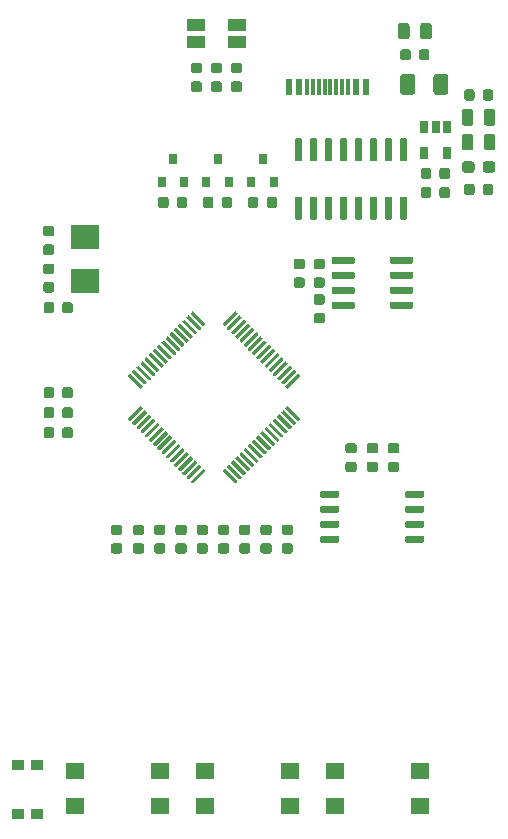
<source format=gbr>
G04 #@! TF.GenerationSoftware,KiCad,Pcbnew,(5.1.5)-2*
G04 #@! TF.CreationDate,2020-05-24T12:04:11+08:00*
G04 #@! TF.ProjectId,Bonjour STM32,426f6e6a-6f75-4722-9053-544d33322e6b,rev?*
G04 #@! TF.SameCoordinates,Original*
G04 #@! TF.FileFunction,Paste,Top*
G04 #@! TF.FilePolarity,Positive*
%FSLAX46Y46*%
G04 Gerber Fmt 4.6, Leading zero omitted, Abs format (unit mm)*
G04 Created by KiCad (PCBNEW (5.1.5)-2) date 2020-05-24 12:04:11*
%MOMM*%
%LPD*%
G04 APERTURE LIST*
%ADD10C,0.100000*%
%ADD11R,0.600000X1.450000*%
%ADD12R,0.300000X1.450000*%
%ADD13R,0.800000X0.900000*%
%ADD14R,1.000000X0.900000*%
%ADD15R,2.400000X2.000000*%
%ADD16R,0.650000X1.060000*%
%ADD17R,1.600000X1.400000*%
%ADD18R,1.500000X1.000000*%
G04 APERTURE END LIST*
D10*
G36*
X204761091Y-65185053D02*
G01*
X204782326Y-65188203D01*
X204803150Y-65193419D01*
X204823362Y-65200651D01*
X204842768Y-65209830D01*
X204861181Y-65220866D01*
X204878424Y-65233654D01*
X204894330Y-65248070D01*
X204908746Y-65263976D01*
X204921534Y-65281219D01*
X204932570Y-65299632D01*
X204941749Y-65319038D01*
X204948981Y-65339250D01*
X204954197Y-65360074D01*
X204957347Y-65381309D01*
X204958400Y-65402750D01*
X204958400Y-65915250D01*
X204957347Y-65936691D01*
X204954197Y-65957926D01*
X204948981Y-65978750D01*
X204941749Y-65998962D01*
X204932570Y-66018368D01*
X204921534Y-66036781D01*
X204908746Y-66054024D01*
X204894330Y-66069930D01*
X204878424Y-66084346D01*
X204861181Y-66097134D01*
X204842768Y-66108170D01*
X204823362Y-66117349D01*
X204803150Y-66124581D01*
X204782326Y-66129797D01*
X204761091Y-66132947D01*
X204739650Y-66134000D01*
X204302150Y-66134000D01*
X204280709Y-66132947D01*
X204259474Y-66129797D01*
X204238650Y-66124581D01*
X204218438Y-66117349D01*
X204199032Y-66108170D01*
X204180619Y-66097134D01*
X204163376Y-66084346D01*
X204147470Y-66069930D01*
X204133054Y-66054024D01*
X204120266Y-66036781D01*
X204109230Y-66018368D01*
X204100051Y-65998962D01*
X204092819Y-65978750D01*
X204087603Y-65957926D01*
X204084453Y-65936691D01*
X204083400Y-65915250D01*
X204083400Y-65402750D01*
X204084453Y-65381309D01*
X204087603Y-65360074D01*
X204092819Y-65339250D01*
X204100051Y-65319038D01*
X204109230Y-65299632D01*
X204120266Y-65281219D01*
X204133054Y-65263976D01*
X204147470Y-65248070D01*
X204163376Y-65233654D01*
X204180619Y-65220866D01*
X204199032Y-65209830D01*
X204218438Y-65200651D01*
X204238650Y-65193419D01*
X204259474Y-65188203D01*
X204280709Y-65185053D01*
X204302150Y-65184000D01*
X204739650Y-65184000D01*
X204761091Y-65185053D01*
G37*
G36*
X203186091Y-65185053D02*
G01*
X203207326Y-65188203D01*
X203228150Y-65193419D01*
X203248362Y-65200651D01*
X203267768Y-65209830D01*
X203286181Y-65220866D01*
X203303424Y-65233654D01*
X203319330Y-65248070D01*
X203333746Y-65263976D01*
X203346534Y-65281219D01*
X203357570Y-65299632D01*
X203366749Y-65319038D01*
X203373981Y-65339250D01*
X203379197Y-65360074D01*
X203382347Y-65381309D01*
X203383400Y-65402750D01*
X203383400Y-65915250D01*
X203382347Y-65936691D01*
X203379197Y-65957926D01*
X203373981Y-65978750D01*
X203366749Y-65998962D01*
X203357570Y-66018368D01*
X203346534Y-66036781D01*
X203333746Y-66054024D01*
X203319330Y-66069930D01*
X203303424Y-66084346D01*
X203286181Y-66097134D01*
X203267768Y-66108170D01*
X203248362Y-66117349D01*
X203228150Y-66124581D01*
X203207326Y-66129797D01*
X203186091Y-66132947D01*
X203164650Y-66134000D01*
X202727150Y-66134000D01*
X202705709Y-66132947D01*
X202684474Y-66129797D01*
X202663650Y-66124581D01*
X202643438Y-66117349D01*
X202624032Y-66108170D01*
X202605619Y-66097134D01*
X202588376Y-66084346D01*
X202572470Y-66069930D01*
X202558054Y-66054024D01*
X202545266Y-66036781D01*
X202534230Y-66018368D01*
X202525051Y-65998962D01*
X202517819Y-65978750D01*
X202512603Y-65957926D01*
X202509453Y-65936691D01*
X202508400Y-65915250D01*
X202508400Y-65402750D01*
X202509453Y-65381309D01*
X202512603Y-65360074D01*
X202517819Y-65339250D01*
X202525051Y-65319038D01*
X202534230Y-65299632D01*
X202545266Y-65281219D01*
X202558054Y-65263976D01*
X202572470Y-65248070D01*
X202588376Y-65233654D01*
X202605619Y-65220866D01*
X202624032Y-65209830D01*
X202643438Y-65200651D01*
X202663650Y-65193419D01*
X202684474Y-65188203D01*
X202705709Y-65185053D01*
X202727150Y-65184000D01*
X203164650Y-65184000D01*
X203186091Y-65185053D01*
G37*
D11*
X191350000Y-56745000D03*
X192150000Y-56745000D03*
X197050000Y-56745000D03*
X197850000Y-56745000D03*
X197850000Y-56745000D03*
X197050000Y-56745000D03*
X192150000Y-56745000D03*
X191350000Y-56745000D03*
D12*
X196350000Y-56745000D03*
X195850000Y-56745000D03*
X195350000Y-56745000D03*
X194350000Y-56745000D03*
X193850000Y-56745000D03*
X193350000Y-56745000D03*
X192850000Y-56745000D03*
X194850000Y-56745000D03*
D10*
G36*
X194177691Y-74276053D02*
G01*
X194198926Y-74279203D01*
X194219750Y-74284419D01*
X194239962Y-74291651D01*
X194259368Y-74300830D01*
X194277781Y-74311866D01*
X194295024Y-74324654D01*
X194310930Y-74339070D01*
X194325346Y-74354976D01*
X194338134Y-74372219D01*
X194349170Y-74390632D01*
X194358349Y-74410038D01*
X194365581Y-74430250D01*
X194370797Y-74451074D01*
X194373947Y-74472309D01*
X194375000Y-74493750D01*
X194375000Y-74931250D01*
X194373947Y-74952691D01*
X194370797Y-74973926D01*
X194365581Y-74994750D01*
X194358349Y-75014962D01*
X194349170Y-75034368D01*
X194338134Y-75052781D01*
X194325346Y-75070024D01*
X194310930Y-75085930D01*
X194295024Y-75100346D01*
X194277781Y-75113134D01*
X194259368Y-75124170D01*
X194239962Y-75133349D01*
X194219750Y-75140581D01*
X194198926Y-75145797D01*
X194177691Y-75148947D01*
X194156250Y-75150000D01*
X193643750Y-75150000D01*
X193622309Y-75148947D01*
X193601074Y-75145797D01*
X193580250Y-75140581D01*
X193560038Y-75133349D01*
X193540632Y-75124170D01*
X193522219Y-75113134D01*
X193504976Y-75100346D01*
X193489070Y-75085930D01*
X193474654Y-75070024D01*
X193461866Y-75052781D01*
X193450830Y-75034368D01*
X193441651Y-75014962D01*
X193434419Y-74994750D01*
X193429203Y-74973926D01*
X193426053Y-74952691D01*
X193425000Y-74931250D01*
X193425000Y-74493750D01*
X193426053Y-74472309D01*
X193429203Y-74451074D01*
X193434419Y-74430250D01*
X193441651Y-74410038D01*
X193450830Y-74390632D01*
X193461866Y-74372219D01*
X193474654Y-74354976D01*
X193489070Y-74339070D01*
X193504976Y-74324654D01*
X193522219Y-74311866D01*
X193540632Y-74300830D01*
X193560038Y-74291651D01*
X193580250Y-74284419D01*
X193601074Y-74279203D01*
X193622309Y-74276053D01*
X193643750Y-74275000D01*
X194156250Y-74275000D01*
X194177691Y-74276053D01*
G37*
G36*
X194177691Y-75851053D02*
G01*
X194198926Y-75854203D01*
X194219750Y-75859419D01*
X194239962Y-75866651D01*
X194259368Y-75875830D01*
X194277781Y-75886866D01*
X194295024Y-75899654D01*
X194310930Y-75914070D01*
X194325346Y-75929976D01*
X194338134Y-75947219D01*
X194349170Y-75965632D01*
X194358349Y-75985038D01*
X194365581Y-76005250D01*
X194370797Y-76026074D01*
X194373947Y-76047309D01*
X194375000Y-76068750D01*
X194375000Y-76506250D01*
X194373947Y-76527691D01*
X194370797Y-76548926D01*
X194365581Y-76569750D01*
X194358349Y-76589962D01*
X194349170Y-76609368D01*
X194338134Y-76627781D01*
X194325346Y-76645024D01*
X194310930Y-76660930D01*
X194295024Y-76675346D01*
X194277781Y-76688134D01*
X194259368Y-76699170D01*
X194239962Y-76708349D01*
X194219750Y-76715581D01*
X194198926Y-76720797D01*
X194177691Y-76723947D01*
X194156250Y-76725000D01*
X193643750Y-76725000D01*
X193622309Y-76723947D01*
X193601074Y-76720797D01*
X193580250Y-76715581D01*
X193560038Y-76708349D01*
X193540632Y-76699170D01*
X193522219Y-76688134D01*
X193504976Y-76675346D01*
X193489070Y-76660930D01*
X193474654Y-76645024D01*
X193461866Y-76627781D01*
X193450830Y-76609368D01*
X193441651Y-76589962D01*
X193434419Y-76569750D01*
X193429203Y-76548926D01*
X193426053Y-76527691D01*
X193425000Y-76506250D01*
X193425000Y-76068750D01*
X193426053Y-76047309D01*
X193429203Y-76026074D01*
X193434419Y-76005250D01*
X193441651Y-75985038D01*
X193450830Y-75965632D01*
X193461866Y-75947219D01*
X193474654Y-75929976D01*
X193489070Y-75914070D01*
X193504976Y-75899654D01*
X193522219Y-75886866D01*
X193540632Y-75875830D01*
X193560038Y-75866651D01*
X193580250Y-75859419D01*
X193601074Y-75854203D01*
X193622309Y-75851053D01*
X193643750Y-75850000D01*
X194156250Y-75850000D01*
X194177691Y-75851053D01*
G37*
G36*
X208605142Y-58601174D02*
G01*
X208628803Y-58604684D01*
X208652007Y-58610496D01*
X208674529Y-58618554D01*
X208696153Y-58628782D01*
X208716670Y-58641079D01*
X208735883Y-58655329D01*
X208753607Y-58671393D01*
X208769671Y-58689117D01*
X208783921Y-58708330D01*
X208796218Y-58728847D01*
X208806446Y-58750471D01*
X208814504Y-58772993D01*
X208820316Y-58796197D01*
X208823826Y-58819858D01*
X208825000Y-58843750D01*
X208825000Y-59756250D01*
X208823826Y-59780142D01*
X208820316Y-59803803D01*
X208814504Y-59827007D01*
X208806446Y-59849529D01*
X208796218Y-59871153D01*
X208783921Y-59891670D01*
X208769671Y-59910883D01*
X208753607Y-59928607D01*
X208735883Y-59944671D01*
X208716670Y-59958921D01*
X208696153Y-59971218D01*
X208674529Y-59981446D01*
X208652007Y-59989504D01*
X208628803Y-59995316D01*
X208605142Y-59998826D01*
X208581250Y-60000000D01*
X208093750Y-60000000D01*
X208069858Y-59998826D01*
X208046197Y-59995316D01*
X208022993Y-59989504D01*
X208000471Y-59981446D01*
X207978847Y-59971218D01*
X207958330Y-59958921D01*
X207939117Y-59944671D01*
X207921393Y-59928607D01*
X207905329Y-59910883D01*
X207891079Y-59891670D01*
X207878782Y-59871153D01*
X207868554Y-59849529D01*
X207860496Y-59827007D01*
X207854684Y-59803803D01*
X207851174Y-59780142D01*
X207850000Y-59756250D01*
X207850000Y-58843750D01*
X207851174Y-58819858D01*
X207854684Y-58796197D01*
X207860496Y-58772993D01*
X207868554Y-58750471D01*
X207878782Y-58728847D01*
X207891079Y-58708330D01*
X207905329Y-58689117D01*
X207921393Y-58671393D01*
X207939117Y-58655329D01*
X207958330Y-58641079D01*
X207978847Y-58628782D01*
X208000471Y-58618554D01*
X208022993Y-58610496D01*
X208046197Y-58604684D01*
X208069858Y-58601174D01*
X208093750Y-58600000D01*
X208581250Y-58600000D01*
X208605142Y-58601174D01*
G37*
G36*
X206730142Y-58601174D02*
G01*
X206753803Y-58604684D01*
X206777007Y-58610496D01*
X206799529Y-58618554D01*
X206821153Y-58628782D01*
X206841670Y-58641079D01*
X206860883Y-58655329D01*
X206878607Y-58671393D01*
X206894671Y-58689117D01*
X206908921Y-58708330D01*
X206921218Y-58728847D01*
X206931446Y-58750471D01*
X206939504Y-58772993D01*
X206945316Y-58796197D01*
X206948826Y-58819858D01*
X206950000Y-58843750D01*
X206950000Y-59756250D01*
X206948826Y-59780142D01*
X206945316Y-59803803D01*
X206939504Y-59827007D01*
X206931446Y-59849529D01*
X206921218Y-59871153D01*
X206908921Y-59891670D01*
X206894671Y-59910883D01*
X206878607Y-59928607D01*
X206860883Y-59944671D01*
X206841670Y-59958921D01*
X206821153Y-59971218D01*
X206799529Y-59981446D01*
X206777007Y-59989504D01*
X206753803Y-59995316D01*
X206730142Y-59998826D01*
X206706250Y-60000000D01*
X206218750Y-60000000D01*
X206194858Y-59998826D01*
X206171197Y-59995316D01*
X206147993Y-59989504D01*
X206125471Y-59981446D01*
X206103847Y-59971218D01*
X206083330Y-59958921D01*
X206064117Y-59944671D01*
X206046393Y-59928607D01*
X206030329Y-59910883D01*
X206016079Y-59891670D01*
X206003782Y-59871153D01*
X205993554Y-59849529D01*
X205985496Y-59827007D01*
X205979684Y-59803803D01*
X205976174Y-59780142D01*
X205975000Y-59756250D01*
X205975000Y-58843750D01*
X205976174Y-58819858D01*
X205979684Y-58796197D01*
X205985496Y-58772993D01*
X205993554Y-58750471D01*
X206003782Y-58728847D01*
X206016079Y-58708330D01*
X206030329Y-58689117D01*
X206046393Y-58671393D01*
X206064117Y-58655329D01*
X206083330Y-58641079D01*
X206103847Y-58628782D01*
X206125471Y-58618554D01*
X206147993Y-58610496D01*
X206171197Y-58604684D01*
X206194858Y-58601174D01*
X206218750Y-58600000D01*
X206706250Y-58600000D01*
X206730142Y-58601174D01*
G37*
G36*
X177027691Y-95351053D02*
G01*
X177048926Y-95354203D01*
X177069750Y-95359419D01*
X177089962Y-95366651D01*
X177109368Y-95375830D01*
X177127781Y-95386866D01*
X177145024Y-95399654D01*
X177160930Y-95414070D01*
X177175346Y-95429976D01*
X177188134Y-95447219D01*
X177199170Y-95465632D01*
X177208349Y-95485038D01*
X177215581Y-95505250D01*
X177220797Y-95526074D01*
X177223947Y-95547309D01*
X177225000Y-95568750D01*
X177225000Y-96006250D01*
X177223947Y-96027691D01*
X177220797Y-96048926D01*
X177215581Y-96069750D01*
X177208349Y-96089962D01*
X177199170Y-96109368D01*
X177188134Y-96127781D01*
X177175346Y-96145024D01*
X177160930Y-96160930D01*
X177145024Y-96175346D01*
X177127781Y-96188134D01*
X177109368Y-96199170D01*
X177089962Y-96208349D01*
X177069750Y-96215581D01*
X177048926Y-96220797D01*
X177027691Y-96223947D01*
X177006250Y-96225000D01*
X176493750Y-96225000D01*
X176472309Y-96223947D01*
X176451074Y-96220797D01*
X176430250Y-96215581D01*
X176410038Y-96208349D01*
X176390632Y-96199170D01*
X176372219Y-96188134D01*
X176354976Y-96175346D01*
X176339070Y-96160930D01*
X176324654Y-96145024D01*
X176311866Y-96127781D01*
X176300830Y-96109368D01*
X176291651Y-96089962D01*
X176284419Y-96069750D01*
X176279203Y-96048926D01*
X176276053Y-96027691D01*
X176275000Y-96006250D01*
X176275000Y-95568750D01*
X176276053Y-95547309D01*
X176279203Y-95526074D01*
X176284419Y-95505250D01*
X176291651Y-95485038D01*
X176300830Y-95465632D01*
X176311866Y-95447219D01*
X176324654Y-95429976D01*
X176339070Y-95414070D01*
X176354976Y-95399654D01*
X176372219Y-95386866D01*
X176390632Y-95375830D01*
X176410038Y-95366651D01*
X176430250Y-95359419D01*
X176451074Y-95354203D01*
X176472309Y-95351053D01*
X176493750Y-95350000D01*
X177006250Y-95350000D01*
X177027691Y-95351053D01*
G37*
G36*
X177027691Y-93776053D02*
G01*
X177048926Y-93779203D01*
X177069750Y-93784419D01*
X177089962Y-93791651D01*
X177109368Y-93800830D01*
X177127781Y-93811866D01*
X177145024Y-93824654D01*
X177160930Y-93839070D01*
X177175346Y-93854976D01*
X177188134Y-93872219D01*
X177199170Y-93890632D01*
X177208349Y-93910038D01*
X177215581Y-93930250D01*
X177220797Y-93951074D01*
X177223947Y-93972309D01*
X177225000Y-93993750D01*
X177225000Y-94431250D01*
X177223947Y-94452691D01*
X177220797Y-94473926D01*
X177215581Y-94494750D01*
X177208349Y-94514962D01*
X177199170Y-94534368D01*
X177188134Y-94552781D01*
X177175346Y-94570024D01*
X177160930Y-94585930D01*
X177145024Y-94600346D01*
X177127781Y-94613134D01*
X177109368Y-94624170D01*
X177089962Y-94633349D01*
X177069750Y-94640581D01*
X177048926Y-94645797D01*
X177027691Y-94648947D01*
X177006250Y-94650000D01*
X176493750Y-94650000D01*
X176472309Y-94648947D01*
X176451074Y-94645797D01*
X176430250Y-94640581D01*
X176410038Y-94633349D01*
X176390632Y-94624170D01*
X176372219Y-94613134D01*
X176354976Y-94600346D01*
X176339070Y-94585930D01*
X176324654Y-94570024D01*
X176311866Y-94552781D01*
X176300830Y-94534368D01*
X176291651Y-94514962D01*
X176284419Y-94494750D01*
X176279203Y-94473926D01*
X176276053Y-94452691D01*
X176275000Y-94431250D01*
X176275000Y-93993750D01*
X176276053Y-93972309D01*
X176279203Y-93951074D01*
X176284419Y-93930250D01*
X176291651Y-93910038D01*
X176300830Y-93890632D01*
X176311866Y-93872219D01*
X176324654Y-93854976D01*
X176339070Y-93839070D01*
X176354976Y-93824654D01*
X176372219Y-93811866D01*
X176390632Y-93800830D01*
X176410038Y-93791651D01*
X176430250Y-93784419D01*
X176451074Y-93779203D01*
X176472309Y-93776053D01*
X176493750Y-93775000D01*
X177006250Y-93775000D01*
X177027691Y-93776053D01*
G37*
D13*
X189100000Y-62800000D03*
X190050000Y-64800000D03*
X188150000Y-64800000D03*
X181500000Y-62800000D03*
X182450000Y-64800000D03*
X180550000Y-64800000D03*
X185300000Y-62800000D03*
X186250000Y-64800000D03*
X184350000Y-64800000D03*
D14*
X168400000Y-118250000D03*
X170000000Y-118250000D03*
X168400000Y-114150000D03*
X170000000Y-114150000D03*
D15*
X174100000Y-73150000D03*
X174100000Y-69450000D03*
D10*
G36*
X196764703Y-74905722D02*
G01*
X196779264Y-74907882D01*
X196793543Y-74911459D01*
X196807403Y-74916418D01*
X196820710Y-74922712D01*
X196833336Y-74930280D01*
X196845159Y-74939048D01*
X196856066Y-74948934D01*
X196865952Y-74959841D01*
X196874720Y-74971664D01*
X196882288Y-74984290D01*
X196888582Y-74997597D01*
X196893541Y-75011457D01*
X196897118Y-75025736D01*
X196899278Y-75040297D01*
X196900000Y-75055000D01*
X196900000Y-75355000D01*
X196899278Y-75369703D01*
X196897118Y-75384264D01*
X196893541Y-75398543D01*
X196888582Y-75412403D01*
X196882288Y-75425710D01*
X196874720Y-75438336D01*
X196865952Y-75450159D01*
X196856066Y-75461066D01*
X196845159Y-75470952D01*
X196833336Y-75479720D01*
X196820710Y-75487288D01*
X196807403Y-75493582D01*
X196793543Y-75498541D01*
X196779264Y-75502118D01*
X196764703Y-75504278D01*
X196750000Y-75505000D01*
X195100000Y-75505000D01*
X195085297Y-75504278D01*
X195070736Y-75502118D01*
X195056457Y-75498541D01*
X195042597Y-75493582D01*
X195029290Y-75487288D01*
X195016664Y-75479720D01*
X195004841Y-75470952D01*
X194993934Y-75461066D01*
X194984048Y-75450159D01*
X194975280Y-75438336D01*
X194967712Y-75425710D01*
X194961418Y-75412403D01*
X194956459Y-75398543D01*
X194952882Y-75384264D01*
X194950722Y-75369703D01*
X194950000Y-75355000D01*
X194950000Y-75055000D01*
X194950722Y-75040297D01*
X194952882Y-75025736D01*
X194956459Y-75011457D01*
X194961418Y-74997597D01*
X194967712Y-74984290D01*
X194975280Y-74971664D01*
X194984048Y-74959841D01*
X194993934Y-74948934D01*
X195004841Y-74939048D01*
X195016664Y-74930280D01*
X195029290Y-74922712D01*
X195042597Y-74916418D01*
X195056457Y-74911459D01*
X195070736Y-74907882D01*
X195085297Y-74905722D01*
X195100000Y-74905000D01*
X196750000Y-74905000D01*
X196764703Y-74905722D01*
G37*
G36*
X196764703Y-73635722D02*
G01*
X196779264Y-73637882D01*
X196793543Y-73641459D01*
X196807403Y-73646418D01*
X196820710Y-73652712D01*
X196833336Y-73660280D01*
X196845159Y-73669048D01*
X196856066Y-73678934D01*
X196865952Y-73689841D01*
X196874720Y-73701664D01*
X196882288Y-73714290D01*
X196888582Y-73727597D01*
X196893541Y-73741457D01*
X196897118Y-73755736D01*
X196899278Y-73770297D01*
X196900000Y-73785000D01*
X196900000Y-74085000D01*
X196899278Y-74099703D01*
X196897118Y-74114264D01*
X196893541Y-74128543D01*
X196888582Y-74142403D01*
X196882288Y-74155710D01*
X196874720Y-74168336D01*
X196865952Y-74180159D01*
X196856066Y-74191066D01*
X196845159Y-74200952D01*
X196833336Y-74209720D01*
X196820710Y-74217288D01*
X196807403Y-74223582D01*
X196793543Y-74228541D01*
X196779264Y-74232118D01*
X196764703Y-74234278D01*
X196750000Y-74235000D01*
X195100000Y-74235000D01*
X195085297Y-74234278D01*
X195070736Y-74232118D01*
X195056457Y-74228541D01*
X195042597Y-74223582D01*
X195029290Y-74217288D01*
X195016664Y-74209720D01*
X195004841Y-74200952D01*
X194993934Y-74191066D01*
X194984048Y-74180159D01*
X194975280Y-74168336D01*
X194967712Y-74155710D01*
X194961418Y-74142403D01*
X194956459Y-74128543D01*
X194952882Y-74114264D01*
X194950722Y-74099703D01*
X194950000Y-74085000D01*
X194950000Y-73785000D01*
X194950722Y-73770297D01*
X194952882Y-73755736D01*
X194956459Y-73741457D01*
X194961418Y-73727597D01*
X194967712Y-73714290D01*
X194975280Y-73701664D01*
X194984048Y-73689841D01*
X194993934Y-73678934D01*
X195004841Y-73669048D01*
X195016664Y-73660280D01*
X195029290Y-73652712D01*
X195042597Y-73646418D01*
X195056457Y-73641459D01*
X195070736Y-73637882D01*
X195085297Y-73635722D01*
X195100000Y-73635000D01*
X196750000Y-73635000D01*
X196764703Y-73635722D01*
G37*
G36*
X196764703Y-72365722D02*
G01*
X196779264Y-72367882D01*
X196793543Y-72371459D01*
X196807403Y-72376418D01*
X196820710Y-72382712D01*
X196833336Y-72390280D01*
X196845159Y-72399048D01*
X196856066Y-72408934D01*
X196865952Y-72419841D01*
X196874720Y-72431664D01*
X196882288Y-72444290D01*
X196888582Y-72457597D01*
X196893541Y-72471457D01*
X196897118Y-72485736D01*
X196899278Y-72500297D01*
X196900000Y-72515000D01*
X196900000Y-72815000D01*
X196899278Y-72829703D01*
X196897118Y-72844264D01*
X196893541Y-72858543D01*
X196888582Y-72872403D01*
X196882288Y-72885710D01*
X196874720Y-72898336D01*
X196865952Y-72910159D01*
X196856066Y-72921066D01*
X196845159Y-72930952D01*
X196833336Y-72939720D01*
X196820710Y-72947288D01*
X196807403Y-72953582D01*
X196793543Y-72958541D01*
X196779264Y-72962118D01*
X196764703Y-72964278D01*
X196750000Y-72965000D01*
X195100000Y-72965000D01*
X195085297Y-72964278D01*
X195070736Y-72962118D01*
X195056457Y-72958541D01*
X195042597Y-72953582D01*
X195029290Y-72947288D01*
X195016664Y-72939720D01*
X195004841Y-72930952D01*
X194993934Y-72921066D01*
X194984048Y-72910159D01*
X194975280Y-72898336D01*
X194967712Y-72885710D01*
X194961418Y-72872403D01*
X194956459Y-72858543D01*
X194952882Y-72844264D01*
X194950722Y-72829703D01*
X194950000Y-72815000D01*
X194950000Y-72515000D01*
X194950722Y-72500297D01*
X194952882Y-72485736D01*
X194956459Y-72471457D01*
X194961418Y-72457597D01*
X194967712Y-72444290D01*
X194975280Y-72431664D01*
X194984048Y-72419841D01*
X194993934Y-72408934D01*
X195004841Y-72399048D01*
X195016664Y-72390280D01*
X195029290Y-72382712D01*
X195042597Y-72376418D01*
X195056457Y-72371459D01*
X195070736Y-72367882D01*
X195085297Y-72365722D01*
X195100000Y-72365000D01*
X196750000Y-72365000D01*
X196764703Y-72365722D01*
G37*
G36*
X196764703Y-71095722D02*
G01*
X196779264Y-71097882D01*
X196793543Y-71101459D01*
X196807403Y-71106418D01*
X196820710Y-71112712D01*
X196833336Y-71120280D01*
X196845159Y-71129048D01*
X196856066Y-71138934D01*
X196865952Y-71149841D01*
X196874720Y-71161664D01*
X196882288Y-71174290D01*
X196888582Y-71187597D01*
X196893541Y-71201457D01*
X196897118Y-71215736D01*
X196899278Y-71230297D01*
X196900000Y-71245000D01*
X196900000Y-71545000D01*
X196899278Y-71559703D01*
X196897118Y-71574264D01*
X196893541Y-71588543D01*
X196888582Y-71602403D01*
X196882288Y-71615710D01*
X196874720Y-71628336D01*
X196865952Y-71640159D01*
X196856066Y-71651066D01*
X196845159Y-71660952D01*
X196833336Y-71669720D01*
X196820710Y-71677288D01*
X196807403Y-71683582D01*
X196793543Y-71688541D01*
X196779264Y-71692118D01*
X196764703Y-71694278D01*
X196750000Y-71695000D01*
X195100000Y-71695000D01*
X195085297Y-71694278D01*
X195070736Y-71692118D01*
X195056457Y-71688541D01*
X195042597Y-71683582D01*
X195029290Y-71677288D01*
X195016664Y-71669720D01*
X195004841Y-71660952D01*
X194993934Y-71651066D01*
X194984048Y-71640159D01*
X194975280Y-71628336D01*
X194967712Y-71615710D01*
X194961418Y-71602403D01*
X194956459Y-71588543D01*
X194952882Y-71574264D01*
X194950722Y-71559703D01*
X194950000Y-71545000D01*
X194950000Y-71245000D01*
X194950722Y-71230297D01*
X194952882Y-71215736D01*
X194956459Y-71201457D01*
X194961418Y-71187597D01*
X194967712Y-71174290D01*
X194975280Y-71161664D01*
X194984048Y-71149841D01*
X194993934Y-71138934D01*
X195004841Y-71129048D01*
X195016664Y-71120280D01*
X195029290Y-71112712D01*
X195042597Y-71106418D01*
X195056457Y-71101459D01*
X195070736Y-71097882D01*
X195085297Y-71095722D01*
X195100000Y-71095000D01*
X196750000Y-71095000D01*
X196764703Y-71095722D01*
G37*
G36*
X201714703Y-71095722D02*
G01*
X201729264Y-71097882D01*
X201743543Y-71101459D01*
X201757403Y-71106418D01*
X201770710Y-71112712D01*
X201783336Y-71120280D01*
X201795159Y-71129048D01*
X201806066Y-71138934D01*
X201815952Y-71149841D01*
X201824720Y-71161664D01*
X201832288Y-71174290D01*
X201838582Y-71187597D01*
X201843541Y-71201457D01*
X201847118Y-71215736D01*
X201849278Y-71230297D01*
X201850000Y-71245000D01*
X201850000Y-71545000D01*
X201849278Y-71559703D01*
X201847118Y-71574264D01*
X201843541Y-71588543D01*
X201838582Y-71602403D01*
X201832288Y-71615710D01*
X201824720Y-71628336D01*
X201815952Y-71640159D01*
X201806066Y-71651066D01*
X201795159Y-71660952D01*
X201783336Y-71669720D01*
X201770710Y-71677288D01*
X201757403Y-71683582D01*
X201743543Y-71688541D01*
X201729264Y-71692118D01*
X201714703Y-71694278D01*
X201700000Y-71695000D01*
X200050000Y-71695000D01*
X200035297Y-71694278D01*
X200020736Y-71692118D01*
X200006457Y-71688541D01*
X199992597Y-71683582D01*
X199979290Y-71677288D01*
X199966664Y-71669720D01*
X199954841Y-71660952D01*
X199943934Y-71651066D01*
X199934048Y-71640159D01*
X199925280Y-71628336D01*
X199917712Y-71615710D01*
X199911418Y-71602403D01*
X199906459Y-71588543D01*
X199902882Y-71574264D01*
X199900722Y-71559703D01*
X199900000Y-71545000D01*
X199900000Y-71245000D01*
X199900722Y-71230297D01*
X199902882Y-71215736D01*
X199906459Y-71201457D01*
X199911418Y-71187597D01*
X199917712Y-71174290D01*
X199925280Y-71161664D01*
X199934048Y-71149841D01*
X199943934Y-71138934D01*
X199954841Y-71129048D01*
X199966664Y-71120280D01*
X199979290Y-71112712D01*
X199992597Y-71106418D01*
X200006457Y-71101459D01*
X200020736Y-71097882D01*
X200035297Y-71095722D01*
X200050000Y-71095000D01*
X201700000Y-71095000D01*
X201714703Y-71095722D01*
G37*
G36*
X201714703Y-72365722D02*
G01*
X201729264Y-72367882D01*
X201743543Y-72371459D01*
X201757403Y-72376418D01*
X201770710Y-72382712D01*
X201783336Y-72390280D01*
X201795159Y-72399048D01*
X201806066Y-72408934D01*
X201815952Y-72419841D01*
X201824720Y-72431664D01*
X201832288Y-72444290D01*
X201838582Y-72457597D01*
X201843541Y-72471457D01*
X201847118Y-72485736D01*
X201849278Y-72500297D01*
X201850000Y-72515000D01*
X201850000Y-72815000D01*
X201849278Y-72829703D01*
X201847118Y-72844264D01*
X201843541Y-72858543D01*
X201838582Y-72872403D01*
X201832288Y-72885710D01*
X201824720Y-72898336D01*
X201815952Y-72910159D01*
X201806066Y-72921066D01*
X201795159Y-72930952D01*
X201783336Y-72939720D01*
X201770710Y-72947288D01*
X201757403Y-72953582D01*
X201743543Y-72958541D01*
X201729264Y-72962118D01*
X201714703Y-72964278D01*
X201700000Y-72965000D01*
X200050000Y-72965000D01*
X200035297Y-72964278D01*
X200020736Y-72962118D01*
X200006457Y-72958541D01*
X199992597Y-72953582D01*
X199979290Y-72947288D01*
X199966664Y-72939720D01*
X199954841Y-72930952D01*
X199943934Y-72921066D01*
X199934048Y-72910159D01*
X199925280Y-72898336D01*
X199917712Y-72885710D01*
X199911418Y-72872403D01*
X199906459Y-72858543D01*
X199902882Y-72844264D01*
X199900722Y-72829703D01*
X199900000Y-72815000D01*
X199900000Y-72515000D01*
X199900722Y-72500297D01*
X199902882Y-72485736D01*
X199906459Y-72471457D01*
X199911418Y-72457597D01*
X199917712Y-72444290D01*
X199925280Y-72431664D01*
X199934048Y-72419841D01*
X199943934Y-72408934D01*
X199954841Y-72399048D01*
X199966664Y-72390280D01*
X199979290Y-72382712D01*
X199992597Y-72376418D01*
X200006457Y-72371459D01*
X200020736Y-72367882D01*
X200035297Y-72365722D01*
X200050000Y-72365000D01*
X201700000Y-72365000D01*
X201714703Y-72365722D01*
G37*
G36*
X201714703Y-73635722D02*
G01*
X201729264Y-73637882D01*
X201743543Y-73641459D01*
X201757403Y-73646418D01*
X201770710Y-73652712D01*
X201783336Y-73660280D01*
X201795159Y-73669048D01*
X201806066Y-73678934D01*
X201815952Y-73689841D01*
X201824720Y-73701664D01*
X201832288Y-73714290D01*
X201838582Y-73727597D01*
X201843541Y-73741457D01*
X201847118Y-73755736D01*
X201849278Y-73770297D01*
X201850000Y-73785000D01*
X201850000Y-74085000D01*
X201849278Y-74099703D01*
X201847118Y-74114264D01*
X201843541Y-74128543D01*
X201838582Y-74142403D01*
X201832288Y-74155710D01*
X201824720Y-74168336D01*
X201815952Y-74180159D01*
X201806066Y-74191066D01*
X201795159Y-74200952D01*
X201783336Y-74209720D01*
X201770710Y-74217288D01*
X201757403Y-74223582D01*
X201743543Y-74228541D01*
X201729264Y-74232118D01*
X201714703Y-74234278D01*
X201700000Y-74235000D01*
X200050000Y-74235000D01*
X200035297Y-74234278D01*
X200020736Y-74232118D01*
X200006457Y-74228541D01*
X199992597Y-74223582D01*
X199979290Y-74217288D01*
X199966664Y-74209720D01*
X199954841Y-74200952D01*
X199943934Y-74191066D01*
X199934048Y-74180159D01*
X199925280Y-74168336D01*
X199917712Y-74155710D01*
X199911418Y-74142403D01*
X199906459Y-74128543D01*
X199902882Y-74114264D01*
X199900722Y-74099703D01*
X199900000Y-74085000D01*
X199900000Y-73785000D01*
X199900722Y-73770297D01*
X199902882Y-73755736D01*
X199906459Y-73741457D01*
X199911418Y-73727597D01*
X199917712Y-73714290D01*
X199925280Y-73701664D01*
X199934048Y-73689841D01*
X199943934Y-73678934D01*
X199954841Y-73669048D01*
X199966664Y-73660280D01*
X199979290Y-73652712D01*
X199992597Y-73646418D01*
X200006457Y-73641459D01*
X200020736Y-73637882D01*
X200035297Y-73635722D01*
X200050000Y-73635000D01*
X201700000Y-73635000D01*
X201714703Y-73635722D01*
G37*
G36*
X201714703Y-74905722D02*
G01*
X201729264Y-74907882D01*
X201743543Y-74911459D01*
X201757403Y-74916418D01*
X201770710Y-74922712D01*
X201783336Y-74930280D01*
X201795159Y-74939048D01*
X201806066Y-74948934D01*
X201815952Y-74959841D01*
X201824720Y-74971664D01*
X201832288Y-74984290D01*
X201838582Y-74997597D01*
X201843541Y-75011457D01*
X201847118Y-75025736D01*
X201849278Y-75040297D01*
X201850000Y-75055000D01*
X201850000Y-75355000D01*
X201849278Y-75369703D01*
X201847118Y-75384264D01*
X201843541Y-75398543D01*
X201838582Y-75412403D01*
X201832288Y-75425710D01*
X201824720Y-75438336D01*
X201815952Y-75450159D01*
X201806066Y-75461066D01*
X201795159Y-75470952D01*
X201783336Y-75479720D01*
X201770710Y-75487288D01*
X201757403Y-75493582D01*
X201743543Y-75498541D01*
X201729264Y-75502118D01*
X201714703Y-75504278D01*
X201700000Y-75505000D01*
X200050000Y-75505000D01*
X200035297Y-75504278D01*
X200020736Y-75502118D01*
X200006457Y-75498541D01*
X199992597Y-75493582D01*
X199979290Y-75487288D01*
X199966664Y-75479720D01*
X199954841Y-75470952D01*
X199943934Y-75461066D01*
X199934048Y-75450159D01*
X199925280Y-75438336D01*
X199917712Y-75425710D01*
X199911418Y-75412403D01*
X199906459Y-75398543D01*
X199902882Y-75384264D01*
X199900722Y-75369703D01*
X199900000Y-75355000D01*
X199900000Y-75055000D01*
X199900722Y-75040297D01*
X199902882Y-75025736D01*
X199906459Y-75011457D01*
X199911418Y-74997597D01*
X199917712Y-74984290D01*
X199925280Y-74971664D01*
X199934048Y-74959841D01*
X199943934Y-74948934D01*
X199954841Y-74939048D01*
X199966664Y-74930280D01*
X199979290Y-74922712D01*
X199992597Y-74916418D01*
X200006457Y-74911459D01*
X200020736Y-74907882D01*
X200035297Y-74905722D01*
X200050000Y-74905000D01*
X201700000Y-74905000D01*
X201714703Y-74905722D01*
G37*
G36*
X195464703Y-94705722D02*
G01*
X195479264Y-94707882D01*
X195493543Y-94711459D01*
X195507403Y-94716418D01*
X195520710Y-94722712D01*
X195533336Y-94730280D01*
X195545159Y-94739048D01*
X195556066Y-94748934D01*
X195565952Y-94759841D01*
X195574720Y-94771664D01*
X195582288Y-94784290D01*
X195588582Y-94797597D01*
X195593541Y-94811457D01*
X195597118Y-94825736D01*
X195599278Y-94840297D01*
X195600000Y-94855000D01*
X195600000Y-95155000D01*
X195599278Y-95169703D01*
X195597118Y-95184264D01*
X195593541Y-95198543D01*
X195588582Y-95212403D01*
X195582288Y-95225710D01*
X195574720Y-95238336D01*
X195565952Y-95250159D01*
X195556066Y-95261066D01*
X195545159Y-95270952D01*
X195533336Y-95279720D01*
X195520710Y-95287288D01*
X195507403Y-95293582D01*
X195493543Y-95298541D01*
X195479264Y-95302118D01*
X195464703Y-95304278D01*
X195450000Y-95305000D01*
X194150000Y-95305000D01*
X194135297Y-95304278D01*
X194120736Y-95302118D01*
X194106457Y-95298541D01*
X194092597Y-95293582D01*
X194079290Y-95287288D01*
X194066664Y-95279720D01*
X194054841Y-95270952D01*
X194043934Y-95261066D01*
X194034048Y-95250159D01*
X194025280Y-95238336D01*
X194017712Y-95225710D01*
X194011418Y-95212403D01*
X194006459Y-95198543D01*
X194002882Y-95184264D01*
X194000722Y-95169703D01*
X194000000Y-95155000D01*
X194000000Y-94855000D01*
X194000722Y-94840297D01*
X194002882Y-94825736D01*
X194006459Y-94811457D01*
X194011418Y-94797597D01*
X194017712Y-94784290D01*
X194025280Y-94771664D01*
X194034048Y-94759841D01*
X194043934Y-94748934D01*
X194054841Y-94739048D01*
X194066664Y-94730280D01*
X194079290Y-94722712D01*
X194092597Y-94716418D01*
X194106457Y-94711459D01*
X194120736Y-94707882D01*
X194135297Y-94705722D01*
X194150000Y-94705000D01*
X195450000Y-94705000D01*
X195464703Y-94705722D01*
G37*
G36*
X195464703Y-93435722D02*
G01*
X195479264Y-93437882D01*
X195493543Y-93441459D01*
X195507403Y-93446418D01*
X195520710Y-93452712D01*
X195533336Y-93460280D01*
X195545159Y-93469048D01*
X195556066Y-93478934D01*
X195565952Y-93489841D01*
X195574720Y-93501664D01*
X195582288Y-93514290D01*
X195588582Y-93527597D01*
X195593541Y-93541457D01*
X195597118Y-93555736D01*
X195599278Y-93570297D01*
X195600000Y-93585000D01*
X195600000Y-93885000D01*
X195599278Y-93899703D01*
X195597118Y-93914264D01*
X195593541Y-93928543D01*
X195588582Y-93942403D01*
X195582288Y-93955710D01*
X195574720Y-93968336D01*
X195565952Y-93980159D01*
X195556066Y-93991066D01*
X195545159Y-94000952D01*
X195533336Y-94009720D01*
X195520710Y-94017288D01*
X195507403Y-94023582D01*
X195493543Y-94028541D01*
X195479264Y-94032118D01*
X195464703Y-94034278D01*
X195450000Y-94035000D01*
X194150000Y-94035000D01*
X194135297Y-94034278D01*
X194120736Y-94032118D01*
X194106457Y-94028541D01*
X194092597Y-94023582D01*
X194079290Y-94017288D01*
X194066664Y-94009720D01*
X194054841Y-94000952D01*
X194043934Y-93991066D01*
X194034048Y-93980159D01*
X194025280Y-93968336D01*
X194017712Y-93955710D01*
X194011418Y-93942403D01*
X194006459Y-93928543D01*
X194002882Y-93914264D01*
X194000722Y-93899703D01*
X194000000Y-93885000D01*
X194000000Y-93585000D01*
X194000722Y-93570297D01*
X194002882Y-93555736D01*
X194006459Y-93541457D01*
X194011418Y-93527597D01*
X194017712Y-93514290D01*
X194025280Y-93501664D01*
X194034048Y-93489841D01*
X194043934Y-93478934D01*
X194054841Y-93469048D01*
X194066664Y-93460280D01*
X194079290Y-93452712D01*
X194092597Y-93446418D01*
X194106457Y-93441459D01*
X194120736Y-93437882D01*
X194135297Y-93435722D01*
X194150000Y-93435000D01*
X195450000Y-93435000D01*
X195464703Y-93435722D01*
G37*
G36*
X195464703Y-92165722D02*
G01*
X195479264Y-92167882D01*
X195493543Y-92171459D01*
X195507403Y-92176418D01*
X195520710Y-92182712D01*
X195533336Y-92190280D01*
X195545159Y-92199048D01*
X195556066Y-92208934D01*
X195565952Y-92219841D01*
X195574720Y-92231664D01*
X195582288Y-92244290D01*
X195588582Y-92257597D01*
X195593541Y-92271457D01*
X195597118Y-92285736D01*
X195599278Y-92300297D01*
X195600000Y-92315000D01*
X195600000Y-92615000D01*
X195599278Y-92629703D01*
X195597118Y-92644264D01*
X195593541Y-92658543D01*
X195588582Y-92672403D01*
X195582288Y-92685710D01*
X195574720Y-92698336D01*
X195565952Y-92710159D01*
X195556066Y-92721066D01*
X195545159Y-92730952D01*
X195533336Y-92739720D01*
X195520710Y-92747288D01*
X195507403Y-92753582D01*
X195493543Y-92758541D01*
X195479264Y-92762118D01*
X195464703Y-92764278D01*
X195450000Y-92765000D01*
X194150000Y-92765000D01*
X194135297Y-92764278D01*
X194120736Y-92762118D01*
X194106457Y-92758541D01*
X194092597Y-92753582D01*
X194079290Y-92747288D01*
X194066664Y-92739720D01*
X194054841Y-92730952D01*
X194043934Y-92721066D01*
X194034048Y-92710159D01*
X194025280Y-92698336D01*
X194017712Y-92685710D01*
X194011418Y-92672403D01*
X194006459Y-92658543D01*
X194002882Y-92644264D01*
X194000722Y-92629703D01*
X194000000Y-92615000D01*
X194000000Y-92315000D01*
X194000722Y-92300297D01*
X194002882Y-92285736D01*
X194006459Y-92271457D01*
X194011418Y-92257597D01*
X194017712Y-92244290D01*
X194025280Y-92231664D01*
X194034048Y-92219841D01*
X194043934Y-92208934D01*
X194054841Y-92199048D01*
X194066664Y-92190280D01*
X194079290Y-92182712D01*
X194092597Y-92176418D01*
X194106457Y-92171459D01*
X194120736Y-92167882D01*
X194135297Y-92165722D01*
X194150000Y-92165000D01*
X195450000Y-92165000D01*
X195464703Y-92165722D01*
G37*
G36*
X195464703Y-90895722D02*
G01*
X195479264Y-90897882D01*
X195493543Y-90901459D01*
X195507403Y-90906418D01*
X195520710Y-90912712D01*
X195533336Y-90920280D01*
X195545159Y-90929048D01*
X195556066Y-90938934D01*
X195565952Y-90949841D01*
X195574720Y-90961664D01*
X195582288Y-90974290D01*
X195588582Y-90987597D01*
X195593541Y-91001457D01*
X195597118Y-91015736D01*
X195599278Y-91030297D01*
X195600000Y-91045000D01*
X195600000Y-91345000D01*
X195599278Y-91359703D01*
X195597118Y-91374264D01*
X195593541Y-91388543D01*
X195588582Y-91402403D01*
X195582288Y-91415710D01*
X195574720Y-91428336D01*
X195565952Y-91440159D01*
X195556066Y-91451066D01*
X195545159Y-91460952D01*
X195533336Y-91469720D01*
X195520710Y-91477288D01*
X195507403Y-91483582D01*
X195493543Y-91488541D01*
X195479264Y-91492118D01*
X195464703Y-91494278D01*
X195450000Y-91495000D01*
X194150000Y-91495000D01*
X194135297Y-91494278D01*
X194120736Y-91492118D01*
X194106457Y-91488541D01*
X194092597Y-91483582D01*
X194079290Y-91477288D01*
X194066664Y-91469720D01*
X194054841Y-91460952D01*
X194043934Y-91451066D01*
X194034048Y-91440159D01*
X194025280Y-91428336D01*
X194017712Y-91415710D01*
X194011418Y-91402403D01*
X194006459Y-91388543D01*
X194002882Y-91374264D01*
X194000722Y-91359703D01*
X194000000Y-91345000D01*
X194000000Y-91045000D01*
X194000722Y-91030297D01*
X194002882Y-91015736D01*
X194006459Y-91001457D01*
X194011418Y-90987597D01*
X194017712Y-90974290D01*
X194025280Y-90961664D01*
X194034048Y-90949841D01*
X194043934Y-90938934D01*
X194054841Y-90929048D01*
X194066664Y-90920280D01*
X194079290Y-90912712D01*
X194092597Y-90906418D01*
X194106457Y-90901459D01*
X194120736Y-90897882D01*
X194135297Y-90895722D01*
X194150000Y-90895000D01*
X195450000Y-90895000D01*
X195464703Y-90895722D01*
G37*
G36*
X202664703Y-90895722D02*
G01*
X202679264Y-90897882D01*
X202693543Y-90901459D01*
X202707403Y-90906418D01*
X202720710Y-90912712D01*
X202733336Y-90920280D01*
X202745159Y-90929048D01*
X202756066Y-90938934D01*
X202765952Y-90949841D01*
X202774720Y-90961664D01*
X202782288Y-90974290D01*
X202788582Y-90987597D01*
X202793541Y-91001457D01*
X202797118Y-91015736D01*
X202799278Y-91030297D01*
X202800000Y-91045000D01*
X202800000Y-91345000D01*
X202799278Y-91359703D01*
X202797118Y-91374264D01*
X202793541Y-91388543D01*
X202788582Y-91402403D01*
X202782288Y-91415710D01*
X202774720Y-91428336D01*
X202765952Y-91440159D01*
X202756066Y-91451066D01*
X202745159Y-91460952D01*
X202733336Y-91469720D01*
X202720710Y-91477288D01*
X202707403Y-91483582D01*
X202693543Y-91488541D01*
X202679264Y-91492118D01*
X202664703Y-91494278D01*
X202650000Y-91495000D01*
X201350000Y-91495000D01*
X201335297Y-91494278D01*
X201320736Y-91492118D01*
X201306457Y-91488541D01*
X201292597Y-91483582D01*
X201279290Y-91477288D01*
X201266664Y-91469720D01*
X201254841Y-91460952D01*
X201243934Y-91451066D01*
X201234048Y-91440159D01*
X201225280Y-91428336D01*
X201217712Y-91415710D01*
X201211418Y-91402403D01*
X201206459Y-91388543D01*
X201202882Y-91374264D01*
X201200722Y-91359703D01*
X201200000Y-91345000D01*
X201200000Y-91045000D01*
X201200722Y-91030297D01*
X201202882Y-91015736D01*
X201206459Y-91001457D01*
X201211418Y-90987597D01*
X201217712Y-90974290D01*
X201225280Y-90961664D01*
X201234048Y-90949841D01*
X201243934Y-90938934D01*
X201254841Y-90929048D01*
X201266664Y-90920280D01*
X201279290Y-90912712D01*
X201292597Y-90906418D01*
X201306457Y-90901459D01*
X201320736Y-90897882D01*
X201335297Y-90895722D01*
X201350000Y-90895000D01*
X202650000Y-90895000D01*
X202664703Y-90895722D01*
G37*
G36*
X202664703Y-92165722D02*
G01*
X202679264Y-92167882D01*
X202693543Y-92171459D01*
X202707403Y-92176418D01*
X202720710Y-92182712D01*
X202733336Y-92190280D01*
X202745159Y-92199048D01*
X202756066Y-92208934D01*
X202765952Y-92219841D01*
X202774720Y-92231664D01*
X202782288Y-92244290D01*
X202788582Y-92257597D01*
X202793541Y-92271457D01*
X202797118Y-92285736D01*
X202799278Y-92300297D01*
X202800000Y-92315000D01*
X202800000Y-92615000D01*
X202799278Y-92629703D01*
X202797118Y-92644264D01*
X202793541Y-92658543D01*
X202788582Y-92672403D01*
X202782288Y-92685710D01*
X202774720Y-92698336D01*
X202765952Y-92710159D01*
X202756066Y-92721066D01*
X202745159Y-92730952D01*
X202733336Y-92739720D01*
X202720710Y-92747288D01*
X202707403Y-92753582D01*
X202693543Y-92758541D01*
X202679264Y-92762118D01*
X202664703Y-92764278D01*
X202650000Y-92765000D01*
X201350000Y-92765000D01*
X201335297Y-92764278D01*
X201320736Y-92762118D01*
X201306457Y-92758541D01*
X201292597Y-92753582D01*
X201279290Y-92747288D01*
X201266664Y-92739720D01*
X201254841Y-92730952D01*
X201243934Y-92721066D01*
X201234048Y-92710159D01*
X201225280Y-92698336D01*
X201217712Y-92685710D01*
X201211418Y-92672403D01*
X201206459Y-92658543D01*
X201202882Y-92644264D01*
X201200722Y-92629703D01*
X201200000Y-92615000D01*
X201200000Y-92315000D01*
X201200722Y-92300297D01*
X201202882Y-92285736D01*
X201206459Y-92271457D01*
X201211418Y-92257597D01*
X201217712Y-92244290D01*
X201225280Y-92231664D01*
X201234048Y-92219841D01*
X201243934Y-92208934D01*
X201254841Y-92199048D01*
X201266664Y-92190280D01*
X201279290Y-92182712D01*
X201292597Y-92176418D01*
X201306457Y-92171459D01*
X201320736Y-92167882D01*
X201335297Y-92165722D01*
X201350000Y-92165000D01*
X202650000Y-92165000D01*
X202664703Y-92165722D01*
G37*
G36*
X202664703Y-93435722D02*
G01*
X202679264Y-93437882D01*
X202693543Y-93441459D01*
X202707403Y-93446418D01*
X202720710Y-93452712D01*
X202733336Y-93460280D01*
X202745159Y-93469048D01*
X202756066Y-93478934D01*
X202765952Y-93489841D01*
X202774720Y-93501664D01*
X202782288Y-93514290D01*
X202788582Y-93527597D01*
X202793541Y-93541457D01*
X202797118Y-93555736D01*
X202799278Y-93570297D01*
X202800000Y-93585000D01*
X202800000Y-93885000D01*
X202799278Y-93899703D01*
X202797118Y-93914264D01*
X202793541Y-93928543D01*
X202788582Y-93942403D01*
X202782288Y-93955710D01*
X202774720Y-93968336D01*
X202765952Y-93980159D01*
X202756066Y-93991066D01*
X202745159Y-94000952D01*
X202733336Y-94009720D01*
X202720710Y-94017288D01*
X202707403Y-94023582D01*
X202693543Y-94028541D01*
X202679264Y-94032118D01*
X202664703Y-94034278D01*
X202650000Y-94035000D01*
X201350000Y-94035000D01*
X201335297Y-94034278D01*
X201320736Y-94032118D01*
X201306457Y-94028541D01*
X201292597Y-94023582D01*
X201279290Y-94017288D01*
X201266664Y-94009720D01*
X201254841Y-94000952D01*
X201243934Y-93991066D01*
X201234048Y-93980159D01*
X201225280Y-93968336D01*
X201217712Y-93955710D01*
X201211418Y-93942403D01*
X201206459Y-93928543D01*
X201202882Y-93914264D01*
X201200722Y-93899703D01*
X201200000Y-93885000D01*
X201200000Y-93585000D01*
X201200722Y-93570297D01*
X201202882Y-93555736D01*
X201206459Y-93541457D01*
X201211418Y-93527597D01*
X201217712Y-93514290D01*
X201225280Y-93501664D01*
X201234048Y-93489841D01*
X201243934Y-93478934D01*
X201254841Y-93469048D01*
X201266664Y-93460280D01*
X201279290Y-93452712D01*
X201292597Y-93446418D01*
X201306457Y-93441459D01*
X201320736Y-93437882D01*
X201335297Y-93435722D01*
X201350000Y-93435000D01*
X202650000Y-93435000D01*
X202664703Y-93435722D01*
G37*
G36*
X202664703Y-94705722D02*
G01*
X202679264Y-94707882D01*
X202693543Y-94711459D01*
X202707403Y-94716418D01*
X202720710Y-94722712D01*
X202733336Y-94730280D01*
X202745159Y-94739048D01*
X202756066Y-94748934D01*
X202765952Y-94759841D01*
X202774720Y-94771664D01*
X202782288Y-94784290D01*
X202788582Y-94797597D01*
X202793541Y-94811457D01*
X202797118Y-94825736D01*
X202799278Y-94840297D01*
X202800000Y-94855000D01*
X202800000Y-95155000D01*
X202799278Y-95169703D01*
X202797118Y-95184264D01*
X202793541Y-95198543D01*
X202788582Y-95212403D01*
X202782288Y-95225710D01*
X202774720Y-95238336D01*
X202765952Y-95250159D01*
X202756066Y-95261066D01*
X202745159Y-95270952D01*
X202733336Y-95279720D01*
X202720710Y-95287288D01*
X202707403Y-95293582D01*
X202693543Y-95298541D01*
X202679264Y-95302118D01*
X202664703Y-95304278D01*
X202650000Y-95305000D01*
X201350000Y-95305000D01*
X201335297Y-95304278D01*
X201320736Y-95302118D01*
X201306457Y-95298541D01*
X201292597Y-95293582D01*
X201279290Y-95287288D01*
X201266664Y-95279720D01*
X201254841Y-95270952D01*
X201243934Y-95261066D01*
X201234048Y-95250159D01*
X201225280Y-95238336D01*
X201217712Y-95225710D01*
X201211418Y-95212403D01*
X201206459Y-95198543D01*
X201202882Y-95184264D01*
X201200722Y-95169703D01*
X201200000Y-95155000D01*
X201200000Y-94855000D01*
X201200722Y-94840297D01*
X201202882Y-94825736D01*
X201206459Y-94811457D01*
X201211418Y-94797597D01*
X201217712Y-94784290D01*
X201225280Y-94771664D01*
X201234048Y-94759841D01*
X201243934Y-94748934D01*
X201254841Y-94739048D01*
X201266664Y-94730280D01*
X201279290Y-94722712D01*
X201292597Y-94716418D01*
X201306457Y-94711459D01*
X201320736Y-94707882D01*
X201335297Y-94705722D01*
X201350000Y-94705000D01*
X202650000Y-94705000D01*
X202664703Y-94705722D01*
G37*
G36*
X186810474Y-75712872D02*
G01*
X186817755Y-75713952D01*
X186824894Y-75715740D01*
X186831824Y-75718220D01*
X186838478Y-75721367D01*
X186844791Y-75725151D01*
X186850702Y-75729535D01*
X186856156Y-75734478D01*
X186962222Y-75840544D01*
X186967165Y-75845998D01*
X186971549Y-75851909D01*
X186975333Y-75858222D01*
X186978480Y-75864876D01*
X186980960Y-75871806D01*
X186982748Y-75878945D01*
X186983828Y-75886226D01*
X186984189Y-75893577D01*
X186983828Y-75900928D01*
X186982748Y-75908209D01*
X186980960Y-75915348D01*
X186978480Y-75922278D01*
X186975333Y-75928932D01*
X186971549Y-75935245D01*
X186967165Y-75941156D01*
X186962222Y-75946610D01*
X185972272Y-76936560D01*
X185966818Y-76941503D01*
X185960907Y-76945887D01*
X185954594Y-76949671D01*
X185947940Y-76952818D01*
X185941010Y-76955298D01*
X185933871Y-76957086D01*
X185926590Y-76958166D01*
X185919239Y-76958527D01*
X185911888Y-76958166D01*
X185904607Y-76957086D01*
X185897468Y-76955298D01*
X185890538Y-76952818D01*
X185883884Y-76949671D01*
X185877571Y-76945887D01*
X185871660Y-76941503D01*
X185866206Y-76936560D01*
X185760140Y-76830494D01*
X185755197Y-76825040D01*
X185750813Y-76819129D01*
X185747029Y-76812816D01*
X185743882Y-76806162D01*
X185741402Y-76799232D01*
X185739614Y-76792093D01*
X185738534Y-76784812D01*
X185738173Y-76777461D01*
X185738534Y-76770110D01*
X185739614Y-76762829D01*
X185741402Y-76755690D01*
X185743882Y-76748760D01*
X185747029Y-76742106D01*
X185750813Y-76735793D01*
X185755197Y-76729882D01*
X185760140Y-76724428D01*
X186750090Y-75734478D01*
X186755544Y-75729535D01*
X186761455Y-75725151D01*
X186767768Y-75721367D01*
X186774422Y-75718220D01*
X186781352Y-75715740D01*
X186788491Y-75713952D01*
X186795772Y-75712872D01*
X186803123Y-75712511D01*
X186810474Y-75712872D01*
G37*
G36*
X187164027Y-76066425D02*
G01*
X187171308Y-76067505D01*
X187178447Y-76069293D01*
X187185377Y-76071773D01*
X187192031Y-76074920D01*
X187198344Y-76078704D01*
X187204255Y-76083088D01*
X187209709Y-76088031D01*
X187315775Y-76194097D01*
X187320718Y-76199551D01*
X187325102Y-76205462D01*
X187328886Y-76211775D01*
X187332033Y-76218429D01*
X187334513Y-76225359D01*
X187336301Y-76232498D01*
X187337381Y-76239779D01*
X187337742Y-76247130D01*
X187337381Y-76254481D01*
X187336301Y-76261762D01*
X187334513Y-76268901D01*
X187332033Y-76275831D01*
X187328886Y-76282485D01*
X187325102Y-76288798D01*
X187320718Y-76294709D01*
X187315775Y-76300163D01*
X186325825Y-77290113D01*
X186320371Y-77295056D01*
X186314460Y-77299440D01*
X186308147Y-77303224D01*
X186301493Y-77306371D01*
X186294563Y-77308851D01*
X186287424Y-77310639D01*
X186280143Y-77311719D01*
X186272792Y-77312080D01*
X186265441Y-77311719D01*
X186258160Y-77310639D01*
X186251021Y-77308851D01*
X186244091Y-77306371D01*
X186237437Y-77303224D01*
X186231124Y-77299440D01*
X186225213Y-77295056D01*
X186219759Y-77290113D01*
X186113693Y-77184047D01*
X186108750Y-77178593D01*
X186104366Y-77172682D01*
X186100582Y-77166369D01*
X186097435Y-77159715D01*
X186094955Y-77152785D01*
X186093167Y-77145646D01*
X186092087Y-77138365D01*
X186091726Y-77131014D01*
X186092087Y-77123663D01*
X186093167Y-77116382D01*
X186094955Y-77109243D01*
X186097435Y-77102313D01*
X186100582Y-77095659D01*
X186104366Y-77089346D01*
X186108750Y-77083435D01*
X186113693Y-77077981D01*
X187103643Y-76088031D01*
X187109097Y-76083088D01*
X187115008Y-76078704D01*
X187121321Y-76074920D01*
X187127975Y-76071773D01*
X187134905Y-76069293D01*
X187142044Y-76067505D01*
X187149325Y-76066425D01*
X187156676Y-76066064D01*
X187164027Y-76066425D01*
G37*
G36*
X187517580Y-76419978D02*
G01*
X187524861Y-76421058D01*
X187532000Y-76422846D01*
X187538930Y-76425326D01*
X187545584Y-76428473D01*
X187551897Y-76432257D01*
X187557808Y-76436641D01*
X187563262Y-76441584D01*
X187669328Y-76547650D01*
X187674271Y-76553104D01*
X187678655Y-76559015D01*
X187682439Y-76565328D01*
X187685586Y-76571982D01*
X187688066Y-76578912D01*
X187689854Y-76586051D01*
X187690934Y-76593332D01*
X187691295Y-76600683D01*
X187690934Y-76608034D01*
X187689854Y-76615315D01*
X187688066Y-76622454D01*
X187685586Y-76629384D01*
X187682439Y-76636038D01*
X187678655Y-76642351D01*
X187674271Y-76648262D01*
X187669328Y-76653716D01*
X186679378Y-77643666D01*
X186673924Y-77648609D01*
X186668013Y-77652993D01*
X186661700Y-77656777D01*
X186655046Y-77659924D01*
X186648116Y-77662404D01*
X186640977Y-77664192D01*
X186633696Y-77665272D01*
X186626345Y-77665633D01*
X186618994Y-77665272D01*
X186611713Y-77664192D01*
X186604574Y-77662404D01*
X186597644Y-77659924D01*
X186590990Y-77656777D01*
X186584677Y-77652993D01*
X186578766Y-77648609D01*
X186573312Y-77643666D01*
X186467246Y-77537600D01*
X186462303Y-77532146D01*
X186457919Y-77526235D01*
X186454135Y-77519922D01*
X186450988Y-77513268D01*
X186448508Y-77506338D01*
X186446720Y-77499199D01*
X186445640Y-77491918D01*
X186445279Y-77484567D01*
X186445640Y-77477216D01*
X186446720Y-77469935D01*
X186448508Y-77462796D01*
X186450988Y-77455866D01*
X186454135Y-77449212D01*
X186457919Y-77442899D01*
X186462303Y-77436988D01*
X186467246Y-77431534D01*
X187457196Y-76441584D01*
X187462650Y-76436641D01*
X187468561Y-76432257D01*
X187474874Y-76428473D01*
X187481528Y-76425326D01*
X187488458Y-76422846D01*
X187495597Y-76421058D01*
X187502878Y-76419978D01*
X187510229Y-76419617D01*
X187517580Y-76419978D01*
G37*
G36*
X187871134Y-76773532D02*
G01*
X187878415Y-76774612D01*
X187885554Y-76776400D01*
X187892484Y-76778880D01*
X187899138Y-76782027D01*
X187905451Y-76785811D01*
X187911362Y-76790195D01*
X187916816Y-76795138D01*
X188022882Y-76901204D01*
X188027825Y-76906658D01*
X188032209Y-76912569D01*
X188035993Y-76918882D01*
X188039140Y-76925536D01*
X188041620Y-76932466D01*
X188043408Y-76939605D01*
X188044488Y-76946886D01*
X188044849Y-76954237D01*
X188044488Y-76961588D01*
X188043408Y-76968869D01*
X188041620Y-76976008D01*
X188039140Y-76982938D01*
X188035993Y-76989592D01*
X188032209Y-76995905D01*
X188027825Y-77001816D01*
X188022882Y-77007270D01*
X187032932Y-77997220D01*
X187027478Y-78002163D01*
X187021567Y-78006547D01*
X187015254Y-78010331D01*
X187008600Y-78013478D01*
X187001670Y-78015958D01*
X186994531Y-78017746D01*
X186987250Y-78018826D01*
X186979899Y-78019187D01*
X186972548Y-78018826D01*
X186965267Y-78017746D01*
X186958128Y-78015958D01*
X186951198Y-78013478D01*
X186944544Y-78010331D01*
X186938231Y-78006547D01*
X186932320Y-78002163D01*
X186926866Y-77997220D01*
X186820800Y-77891154D01*
X186815857Y-77885700D01*
X186811473Y-77879789D01*
X186807689Y-77873476D01*
X186804542Y-77866822D01*
X186802062Y-77859892D01*
X186800274Y-77852753D01*
X186799194Y-77845472D01*
X186798833Y-77838121D01*
X186799194Y-77830770D01*
X186800274Y-77823489D01*
X186802062Y-77816350D01*
X186804542Y-77809420D01*
X186807689Y-77802766D01*
X186811473Y-77796453D01*
X186815857Y-77790542D01*
X186820800Y-77785088D01*
X187810750Y-76795138D01*
X187816204Y-76790195D01*
X187822115Y-76785811D01*
X187828428Y-76782027D01*
X187835082Y-76778880D01*
X187842012Y-76776400D01*
X187849151Y-76774612D01*
X187856432Y-76773532D01*
X187863783Y-76773171D01*
X187871134Y-76773532D01*
G37*
G36*
X188224687Y-77127085D02*
G01*
X188231968Y-77128165D01*
X188239107Y-77129953D01*
X188246037Y-77132433D01*
X188252691Y-77135580D01*
X188259004Y-77139364D01*
X188264915Y-77143748D01*
X188270369Y-77148691D01*
X188376435Y-77254757D01*
X188381378Y-77260211D01*
X188385762Y-77266122D01*
X188389546Y-77272435D01*
X188392693Y-77279089D01*
X188395173Y-77286019D01*
X188396961Y-77293158D01*
X188398041Y-77300439D01*
X188398402Y-77307790D01*
X188398041Y-77315141D01*
X188396961Y-77322422D01*
X188395173Y-77329561D01*
X188392693Y-77336491D01*
X188389546Y-77343145D01*
X188385762Y-77349458D01*
X188381378Y-77355369D01*
X188376435Y-77360823D01*
X187386485Y-78350773D01*
X187381031Y-78355716D01*
X187375120Y-78360100D01*
X187368807Y-78363884D01*
X187362153Y-78367031D01*
X187355223Y-78369511D01*
X187348084Y-78371299D01*
X187340803Y-78372379D01*
X187333452Y-78372740D01*
X187326101Y-78372379D01*
X187318820Y-78371299D01*
X187311681Y-78369511D01*
X187304751Y-78367031D01*
X187298097Y-78363884D01*
X187291784Y-78360100D01*
X187285873Y-78355716D01*
X187280419Y-78350773D01*
X187174353Y-78244707D01*
X187169410Y-78239253D01*
X187165026Y-78233342D01*
X187161242Y-78227029D01*
X187158095Y-78220375D01*
X187155615Y-78213445D01*
X187153827Y-78206306D01*
X187152747Y-78199025D01*
X187152386Y-78191674D01*
X187152747Y-78184323D01*
X187153827Y-78177042D01*
X187155615Y-78169903D01*
X187158095Y-78162973D01*
X187161242Y-78156319D01*
X187165026Y-78150006D01*
X187169410Y-78144095D01*
X187174353Y-78138641D01*
X188164303Y-77148691D01*
X188169757Y-77143748D01*
X188175668Y-77139364D01*
X188181981Y-77135580D01*
X188188635Y-77132433D01*
X188195565Y-77129953D01*
X188202704Y-77128165D01*
X188209985Y-77127085D01*
X188217336Y-77126724D01*
X188224687Y-77127085D01*
G37*
G36*
X188578241Y-77480639D02*
G01*
X188585522Y-77481719D01*
X188592661Y-77483507D01*
X188599591Y-77485987D01*
X188606245Y-77489134D01*
X188612558Y-77492918D01*
X188618469Y-77497302D01*
X188623923Y-77502245D01*
X188729989Y-77608311D01*
X188734932Y-77613765D01*
X188739316Y-77619676D01*
X188743100Y-77625989D01*
X188746247Y-77632643D01*
X188748727Y-77639573D01*
X188750515Y-77646712D01*
X188751595Y-77653993D01*
X188751956Y-77661344D01*
X188751595Y-77668695D01*
X188750515Y-77675976D01*
X188748727Y-77683115D01*
X188746247Y-77690045D01*
X188743100Y-77696699D01*
X188739316Y-77703012D01*
X188734932Y-77708923D01*
X188729989Y-77714377D01*
X187740039Y-78704327D01*
X187734585Y-78709270D01*
X187728674Y-78713654D01*
X187722361Y-78717438D01*
X187715707Y-78720585D01*
X187708777Y-78723065D01*
X187701638Y-78724853D01*
X187694357Y-78725933D01*
X187687006Y-78726294D01*
X187679655Y-78725933D01*
X187672374Y-78724853D01*
X187665235Y-78723065D01*
X187658305Y-78720585D01*
X187651651Y-78717438D01*
X187645338Y-78713654D01*
X187639427Y-78709270D01*
X187633973Y-78704327D01*
X187527907Y-78598261D01*
X187522964Y-78592807D01*
X187518580Y-78586896D01*
X187514796Y-78580583D01*
X187511649Y-78573929D01*
X187509169Y-78566999D01*
X187507381Y-78559860D01*
X187506301Y-78552579D01*
X187505940Y-78545228D01*
X187506301Y-78537877D01*
X187507381Y-78530596D01*
X187509169Y-78523457D01*
X187511649Y-78516527D01*
X187514796Y-78509873D01*
X187518580Y-78503560D01*
X187522964Y-78497649D01*
X187527907Y-78492195D01*
X188517857Y-77502245D01*
X188523311Y-77497302D01*
X188529222Y-77492918D01*
X188535535Y-77489134D01*
X188542189Y-77485987D01*
X188549119Y-77483507D01*
X188556258Y-77481719D01*
X188563539Y-77480639D01*
X188570890Y-77480278D01*
X188578241Y-77480639D01*
G37*
G36*
X188931794Y-77834192D02*
G01*
X188939075Y-77835272D01*
X188946214Y-77837060D01*
X188953144Y-77839540D01*
X188959798Y-77842687D01*
X188966111Y-77846471D01*
X188972022Y-77850855D01*
X188977476Y-77855798D01*
X189083542Y-77961864D01*
X189088485Y-77967318D01*
X189092869Y-77973229D01*
X189096653Y-77979542D01*
X189099800Y-77986196D01*
X189102280Y-77993126D01*
X189104068Y-78000265D01*
X189105148Y-78007546D01*
X189105509Y-78014897D01*
X189105148Y-78022248D01*
X189104068Y-78029529D01*
X189102280Y-78036668D01*
X189099800Y-78043598D01*
X189096653Y-78050252D01*
X189092869Y-78056565D01*
X189088485Y-78062476D01*
X189083542Y-78067930D01*
X188093592Y-79057880D01*
X188088138Y-79062823D01*
X188082227Y-79067207D01*
X188075914Y-79070991D01*
X188069260Y-79074138D01*
X188062330Y-79076618D01*
X188055191Y-79078406D01*
X188047910Y-79079486D01*
X188040559Y-79079847D01*
X188033208Y-79079486D01*
X188025927Y-79078406D01*
X188018788Y-79076618D01*
X188011858Y-79074138D01*
X188005204Y-79070991D01*
X187998891Y-79067207D01*
X187992980Y-79062823D01*
X187987526Y-79057880D01*
X187881460Y-78951814D01*
X187876517Y-78946360D01*
X187872133Y-78940449D01*
X187868349Y-78934136D01*
X187865202Y-78927482D01*
X187862722Y-78920552D01*
X187860934Y-78913413D01*
X187859854Y-78906132D01*
X187859493Y-78898781D01*
X187859854Y-78891430D01*
X187860934Y-78884149D01*
X187862722Y-78877010D01*
X187865202Y-78870080D01*
X187868349Y-78863426D01*
X187872133Y-78857113D01*
X187876517Y-78851202D01*
X187881460Y-78845748D01*
X188871410Y-77855798D01*
X188876864Y-77850855D01*
X188882775Y-77846471D01*
X188889088Y-77842687D01*
X188895742Y-77839540D01*
X188902672Y-77837060D01*
X188909811Y-77835272D01*
X188917092Y-77834192D01*
X188924443Y-77833831D01*
X188931794Y-77834192D01*
G37*
G36*
X189285347Y-78187745D02*
G01*
X189292628Y-78188825D01*
X189299767Y-78190613D01*
X189306697Y-78193093D01*
X189313351Y-78196240D01*
X189319664Y-78200024D01*
X189325575Y-78204408D01*
X189331029Y-78209351D01*
X189437095Y-78315417D01*
X189442038Y-78320871D01*
X189446422Y-78326782D01*
X189450206Y-78333095D01*
X189453353Y-78339749D01*
X189455833Y-78346679D01*
X189457621Y-78353818D01*
X189458701Y-78361099D01*
X189459062Y-78368450D01*
X189458701Y-78375801D01*
X189457621Y-78383082D01*
X189455833Y-78390221D01*
X189453353Y-78397151D01*
X189450206Y-78403805D01*
X189446422Y-78410118D01*
X189442038Y-78416029D01*
X189437095Y-78421483D01*
X188447145Y-79411433D01*
X188441691Y-79416376D01*
X188435780Y-79420760D01*
X188429467Y-79424544D01*
X188422813Y-79427691D01*
X188415883Y-79430171D01*
X188408744Y-79431959D01*
X188401463Y-79433039D01*
X188394112Y-79433400D01*
X188386761Y-79433039D01*
X188379480Y-79431959D01*
X188372341Y-79430171D01*
X188365411Y-79427691D01*
X188358757Y-79424544D01*
X188352444Y-79420760D01*
X188346533Y-79416376D01*
X188341079Y-79411433D01*
X188235013Y-79305367D01*
X188230070Y-79299913D01*
X188225686Y-79294002D01*
X188221902Y-79287689D01*
X188218755Y-79281035D01*
X188216275Y-79274105D01*
X188214487Y-79266966D01*
X188213407Y-79259685D01*
X188213046Y-79252334D01*
X188213407Y-79244983D01*
X188214487Y-79237702D01*
X188216275Y-79230563D01*
X188218755Y-79223633D01*
X188221902Y-79216979D01*
X188225686Y-79210666D01*
X188230070Y-79204755D01*
X188235013Y-79199301D01*
X189224963Y-78209351D01*
X189230417Y-78204408D01*
X189236328Y-78200024D01*
X189242641Y-78196240D01*
X189249295Y-78193093D01*
X189256225Y-78190613D01*
X189263364Y-78188825D01*
X189270645Y-78187745D01*
X189277996Y-78187384D01*
X189285347Y-78187745D01*
G37*
G36*
X189638901Y-78541299D02*
G01*
X189646182Y-78542379D01*
X189653321Y-78544167D01*
X189660251Y-78546647D01*
X189666905Y-78549794D01*
X189673218Y-78553578D01*
X189679129Y-78557962D01*
X189684583Y-78562905D01*
X189790649Y-78668971D01*
X189795592Y-78674425D01*
X189799976Y-78680336D01*
X189803760Y-78686649D01*
X189806907Y-78693303D01*
X189809387Y-78700233D01*
X189811175Y-78707372D01*
X189812255Y-78714653D01*
X189812616Y-78722004D01*
X189812255Y-78729355D01*
X189811175Y-78736636D01*
X189809387Y-78743775D01*
X189806907Y-78750705D01*
X189803760Y-78757359D01*
X189799976Y-78763672D01*
X189795592Y-78769583D01*
X189790649Y-78775037D01*
X188800699Y-79764987D01*
X188795245Y-79769930D01*
X188789334Y-79774314D01*
X188783021Y-79778098D01*
X188776367Y-79781245D01*
X188769437Y-79783725D01*
X188762298Y-79785513D01*
X188755017Y-79786593D01*
X188747666Y-79786954D01*
X188740315Y-79786593D01*
X188733034Y-79785513D01*
X188725895Y-79783725D01*
X188718965Y-79781245D01*
X188712311Y-79778098D01*
X188705998Y-79774314D01*
X188700087Y-79769930D01*
X188694633Y-79764987D01*
X188588567Y-79658921D01*
X188583624Y-79653467D01*
X188579240Y-79647556D01*
X188575456Y-79641243D01*
X188572309Y-79634589D01*
X188569829Y-79627659D01*
X188568041Y-79620520D01*
X188566961Y-79613239D01*
X188566600Y-79605888D01*
X188566961Y-79598537D01*
X188568041Y-79591256D01*
X188569829Y-79584117D01*
X188572309Y-79577187D01*
X188575456Y-79570533D01*
X188579240Y-79564220D01*
X188583624Y-79558309D01*
X188588567Y-79552855D01*
X189578517Y-78562905D01*
X189583971Y-78557962D01*
X189589882Y-78553578D01*
X189596195Y-78549794D01*
X189602849Y-78546647D01*
X189609779Y-78544167D01*
X189616918Y-78542379D01*
X189624199Y-78541299D01*
X189631550Y-78540938D01*
X189638901Y-78541299D01*
G37*
G36*
X189992454Y-78894852D02*
G01*
X189999735Y-78895932D01*
X190006874Y-78897720D01*
X190013804Y-78900200D01*
X190020458Y-78903347D01*
X190026771Y-78907131D01*
X190032682Y-78911515D01*
X190038136Y-78916458D01*
X190144202Y-79022524D01*
X190149145Y-79027978D01*
X190153529Y-79033889D01*
X190157313Y-79040202D01*
X190160460Y-79046856D01*
X190162940Y-79053786D01*
X190164728Y-79060925D01*
X190165808Y-79068206D01*
X190166169Y-79075557D01*
X190165808Y-79082908D01*
X190164728Y-79090189D01*
X190162940Y-79097328D01*
X190160460Y-79104258D01*
X190157313Y-79110912D01*
X190153529Y-79117225D01*
X190149145Y-79123136D01*
X190144202Y-79128590D01*
X189154252Y-80118540D01*
X189148798Y-80123483D01*
X189142887Y-80127867D01*
X189136574Y-80131651D01*
X189129920Y-80134798D01*
X189122990Y-80137278D01*
X189115851Y-80139066D01*
X189108570Y-80140146D01*
X189101219Y-80140507D01*
X189093868Y-80140146D01*
X189086587Y-80139066D01*
X189079448Y-80137278D01*
X189072518Y-80134798D01*
X189065864Y-80131651D01*
X189059551Y-80127867D01*
X189053640Y-80123483D01*
X189048186Y-80118540D01*
X188942120Y-80012474D01*
X188937177Y-80007020D01*
X188932793Y-80001109D01*
X188929009Y-79994796D01*
X188925862Y-79988142D01*
X188923382Y-79981212D01*
X188921594Y-79974073D01*
X188920514Y-79966792D01*
X188920153Y-79959441D01*
X188920514Y-79952090D01*
X188921594Y-79944809D01*
X188923382Y-79937670D01*
X188925862Y-79930740D01*
X188929009Y-79924086D01*
X188932793Y-79917773D01*
X188937177Y-79911862D01*
X188942120Y-79906408D01*
X189932070Y-78916458D01*
X189937524Y-78911515D01*
X189943435Y-78907131D01*
X189949748Y-78903347D01*
X189956402Y-78900200D01*
X189963332Y-78897720D01*
X189970471Y-78895932D01*
X189977752Y-78894852D01*
X189985103Y-78894491D01*
X189992454Y-78894852D01*
G37*
G36*
X190346007Y-79248405D02*
G01*
X190353288Y-79249485D01*
X190360427Y-79251273D01*
X190367357Y-79253753D01*
X190374011Y-79256900D01*
X190380324Y-79260684D01*
X190386235Y-79265068D01*
X190391689Y-79270011D01*
X190497755Y-79376077D01*
X190502698Y-79381531D01*
X190507082Y-79387442D01*
X190510866Y-79393755D01*
X190514013Y-79400409D01*
X190516493Y-79407339D01*
X190518281Y-79414478D01*
X190519361Y-79421759D01*
X190519722Y-79429110D01*
X190519361Y-79436461D01*
X190518281Y-79443742D01*
X190516493Y-79450881D01*
X190514013Y-79457811D01*
X190510866Y-79464465D01*
X190507082Y-79470778D01*
X190502698Y-79476689D01*
X190497755Y-79482143D01*
X189507805Y-80472093D01*
X189502351Y-80477036D01*
X189496440Y-80481420D01*
X189490127Y-80485204D01*
X189483473Y-80488351D01*
X189476543Y-80490831D01*
X189469404Y-80492619D01*
X189462123Y-80493699D01*
X189454772Y-80494060D01*
X189447421Y-80493699D01*
X189440140Y-80492619D01*
X189433001Y-80490831D01*
X189426071Y-80488351D01*
X189419417Y-80485204D01*
X189413104Y-80481420D01*
X189407193Y-80477036D01*
X189401739Y-80472093D01*
X189295673Y-80366027D01*
X189290730Y-80360573D01*
X189286346Y-80354662D01*
X189282562Y-80348349D01*
X189279415Y-80341695D01*
X189276935Y-80334765D01*
X189275147Y-80327626D01*
X189274067Y-80320345D01*
X189273706Y-80312994D01*
X189274067Y-80305643D01*
X189275147Y-80298362D01*
X189276935Y-80291223D01*
X189279415Y-80284293D01*
X189282562Y-80277639D01*
X189286346Y-80271326D01*
X189290730Y-80265415D01*
X189295673Y-80259961D01*
X190285623Y-79270011D01*
X190291077Y-79265068D01*
X190296988Y-79260684D01*
X190303301Y-79256900D01*
X190309955Y-79253753D01*
X190316885Y-79251273D01*
X190324024Y-79249485D01*
X190331305Y-79248405D01*
X190338656Y-79248044D01*
X190346007Y-79248405D01*
G37*
G36*
X190699561Y-79601959D02*
G01*
X190706842Y-79603039D01*
X190713981Y-79604827D01*
X190720911Y-79607307D01*
X190727565Y-79610454D01*
X190733878Y-79614238D01*
X190739789Y-79618622D01*
X190745243Y-79623565D01*
X190851309Y-79729631D01*
X190856252Y-79735085D01*
X190860636Y-79740996D01*
X190864420Y-79747309D01*
X190867567Y-79753963D01*
X190870047Y-79760893D01*
X190871835Y-79768032D01*
X190872915Y-79775313D01*
X190873276Y-79782664D01*
X190872915Y-79790015D01*
X190871835Y-79797296D01*
X190870047Y-79804435D01*
X190867567Y-79811365D01*
X190864420Y-79818019D01*
X190860636Y-79824332D01*
X190856252Y-79830243D01*
X190851309Y-79835697D01*
X189861359Y-80825647D01*
X189855905Y-80830590D01*
X189849994Y-80834974D01*
X189843681Y-80838758D01*
X189837027Y-80841905D01*
X189830097Y-80844385D01*
X189822958Y-80846173D01*
X189815677Y-80847253D01*
X189808326Y-80847614D01*
X189800975Y-80847253D01*
X189793694Y-80846173D01*
X189786555Y-80844385D01*
X189779625Y-80841905D01*
X189772971Y-80838758D01*
X189766658Y-80834974D01*
X189760747Y-80830590D01*
X189755293Y-80825647D01*
X189649227Y-80719581D01*
X189644284Y-80714127D01*
X189639900Y-80708216D01*
X189636116Y-80701903D01*
X189632969Y-80695249D01*
X189630489Y-80688319D01*
X189628701Y-80681180D01*
X189627621Y-80673899D01*
X189627260Y-80666548D01*
X189627621Y-80659197D01*
X189628701Y-80651916D01*
X189630489Y-80644777D01*
X189632969Y-80637847D01*
X189636116Y-80631193D01*
X189639900Y-80624880D01*
X189644284Y-80618969D01*
X189649227Y-80613515D01*
X190639177Y-79623565D01*
X190644631Y-79618622D01*
X190650542Y-79614238D01*
X190656855Y-79610454D01*
X190663509Y-79607307D01*
X190670439Y-79604827D01*
X190677578Y-79603039D01*
X190684859Y-79601959D01*
X190692210Y-79601598D01*
X190699561Y-79601959D01*
G37*
G36*
X191053114Y-79955512D02*
G01*
X191060395Y-79956592D01*
X191067534Y-79958380D01*
X191074464Y-79960860D01*
X191081118Y-79964007D01*
X191087431Y-79967791D01*
X191093342Y-79972175D01*
X191098796Y-79977118D01*
X191204862Y-80083184D01*
X191209805Y-80088638D01*
X191214189Y-80094549D01*
X191217973Y-80100862D01*
X191221120Y-80107516D01*
X191223600Y-80114446D01*
X191225388Y-80121585D01*
X191226468Y-80128866D01*
X191226829Y-80136217D01*
X191226468Y-80143568D01*
X191225388Y-80150849D01*
X191223600Y-80157988D01*
X191221120Y-80164918D01*
X191217973Y-80171572D01*
X191214189Y-80177885D01*
X191209805Y-80183796D01*
X191204862Y-80189250D01*
X190214912Y-81179200D01*
X190209458Y-81184143D01*
X190203547Y-81188527D01*
X190197234Y-81192311D01*
X190190580Y-81195458D01*
X190183650Y-81197938D01*
X190176511Y-81199726D01*
X190169230Y-81200806D01*
X190161879Y-81201167D01*
X190154528Y-81200806D01*
X190147247Y-81199726D01*
X190140108Y-81197938D01*
X190133178Y-81195458D01*
X190126524Y-81192311D01*
X190120211Y-81188527D01*
X190114300Y-81184143D01*
X190108846Y-81179200D01*
X190002780Y-81073134D01*
X189997837Y-81067680D01*
X189993453Y-81061769D01*
X189989669Y-81055456D01*
X189986522Y-81048802D01*
X189984042Y-81041872D01*
X189982254Y-81034733D01*
X189981174Y-81027452D01*
X189980813Y-81020101D01*
X189981174Y-81012750D01*
X189982254Y-81005469D01*
X189984042Y-80998330D01*
X189986522Y-80991400D01*
X189989669Y-80984746D01*
X189993453Y-80978433D01*
X189997837Y-80972522D01*
X190002780Y-80967068D01*
X190992730Y-79977118D01*
X190998184Y-79972175D01*
X191004095Y-79967791D01*
X191010408Y-79964007D01*
X191017062Y-79960860D01*
X191023992Y-79958380D01*
X191031131Y-79956592D01*
X191038412Y-79955512D01*
X191045763Y-79955151D01*
X191053114Y-79955512D01*
G37*
G36*
X191406668Y-80309066D02*
G01*
X191413949Y-80310146D01*
X191421088Y-80311934D01*
X191428018Y-80314414D01*
X191434672Y-80317561D01*
X191440985Y-80321345D01*
X191446896Y-80325729D01*
X191452350Y-80330672D01*
X191558416Y-80436738D01*
X191563359Y-80442192D01*
X191567743Y-80448103D01*
X191571527Y-80454416D01*
X191574674Y-80461070D01*
X191577154Y-80468000D01*
X191578942Y-80475139D01*
X191580022Y-80482420D01*
X191580383Y-80489771D01*
X191580022Y-80497122D01*
X191578942Y-80504403D01*
X191577154Y-80511542D01*
X191574674Y-80518472D01*
X191571527Y-80525126D01*
X191567743Y-80531439D01*
X191563359Y-80537350D01*
X191558416Y-80542804D01*
X190568466Y-81532754D01*
X190563012Y-81537697D01*
X190557101Y-81542081D01*
X190550788Y-81545865D01*
X190544134Y-81549012D01*
X190537204Y-81551492D01*
X190530065Y-81553280D01*
X190522784Y-81554360D01*
X190515433Y-81554721D01*
X190508082Y-81554360D01*
X190500801Y-81553280D01*
X190493662Y-81551492D01*
X190486732Y-81549012D01*
X190480078Y-81545865D01*
X190473765Y-81542081D01*
X190467854Y-81537697D01*
X190462400Y-81532754D01*
X190356334Y-81426688D01*
X190351391Y-81421234D01*
X190347007Y-81415323D01*
X190343223Y-81409010D01*
X190340076Y-81402356D01*
X190337596Y-81395426D01*
X190335808Y-81388287D01*
X190334728Y-81381006D01*
X190334367Y-81373655D01*
X190334728Y-81366304D01*
X190335808Y-81359023D01*
X190337596Y-81351884D01*
X190340076Y-81344954D01*
X190343223Y-81338300D01*
X190347007Y-81331987D01*
X190351391Y-81326076D01*
X190356334Y-81320622D01*
X191346284Y-80330672D01*
X191351738Y-80325729D01*
X191357649Y-80321345D01*
X191363962Y-80317561D01*
X191370616Y-80314414D01*
X191377546Y-80311934D01*
X191384685Y-80310146D01*
X191391966Y-80309066D01*
X191399317Y-80308705D01*
X191406668Y-80309066D01*
G37*
G36*
X191760221Y-80662619D02*
G01*
X191767502Y-80663699D01*
X191774641Y-80665487D01*
X191781571Y-80667967D01*
X191788225Y-80671114D01*
X191794538Y-80674898D01*
X191800449Y-80679282D01*
X191805903Y-80684225D01*
X191911969Y-80790291D01*
X191916912Y-80795745D01*
X191921296Y-80801656D01*
X191925080Y-80807969D01*
X191928227Y-80814623D01*
X191930707Y-80821553D01*
X191932495Y-80828692D01*
X191933575Y-80835973D01*
X191933936Y-80843324D01*
X191933575Y-80850675D01*
X191932495Y-80857956D01*
X191930707Y-80865095D01*
X191928227Y-80872025D01*
X191925080Y-80878679D01*
X191921296Y-80884992D01*
X191916912Y-80890903D01*
X191911969Y-80896357D01*
X190922019Y-81886307D01*
X190916565Y-81891250D01*
X190910654Y-81895634D01*
X190904341Y-81899418D01*
X190897687Y-81902565D01*
X190890757Y-81905045D01*
X190883618Y-81906833D01*
X190876337Y-81907913D01*
X190868986Y-81908274D01*
X190861635Y-81907913D01*
X190854354Y-81906833D01*
X190847215Y-81905045D01*
X190840285Y-81902565D01*
X190833631Y-81899418D01*
X190827318Y-81895634D01*
X190821407Y-81891250D01*
X190815953Y-81886307D01*
X190709887Y-81780241D01*
X190704944Y-81774787D01*
X190700560Y-81768876D01*
X190696776Y-81762563D01*
X190693629Y-81755909D01*
X190691149Y-81748979D01*
X190689361Y-81741840D01*
X190688281Y-81734559D01*
X190687920Y-81727208D01*
X190688281Y-81719857D01*
X190689361Y-81712576D01*
X190691149Y-81705437D01*
X190693629Y-81698507D01*
X190696776Y-81691853D01*
X190700560Y-81685540D01*
X190704944Y-81679629D01*
X190709887Y-81674175D01*
X191699837Y-80684225D01*
X191705291Y-80679282D01*
X191711202Y-80674898D01*
X191717515Y-80671114D01*
X191724169Y-80667967D01*
X191731099Y-80665487D01*
X191738238Y-80663699D01*
X191745519Y-80662619D01*
X191752870Y-80662258D01*
X191760221Y-80662619D01*
G37*
G36*
X192113774Y-81016172D02*
G01*
X192121055Y-81017252D01*
X192128194Y-81019040D01*
X192135124Y-81021520D01*
X192141778Y-81024667D01*
X192148091Y-81028451D01*
X192154002Y-81032835D01*
X192159456Y-81037778D01*
X192265522Y-81143844D01*
X192270465Y-81149298D01*
X192274849Y-81155209D01*
X192278633Y-81161522D01*
X192281780Y-81168176D01*
X192284260Y-81175106D01*
X192286048Y-81182245D01*
X192287128Y-81189526D01*
X192287489Y-81196877D01*
X192287128Y-81204228D01*
X192286048Y-81211509D01*
X192284260Y-81218648D01*
X192281780Y-81225578D01*
X192278633Y-81232232D01*
X192274849Y-81238545D01*
X192270465Y-81244456D01*
X192265522Y-81249910D01*
X191275572Y-82239860D01*
X191270118Y-82244803D01*
X191264207Y-82249187D01*
X191257894Y-82252971D01*
X191251240Y-82256118D01*
X191244310Y-82258598D01*
X191237171Y-82260386D01*
X191229890Y-82261466D01*
X191222539Y-82261827D01*
X191215188Y-82261466D01*
X191207907Y-82260386D01*
X191200768Y-82258598D01*
X191193838Y-82256118D01*
X191187184Y-82252971D01*
X191180871Y-82249187D01*
X191174960Y-82244803D01*
X191169506Y-82239860D01*
X191063440Y-82133794D01*
X191058497Y-82128340D01*
X191054113Y-82122429D01*
X191050329Y-82116116D01*
X191047182Y-82109462D01*
X191044702Y-82102532D01*
X191042914Y-82095393D01*
X191041834Y-82088112D01*
X191041473Y-82080761D01*
X191041834Y-82073410D01*
X191042914Y-82066129D01*
X191044702Y-82058990D01*
X191047182Y-82052060D01*
X191050329Y-82045406D01*
X191054113Y-82039093D01*
X191058497Y-82033182D01*
X191063440Y-82027728D01*
X192053390Y-81037778D01*
X192058844Y-81032835D01*
X192064755Y-81028451D01*
X192071068Y-81024667D01*
X192077722Y-81021520D01*
X192084652Y-81019040D01*
X192091791Y-81017252D01*
X192099072Y-81016172D01*
X192106423Y-81015811D01*
X192113774Y-81016172D01*
G37*
G36*
X191229890Y-83738534D02*
G01*
X191237171Y-83739614D01*
X191244310Y-83741402D01*
X191251240Y-83743882D01*
X191257894Y-83747029D01*
X191264207Y-83750813D01*
X191270118Y-83755197D01*
X191275572Y-83760140D01*
X192265522Y-84750090D01*
X192270465Y-84755544D01*
X192274849Y-84761455D01*
X192278633Y-84767768D01*
X192281780Y-84774422D01*
X192284260Y-84781352D01*
X192286048Y-84788491D01*
X192287128Y-84795772D01*
X192287489Y-84803123D01*
X192287128Y-84810474D01*
X192286048Y-84817755D01*
X192284260Y-84824894D01*
X192281780Y-84831824D01*
X192278633Y-84838478D01*
X192274849Y-84844791D01*
X192270465Y-84850702D01*
X192265522Y-84856156D01*
X192159456Y-84962222D01*
X192154002Y-84967165D01*
X192148091Y-84971549D01*
X192141778Y-84975333D01*
X192135124Y-84978480D01*
X192128194Y-84980960D01*
X192121055Y-84982748D01*
X192113774Y-84983828D01*
X192106423Y-84984189D01*
X192099072Y-84983828D01*
X192091791Y-84982748D01*
X192084652Y-84980960D01*
X192077722Y-84978480D01*
X192071068Y-84975333D01*
X192064755Y-84971549D01*
X192058844Y-84967165D01*
X192053390Y-84962222D01*
X191063440Y-83972272D01*
X191058497Y-83966818D01*
X191054113Y-83960907D01*
X191050329Y-83954594D01*
X191047182Y-83947940D01*
X191044702Y-83941010D01*
X191042914Y-83933871D01*
X191041834Y-83926590D01*
X191041473Y-83919239D01*
X191041834Y-83911888D01*
X191042914Y-83904607D01*
X191044702Y-83897468D01*
X191047182Y-83890538D01*
X191050329Y-83883884D01*
X191054113Y-83877571D01*
X191058497Y-83871660D01*
X191063440Y-83866206D01*
X191169506Y-83760140D01*
X191174960Y-83755197D01*
X191180871Y-83750813D01*
X191187184Y-83747029D01*
X191193838Y-83743882D01*
X191200768Y-83741402D01*
X191207907Y-83739614D01*
X191215188Y-83738534D01*
X191222539Y-83738173D01*
X191229890Y-83738534D01*
G37*
G36*
X190876337Y-84092087D02*
G01*
X190883618Y-84093167D01*
X190890757Y-84094955D01*
X190897687Y-84097435D01*
X190904341Y-84100582D01*
X190910654Y-84104366D01*
X190916565Y-84108750D01*
X190922019Y-84113693D01*
X191911969Y-85103643D01*
X191916912Y-85109097D01*
X191921296Y-85115008D01*
X191925080Y-85121321D01*
X191928227Y-85127975D01*
X191930707Y-85134905D01*
X191932495Y-85142044D01*
X191933575Y-85149325D01*
X191933936Y-85156676D01*
X191933575Y-85164027D01*
X191932495Y-85171308D01*
X191930707Y-85178447D01*
X191928227Y-85185377D01*
X191925080Y-85192031D01*
X191921296Y-85198344D01*
X191916912Y-85204255D01*
X191911969Y-85209709D01*
X191805903Y-85315775D01*
X191800449Y-85320718D01*
X191794538Y-85325102D01*
X191788225Y-85328886D01*
X191781571Y-85332033D01*
X191774641Y-85334513D01*
X191767502Y-85336301D01*
X191760221Y-85337381D01*
X191752870Y-85337742D01*
X191745519Y-85337381D01*
X191738238Y-85336301D01*
X191731099Y-85334513D01*
X191724169Y-85332033D01*
X191717515Y-85328886D01*
X191711202Y-85325102D01*
X191705291Y-85320718D01*
X191699837Y-85315775D01*
X190709887Y-84325825D01*
X190704944Y-84320371D01*
X190700560Y-84314460D01*
X190696776Y-84308147D01*
X190693629Y-84301493D01*
X190691149Y-84294563D01*
X190689361Y-84287424D01*
X190688281Y-84280143D01*
X190687920Y-84272792D01*
X190688281Y-84265441D01*
X190689361Y-84258160D01*
X190691149Y-84251021D01*
X190693629Y-84244091D01*
X190696776Y-84237437D01*
X190700560Y-84231124D01*
X190704944Y-84225213D01*
X190709887Y-84219759D01*
X190815953Y-84113693D01*
X190821407Y-84108750D01*
X190827318Y-84104366D01*
X190833631Y-84100582D01*
X190840285Y-84097435D01*
X190847215Y-84094955D01*
X190854354Y-84093167D01*
X190861635Y-84092087D01*
X190868986Y-84091726D01*
X190876337Y-84092087D01*
G37*
G36*
X190522784Y-84445640D02*
G01*
X190530065Y-84446720D01*
X190537204Y-84448508D01*
X190544134Y-84450988D01*
X190550788Y-84454135D01*
X190557101Y-84457919D01*
X190563012Y-84462303D01*
X190568466Y-84467246D01*
X191558416Y-85457196D01*
X191563359Y-85462650D01*
X191567743Y-85468561D01*
X191571527Y-85474874D01*
X191574674Y-85481528D01*
X191577154Y-85488458D01*
X191578942Y-85495597D01*
X191580022Y-85502878D01*
X191580383Y-85510229D01*
X191580022Y-85517580D01*
X191578942Y-85524861D01*
X191577154Y-85532000D01*
X191574674Y-85538930D01*
X191571527Y-85545584D01*
X191567743Y-85551897D01*
X191563359Y-85557808D01*
X191558416Y-85563262D01*
X191452350Y-85669328D01*
X191446896Y-85674271D01*
X191440985Y-85678655D01*
X191434672Y-85682439D01*
X191428018Y-85685586D01*
X191421088Y-85688066D01*
X191413949Y-85689854D01*
X191406668Y-85690934D01*
X191399317Y-85691295D01*
X191391966Y-85690934D01*
X191384685Y-85689854D01*
X191377546Y-85688066D01*
X191370616Y-85685586D01*
X191363962Y-85682439D01*
X191357649Y-85678655D01*
X191351738Y-85674271D01*
X191346284Y-85669328D01*
X190356334Y-84679378D01*
X190351391Y-84673924D01*
X190347007Y-84668013D01*
X190343223Y-84661700D01*
X190340076Y-84655046D01*
X190337596Y-84648116D01*
X190335808Y-84640977D01*
X190334728Y-84633696D01*
X190334367Y-84626345D01*
X190334728Y-84618994D01*
X190335808Y-84611713D01*
X190337596Y-84604574D01*
X190340076Y-84597644D01*
X190343223Y-84590990D01*
X190347007Y-84584677D01*
X190351391Y-84578766D01*
X190356334Y-84573312D01*
X190462400Y-84467246D01*
X190467854Y-84462303D01*
X190473765Y-84457919D01*
X190480078Y-84454135D01*
X190486732Y-84450988D01*
X190493662Y-84448508D01*
X190500801Y-84446720D01*
X190508082Y-84445640D01*
X190515433Y-84445279D01*
X190522784Y-84445640D01*
G37*
G36*
X190169230Y-84799194D02*
G01*
X190176511Y-84800274D01*
X190183650Y-84802062D01*
X190190580Y-84804542D01*
X190197234Y-84807689D01*
X190203547Y-84811473D01*
X190209458Y-84815857D01*
X190214912Y-84820800D01*
X191204862Y-85810750D01*
X191209805Y-85816204D01*
X191214189Y-85822115D01*
X191217973Y-85828428D01*
X191221120Y-85835082D01*
X191223600Y-85842012D01*
X191225388Y-85849151D01*
X191226468Y-85856432D01*
X191226829Y-85863783D01*
X191226468Y-85871134D01*
X191225388Y-85878415D01*
X191223600Y-85885554D01*
X191221120Y-85892484D01*
X191217973Y-85899138D01*
X191214189Y-85905451D01*
X191209805Y-85911362D01*
X191204862Y-85916816D01*
X191098796Y-86022882D01*
X191093342Y-86027825D01*
X191087431Y-86032209D01*
X191081118Y-86035993D01*
X191074464Y-86039140D01*
X191067534Y-86041620D01*
X191060395Y-86043408D01*
X191053114Y-86044488D01*
X191045763Y-86044849D01*
X191038412Y-86044488D01*
X191031131Y-86043408D01*
X191023992Y-86041620D01*
X191017062Y-86039140D01*
X191010408Y-86035993D01*
X191004095Y-86032209D01*
X190998184Y-86027825D01*
X190992730Y-86022882D01*
X190002780Y-85032932D01*
X189997837Y-85027478D01*
X189993453Y-85021567D01*
X189989669Y-85015254D01*
X189986522Y-85008600D01*
X189984042Y-85001670D01*
X189982254Y-84994531D01*
X189981174Y-84987250D01*
X189980813Y-84979899D01*
X189981174Y-84972548D01*
X189982254Y-84965267D01*
X189984042Y-84958128D01*
X189986522Y-84951198D01*
X189989669Y-84944544D01*
X189993453Y-84938231D01*
X189997837Y-84932320D01*
X190002780Y-84926866D01*
X190108846Y-84820800D01*
X190114300Y-84815857D01*
X190120211Y-84811473D01*
X190126524Y-84807689D01*
X190133178Y-84804542D01*
X190140108Y-84802062D01*
X190147247Y-84800274D01*
X190154528Y-84799194D01*
X190161879Y-84798833D01*
X190169230Y-84799194D01*
G37*
G36*
X189815677Y-85152747D02*
G01*
X189822958Y-85153827D01*
X189830097Y-85155615D01*
X189837027Y-85158095D01*
X189843681Y-85161242D01*
X189849994Y-85165026D01*
X189855905Y-85169410D01*
X189861359Y-85174353D01*
X190851309Y-86164303D01*
X190856252Y-86169757D01*
X190860636Y-86175668D01*
X190864420Y-86181981D01*
X190867567Y-86188635D01*
X190870047Y-86195565D01*
X190871835Y-86202704D01*
X190872915Y-86209985D01*
X190873276Y-86217336D01*
X190872915Y-86224687D01*
X190871835Y-86231968D01*
X190870047Y-86239107D01*
X190867567Y-86246037D01*
X190864420Y-86252691D01*
X190860636Y-86259004D01*
X190856252Y-86264915D01*
X190851309Y-86270369D01*
X190745243Y-86376435D01*
X190739789Y-86381378D01*
X190733878Y-86385762D01*
X190727565Y-86389546D01*
X190720911Y-86392693D01*
X190713981Y-86395173D01*
X190706842Y-86396961D01*
X190699561Y-86398041D01*
X190692210Y-86398402D01*
X190684859Y-86398041D01*
X190677578Y-86396961D01*
X190670439Y-86395173D01*
X190663509Y-86392693D01*
X190656855Y-86389546D01*
X190650542Y-86385762D01*
X190644631Y-86381378D01*
X190639177Y-86376435D01*
X189649227Y-85386485D01*
X189644284Y-85381031D01*
X189639900Y-85375120D01*
X189636116Y-85368807D01*
X189632969Y-85362153D01*
X189630489Y-85355223D01*
X189628701Y-85348084D01*
X189627621Y-85340803D01*
X189627260Y-85333452D01*
X189627621Y-85326101D01*
X189628701Y-85318820D01*
X189630489Y-85311681D01*
X189632969Y-85304751D01*
X189636116Y-85298097D01*
X189639900Y-85291784D01*
X189644284Y-85285873D01*
X189649227Y-85280419D01*
X189755293Y-85174353D01*
X189760747Y-85169410D01*
X189766658Y-85165026D01*
X189772971Y-85161242D01*
X189779625Y-85158095D01*
X189786555Y-85155615D01*
X189793694Y-85153827D01*
X189800975Y-85152747D01*
X189808326Y-85152386D01*
X189815677Y-85152747D01*
G37*
G36*
X189462123Y-85506301D02*
G01*
X189469404Y-85507381D01*
X189476543Y-85509169D01*
X189483473Y-85511649D01*
X189490127Y-85514796D01*
X189496440Y-85518580D01*
X189502351Y-85522964D01*
X189507805Y-85527907D01*
X190497755Y-86517857D01*
X190502698Y-86523311D01*
X190507082Y-86529222D01*
X190510866Y-86535535D01*
X190514013Y-86542189D01*
X190516493Y-86549119D01*
X190518281Y-86556258D01*
X190519361Y-86563539D01*
X190519722Y-86570890D01*
X190519361Y-86578241D01*
X190518281Y-86585522D01*
X190516493Y-86592661D01*
X190514013Y-86599591D01*
X190510866Y-86606245D01*
X190507082Y-86612558D01*
X190502698Y-86618469D01*
X190497755Y-86623923D01*
X190391689Y-86729989D01*
X190386235Y-86734932D01*
X190380324Y-86739316D01*
X190374011Y-86743100D01*
X190367357Y-86746247D01*
X190360427Y-86748727D01*
X190353288Y-86750515D01*
X190346007Y-86751595D01*
X190338656Y-86751956D01*
X190331305Y-86751595D01*
X190324024Y-86750515D01*
X190316885Y-86748727D01*
X190309955Y-86746247D01*
X190303301Y-86743100D01*
X190296988Y-86739316D01*
X190291077Y-86734932D01*
X190285623Y-86729989D01*
X189295673Y-85740039D01*
X189290730Y-85734585D01*
X189286346Y-85728674D01*
X189282562Y-85722361D01*
X189279415Y-85715707D01*
X189276935Y-85708777D01*
X189275147Y-85701638D01*
X189274067Y-85694357D01*
X189273706Y-85687006D01*
X189274067Y-85679655D01*
X189275147Y-85672374D01*
X189276935Y-85665235D01*
X189279415Y-85658305D01*
X189282562Y-85651651D01*
X189286346Y-85645338D01*
X189290730Y-85639427D01*
X189295673Y-85633973D01*
X189401739Y-85527907D01*
X189407193Y-85522964D01*
X189413104Y-85518580D01*
X189419417Y-85514796D01*
X189426071Y-85511649D01*
X189433001Y-85509169D01*
X189440140Y-85507381D01*
X189447421Y-85506301D01*
X189454772Y-85505940D01*
X189462123Y-85506301D01*
G37*
G36*
X189108570Y-85859854D02*
G01*
X189115851Y-85860934D01*
X189122990Y-85862722D01*
X189129920Y-85865202D01*
X189136574Y-85868349D01*
X189142887Y-85872133D01*
X189148798Y-85876517D01*
X189154252Y-85881460D01*
X190144202Y-86871410D01*
X190149145Y-86876864D01*
X190153529Y-86882775D01*
X190157313Y-86889088D01*
X190160460Y-86895742D01*
X190162940Y-86902672D01*
X190164728Y-86909811D01*
X190165808Y-86917092D01*
X190166169Y-86924443D01*
X190165808Y-86931794D01*
X190164728Y-86939075D01*
X190162940Y-86946214D01*
X190160460Y-86953144D01*
X190157313Y-86959798D01*
X190153529Y-86966111D01*
X190149145Y-86972022D01*
X190144202Y-86977476D01*
X190038136Y-87083542D01*
X190032682Y-87088485D01*
X190026771Y-87092869D01*
X190020458Y-87096653D01*
X190013804Y-87099800D01*
X190006874Y-87102280D01*
X189999735Y-87104068D01*
X189992454Y-87105148D01*
X189985103Y-87105509D01*
X189977752Y-87105148D01*
X189970471Y-87104068D01*
X189963332Y-87102280D01*
X189956402Y-87099800D01*
X189949748Y-87096653D01*
X189943435Y-87092869D01*
X189937524Y-87088485D01*
X189932070Y-87083542D01*
X188942120Y-86093592D01*
X188937177Y-86088138D01*
X188932793Y-86082227D01*
X188929009Y-86075914D01*
X188925862Y-86069260D01*
X188923382Y-86062330D01*
X188921594Y-86055191D01*
X188920514Y-86047910D01*
X188920153Y-86040559D01*
X188920514Y-86033208D01*
X188921594Y-86025927D01*
X188923382Y-86018788D01*
X188925862Y-86011858D01*
X188929009Y-86005204D01*
X188932793Y-85998891D01*
X188937177Y-85992980D01*
X188942120Y-85987526D01*
X189048186Y-85881460D01*
X189053640Y-85876517D01*
X189059551Y-85872133D01*
X189065864Y-85868349D01*
X189072518Y-85865202D01*
X189079448Y-85862722D01*
X189086587Y-85860934D01*
X189093868Y-85859854D01*
X189101219Y-85859493D01*
X189108570Y-85859854D01*
G37*
G36*
X188755017Y-86213407D02*
G01*
X188762298Y-86214487D01*
X188769437Y-86216275D01*
X188776367Y-86218755D01*
X188783021Y-86221902D01*
X188789334Y-86225686D01*
X188795245Y-86230070D01*
X188800699Y-86235013D01*
X189790649Y-87224963D01*
X189795592Y-87230417D01*
X189799976Y-87236328D01*
X189803760Y-87242641D01*
X189806907Y-87249295D01*
X189809387Y-87256225D01*
X189811175Y-87263364D01*
X189812255Y-87270645D01*
X189812616Y-87277996D01*
X189812255Y-87285347D01*
X189811175Y-87292628D01*
X189809387Y-87299767D01*
X189806907Y-87306697D01*
X189803760Y-87313351D01*
X189799976Y-87319664D01*
X189795592Y-87325575D01*
X189790649Y-87331029D01*
X189684583Y-87437095D01*
X189679129Y-87442038D01*
X189673218Y-87446422D01*
X189666905Y-87450206D01*
X189660251Y-87453353D01*
X189653321Y-87455833D01*
X189646182Y-87457621D01*
X189638901Y-87458701D01*
X189631550Y-87459062D01*
X189624199Y-87458701D01*
X189616918Y-87457621D01*
X189609779Y-87455833D01*
X189602849Y-87453353D01*
X189596195Y-87450206D01*
X189589882Y-87446422D01*
X189583971Y-87442038D01*
X189578517Y-87437095D01*
X188588567Y-86447145D01*
X188583624Y-86441691D01*
X188579240Y-86435780D01*
X188575456Y-86429467D01*
X188572309Y-86422813D01*
X188569829Y-86415883D01*
X188568041Y-86408744D01*
X188566961Y-86401463D01*
X188566600Y-86394112D01*
X188566961Y-86386761D01*
X188568041Y-86379480D01*
X188569829Y-86372341D01*
X188572309Y-86365411D01*
X188575456Y-86358757D01*
X188579240Y-86352444D01*
X188583624Y-86346533D01*
X188588567Y-86341079D01*
X188694633Y-86235013D01*
X188700087Y-86230070D01*
X188705998Y-86225686D01*
X188712311Y-86221902D01*
X188718965Y-86218755D01*
X188725895Y-86216275D01*
X188733034Y-86214487D01*
X188740315Y-86213407D01*
X188747666Y-86213046D01*
X188755017Y-86213407D01*
G37*
G36*
X188401463Y-86566961D02*
G01*
X188408744Y-86568041D01*
X188415883Y-86569829D01*
X188422813Y-86572309D01*
X188429467Y-86575456D01*
X188435780Y-86579240D01*
X188441691Y-86583624D01*
X188447145Y-86588567D01*
X189437095Y-87578517D01*
X189442038Y-87583971D01*
X189446422Y-87589882D01*
X189450206Y-87596195D01*
X189453353Y-87602849D01*
X189455833Y-87609779D01*
X189457621Y-87616918D01*
X189458701Y-87624199D01*
X189459062Y-87631550D01*
X189458701Y-87638901D01*
X189457621Y-87646182D01*
X189455833Y-87653321D01*
X189453353Y-87660251D01*
X189450206Y-87666905D01*
X189446422Y-87673218D01*
X189442038Y-87679129D01*
X189437095Y-87684583D01*
X189331029Y-87790649D01*
X189325575Y-87795592D01*
X189319664Y-87799976D01*
X189313351Y-87803760D01*
X189306697Y-87806907D01*
X189299767Y-87809387D01*
X189292628Y-87811175D01*
X189285347Y-87812255D01*
X189277996Y-87812616D01*
X189270645Y-87812255D01*
X189263364Y-87811175D01*
X189256225Y-87809387D01*
X189249295Y-87806907D01*
X189242641Y-87803760D01*
X189236328Y-87799976D01*
X189230417Y-87795592D01*
X189224963Y-87790649D01*
X188235013Y-86800699D01*
X188230070Y-86795245D01*
X188225686Y-86789334D01*
X188221902Y-86783021D01*
X188218755Y-86776367D01*
X188216275Y-86769437D01*
X188214487Y-86762298D01*
X188213407Y-86755017D01*
X188213046Y-86747666D01*
X188213407Y-86740315D01*
X188214487Y-86733034D01*
X188216275Y-86725895D01*
X188218755Y-86718965D01*
X188221902Y-86712311D01*
X188225686Y-86705998D01*
X188230070Y-86700087D01*
X188235013Y-86694633D01*
X188341079Y-86588567D01*
X188346533Y-86583624D01*
X188352444Y-86579240D01*
X188358757Y-86575456D01*
X188365411Y-86572309D01*
X188372341Y-86569829D01*
X188379480Y-86568041D01*
X188386761Y-86566961D01*
X188394112Y-86566600D01*
X188401463Y-86566961D01*
G37*
G36*
X188047910Y-86920514D02*
G01*
X188055191Y-86921594D01*
X188062330Y-86923382D01*
X188069260Y-86925862D01*
X188075914Y-86929009D01*
X188082227Y-86932793D01*
X188088138Y-86937177D01*
X188093592Y-86942120D01*
X189083542Y-87932070D01*
X189088485Y-87937524D01*
X189092869Y-87943435D01*
X189096653Y-87949748D01*
X189099800Y-87956402D01*
X189102280Y-87963332D01*
X189104068Y-87970471D01*
X189105148Y-87977752D01*
X189105509Y-87985103D01*
X189105148Y-87992454D01*
X189104068Y-87999735D01*
X189102280Y-88006874D01*
X189099800Y-88013804D01*
X189096653Y-88020458D01*
X189092869Y-88026771D01*
X189088485Y-88032682D01*
X189083542Y-88038136D01*
X188977476Y-88144202D01*
X188972022Y-88149145D01*
X188966111Y-88153529D01*
X188959798Y-88157313D01*
X188953144Y-88160460D01*
X188946214Y-88162940D01*
X188939075Y-88164728D01*
X188931794Y-88165808D01*
X188924443Y-88166169D01*
X188917092Y-88165808D01*
X188909811Y-88164728D01*
X188902672Y-88162940D01*
X188895742Y-88160460D01*
X188889088Y-88157313D01*
X188882775Y-88153529D01*
X188876864Y-88149145D01*
X188871410Y-88144202D01*
X187881460Y-87154252D01*
X187876517Y-87148798D01*
X187872133Y-87142887D01*
X187868349Y-87136574D01*
X187865202Y-87129920D01*
X187862722Y-87122990D01*
X187860934Y-87115851D01*
X187859854Y-87108570D01*
X187859493Y-87101219D01*
X187859854Y-87093868D01*
X187860934Y-87086587D01*
X187862722Y-87079448D01*
X187865202Y-87072518D01*
X187868349Y-87065864D01*
X187872133Y-87059551D01*
X187876517Y-87053640D01*
X187881460Y-87048186D01*
X187987526Y-86942120D01*
X187992980Y-86937177D01*
X187998891Y-86932793D01*
X188005204Y-86929009D01*
X188011858Y-86925862D01*
X188018788Y-86923382D01*
X188025927Y-86921594D01*
X188033208Y-86920514D01*
X188040559Y-86920153D01*
X188047910Y-86920514D01*
G37*
G36*
X187694357Y-87274067D02*
G01*
X187701638Y-87275147D01*
X187708777Y-87276935D01*
X187715707Y-87279415D01*
X187722361Y-87282562D01*
X187728674Y-87286346D01*
X187734585Y-87290730D01*
X187740039Y-87295673D01*
X188729989Y-88285623D01*
X188734932Y-88291077D01*
X188739316Y-88296988D01*
X188743100Y-88303301D01*
X188746247Y-88309955D01*
X188748727Y-88316885D01*
X188750515Y-88324024D01*
X188751595Y-88331305D01*
X188751956Y-88338656D01*
X188751595Y-88346007D01*
X188750515Y-88353288D01*
X188748727Y-88360427D01*
X188746247Y-88367357D01*
X188743100Y-88374011D01*
X188739316Y-88380324D01*
X188734932Y-88386235D01*
X188729989Y-88391689D01*
X188623923Y-88497755D01*
X188618469Y-88502698D01*
X188612558Y-88507082D01*
X188606245Y-88510866D01*
X188599591Y-88514013D01*
X188592661Y-88516493D01*
X188585522Y-88518281D01*
X188578241Y-88519361D01*
X188570890Y-88519722D01*
X188563539Y-88519361D01*
X188556258Y-88518281D01*
X188549119Y-88516493D01*
X188542189Y-88514013D01*
X188535535Y-88510866D01*
X188529222Y-88507082D01*
X188523311Y-88502698D01*
X188517857Y-88497755D01*
X187527907Y-87507805D01*
X187522964Y-87502351D01*
X187518580Y-87496440D01*
X187514796Y-87490127D01*
X187511649Y-87483473D01*
X187509169Y-87476543D01*
X187507381Y-87469404D01*
X187506301Y-87462123D01*
X187505940Y-87454772D01*
X187506301Y-87447421D01*
X187507381Y-87440140D01*
X187509169Y-87433001D01*
X187511649Y-87426071D01*
X187514796Y-87419417D01*
X187518580Y-87413104D01*
X187522964Y-87407193D01*
X187527907Y-87401739D01*
X187633973Y-87295673D01*
X187639427Y-87290730D01*
X187645338Y-87286346D01*
X187651651Y-87282562D01*
X187658305Y-87279415D01*
X187665235Y-87276935D01*
X187672374Y-87275147D01*
X187679655Y-87274067D01*
X187687006Y-87273706D01*
X187694357Y-87274067D01*
G37*
G36*
X187340803Y-87627621D02*
G01*
X187348084Y-87628701D01*
X187355223Y-87630489D01*
X187362153Y-87632969D01*
X187368807Y-87636116D01*
X187375120Y-87639900D01*
X187381031Y-87644284D01*
X187386485Y-87649227D01*
X188376435Y-88639177D01*
X188381378Y-88644631D01*
X188385762Y-88650542D01*
X188389546Y-88656855D01*
X188392693Y-88663509D01*
X188395173Y-88670439D01*
X188396961Y-88677578D01*
X188398041Y-88684859D01*
X188398402Y-88692210D01*
X188398041Y-88699561D01*
X188396961Y-88706842D01*
X188395173Y-88713981D01*
X188392693Y-88720911D01*
X188389546Y-88727565D01*
X188385762Y-88733878D01*
X188381378Y-88739789D01*
X188376435Y-88745243D01*
X188270369Y-88851309D01*
X188264915Y-88856252D01*
X188259004Y-88860636D01*
X188252691Y-88864420D01*
X188246037Y-88867567D01*
X188239107Y-88870047D01*
X188231968Y-88871835D01*
X188224687Y-88872915D01*
X188217336Y-88873276D01*
X188209985Y-88872915D01*
X188202704Y-88871835D01*
X188195565Y-88870047D01*
X188188635Y-88867567D01*
X188181981Y-88864420D01*
X188175668Y-88860636D01*
X188169757Y-88856252D01*
X188164303Y-88851309D01*
X187174353Y-87861359D01*
X187169410Y-87855905D01*
X187165026Y-87849994D01*
X187161242Y-87843681D01*
X187158095Y-87837027D01*
X187155615Y-87830097D01*
X187153827Y-87822958D01*
X187152747Y-87815677D01*
X187152386Y-87808326D01*
X187152747Y-87800975D01*
X187153827Y-87793694D01*
X187155615Y-87786555D01*
X187158095Y-87779625D01*
X187161242Y-87772971D01*
X187165026Y-87766658D01*
X187169410Y-87760747D01*
X187174353Y-87755293D01*
X187280419Y-87649227D01*
X187285873Y-87644284D01*
X187291784Y-87639900D01*
X187298097Y-87636116D01*
X187304751Y-87632969D01*
X187311681Y-87630489D01*
X187318820Y-87628701D01*
X187326101Y-87627621D01*
X187333452Y-87627260D01*
X187340803Y-87627621D01*
G37*
G36*
X186987250Y-87981174D02*
G01*
X186994531Y-87982254D01*
X187001670Y-87984042D01*
X187008600Y-87986522D01*
X187015254Y-87989669D01*
X187021567Y-87993453D01*
X187027478Y-87997837D01*
X187032932Y-88002780D01*
X188022882Y-88992730D01*
X188027825Y-88998184D01*
X188032209Y-89004095D01*
X188035993Y-89010408D01*
X188039140Y-89017062D01*
X188041620Y-89023992D01*
X188043408Y-89031131D01*
X188044488Y-89038412D01*
X188044849Y-89045763D01*
X188044488Y-89053114D01*
X188043408Y-89060395D01*
X188041620Y-89067534D01*
X188039140Y-89074464D01*
X188035993Y-89081118D01*
X188032209Y-89087431D01*
X188027825Y-89093342D01*
X188022882Y-89098796D01*
X187916816Y-89204862D01*
X187911362Y-89209805D01*
X187905451Y-89214189D01*
X187899138Y-89217973D01*
X187892484Y-89221120D01*
X187885554Y-89223600D01*
X187878415Y-89225388D01*
X187871134Y-89226468D01*
X187863783Y-89226829D01*
X187856432Y-89226468D01*
X187849151Y-89225388D01*
X187842012Y-89223600D01*
X187835082Y-89221120D01*
X187828428Y-89217973D01*
X187822115Y-89214189D01*
X187816204Y-89209805D01*
X187810750Y-89204862D01*
X186820800Y-88214912D01*
X186815857Y-88209458D01*
X186811473Y-88203547D01*
X186807689Y-88197234D01*
X186804542Y-88190580D01*
X186802062Y-88183650D01*
X186800274Y-88176511D01*
X186799194Y-88169230D01*
X186798833Y-88161879D01*
X186799194Y-88154528D01*
X186800274Y-88147247D01*
X186802062Y-88140108D01*
X186804542Y-88133178D01*
X186807689Y-88126524D01*
X186811473Y-88120211D01*
X186815857Y-88114300D01*
X186820800Y-88108846D01*
X186926866Y-88002780D01*
X186932320Y-87997837D01*
X186938231Y-87993453D01*
X186944544Y-87989669D01*
X186951198Y-87986522D01*
X186958128Y-87984042D01*
X186965267Y-87982254D01*
X186972548Y-87981174D01*
X186979899Y-87980813D01*
X186987250Y-87981174D01*
G37*
G36*
X186633696Y-88334728D02*
G01*
X186640977Y-88335808D01*
X186648116Y-88337596D01*
X186655046Y-88340076D01*
X186661700Y-88343223D01*
X186668013Y-88347007D01*
X186673924Y-88351391D01*
X186679378Y-88356334D01*
X187669328Y-89346284D01*
X187674271Y-89351738D01*
X187678655Y-89357649D01*
X187682439Y-89363962D01*
X187685586Y-89370616D01*
X187688066Y-89377546D01*
X187689854Y-89384685D01*
X187690934Y-89391966D01*
X187691295Y-89399317D01*
X187690934Y-89406668D01*
X187689854Y-89413949D01*
X187688066Y-89421088D01*
X187685586Y-89428018D01*
X187682439Y-89434672D01*
X187678655Y-89440985D01*
X187674271Y-89446896D01*
X187669328Y-89452350D01*
X187563262Y-89558416D01*
X187557808Y-89563359D01*
X187551897Y-89567743D01*
X187545584Y-89571527D01*
X187538930Y-89574674D01*
X187532000Y-89577154D01*
X187524861Y-89578942D01*
X187517580Y-89580022D01*
X187510229Y-89580383D01*
X187502878Y-89580022D01*
X187495597Y-89578942D01*
X187488458Y-89577154D01*
X187481528Y-89574674D01*
X187474874Y-89571527D01*
X187468561Y-89567743D01*
X187462650Y-89563359D01*
X187457196Y-89558416D01*
X186467246Y-88568466D01*
X186462303Y-88563012D01*
X186457919Y-88557101D01*
X186454135Y-88550788D01*
X186450988Y-88544134D01*
X186448508Y-88537204D01*
X186446720Y-88530065D01*
X186445640Y-88522784D01*
X186445279Y-88515433D01*
X186445640Y-88508082D01*
X186446720Y-88500801D01*
X186448508Y-88493662D01*
X186450988Y-88486732D01*
X186454135Y-88480078D01*
X186457919Y-88473765D01*
X186462303Y-88467854D01*
X186467246Y-88462400D01*
X186573312Y-88356334D01*
X186578766Y-88351391D01*
X186584677Y-88347007D01*
X186590990Y-88343223D01*
X186597644Y-88340076D01*
X186604574Y-88337596D01*
X186611713Y-88335808D01*
X186618994Y-88334728D01*
X186626345Y-88334367D01*
X186633696Y-88334728D01*
G37*
G36*
X186280143Y-88688281D02*
G01*
X186287424Y-88689361D01*
X186294563Y-88691149D01*
X186301493Y-88693629D01*
X186308147Y-88696776D01*
X186314460Y-88700560D01*
X186320371Y-88704944D01*
X186325825Y-88709887D01*
X187315775Y-89699837D01*
X187320718Y-89705291D01*
X187325102Y-89711202D01*
X187328886Y-89717515D01*
X187332033Y-89724169D01*
X187334513Y-89731099D01*
X187336301Y-89738238D01*
X187337381Y-89745519D01*
X187337742Y-89752870D01*
X187337381Y-89760221D01*
X187336301Y-89767502D01*
X187334513Y-89774641D01*
X187332033Y-89781571D01*
X187328886Y-89788225D01*
X187325102Y-89794538D01*
X187320718Y-89800449D01*
X187315775Y-89805903D01*
X187209709Y-89911969D01*
X187204255Y-89916912D01*
X187198344Y-89921296D01*
X187192031Y-89925080D01*
X187185377Y-89928227D01*
X187178447Y-89930707D01*
X187171308Y-89932495D01*
X187164027Y-89933575D01*
X187156676Y-89933936D01*
X187149325Y-89933575D01*
X187142044Y-89932495D01*
X187134905Y-89930707D01*
X187127975Y-89928227D01*
X187121321Y-89925080D01*
X187115008Y-89921296D01*
X187109097Y-89916912D01*
X187103643Y-89911969D01*
X186113693Y-88922019D01*
X186108750Y-88916565D01*
X186104366Y-88910654D01*
X186100582Y-88904341D01*
X186097435Y-88897687D01*
X186094955Y-88890757D01*
X186093167Y-88883618D01*
X186092087Y-88876337D01*
X186091726Y-88868986D01*
X186092087Y-88861635D01*
X186093167Y-88854354D01*
X186094955Y-88847215D01*
X186097435Y-88840285D01*
X186100582Y-88833631D01*
X186104366Y-88827318D01*
X186108750Y-88821407D01*
X186113693Y-88815953D01*
X186219759Y-88709887D01*
X186225213Y-88704944D01*
X186231124Y-88700560D01*
X186237437Y-88696776D01*
X186244091Y-88693629D01*
X186251021Y-88691149D01*
X186258160Y-88689361D01*
X186265441Y-88688281D01*
X186272792Y-88687920D01*
X186280143Y-88688281D01*
G37*
G36*
X185926590Y-89041834D02*
G01*
X185933871Y-89042914D01*
X185941010Y-89044702D01*
X185947940Y-89047182D01*
X185954594Y-89050329D01*
X185960907Y-89054113D01*
X185966818Y-89058497D01*
X185972272Y-89063440D01*
X186962222Y-90053390D01*
X186967165Y-90058844D01*
X186971549Y-90064755D01*
X186975333Y-90071068D01*
X186978480Y-90077722D01*
X186980960Y-90084652D01*
X186982748Y-90091791D01*
X186983828Y-90099072D01*
X186984189Y-90106423D01*
X186983828Y-90113774D01*
X186982748Y-90121055D01*
X186980960Y-90128194D01*
X186978480Y-90135124D01*
X186975333Y-90141778D01*
X186971549Y-90148091D01*
X186967165Y-90154002D01*
X186962222Y-90159456D01*
X186856156Y-90265522D01*
X186850702Y-90270465D01*
X186844791Y-90274849D01*
X186838478Y-90278633D01*
X186831824Y-90281780D01*
X186824894Y-90284260D01*
X186817755Y-90286048D01*
X186810474Y-90287128D01*
X186803123Y-90287489D01*
X186795772Y-90287128D01*
X186788491Y-90286048D01*
X186781352Y-90284260D01*
X186774422Y-90281780D01*
X186767768Y-90278633D01*
X186761455Y-90274849D01*
X186755544Y-90270465D01*
X186750090Y-90265522D01*
X185760140Y-89275572D01*
X185755197Y-89270118D01*
X185750813Y-89264207D01*
X185747029Y-89257894D01*
X185743882Y-89251240D01*
X185741402Y-89244310D01*
X185739614Y-89237171D01*
X185738534Y-89229890D01*
X185738173Y-89222539D01*
X185738534Y-89215188D01*
X185739614Y-89207907D01*
X185741402Y-89200768D01*
X185743882Y-89193838D01*
X185747029Y-89187184D01*
X185750813Y-89180871D01*
X185755197Y-89174960D01*
X185760140Y-89169506D01*
X185866206Y-89063440D01*
X185871660Y-89058497D01*
X185877571Y-89054113D01*
X185883884Y-89050329D01*
X185890538Y-89047182D01*
X185897468Y-89044702D01*
X185904607Y-89042914D01*
X185911888Y-89041834D01*
X185919239Y-89041473D01*
X185926590Y-89041834D01*
G37*
G36*
X184088112Y-89041834D02*
G01*
X184095393Y-89042914D01*
X184102532Y-89044702D01*
X184109462Y-89047182D01*
X184116116Y-89050329D01*
X184122429Y-89054113D01*
X184128340Y-89058497D01*
X184133794Y-89063440D01*
X184239860Y-89169506D01*
X184244803Y-89174960D01*
X184249187Y-89180871D01*
X184252971Y-89187184D01*
X184256118Y-89193838D01*
X184258598Y-89200768D01*
X184260386Y-89207907D01*
X184261466Y-89215188D01*
X184261827Y-89222539D01*
X184261466Y-89229890D01*
X184260386Y-89237171D01*
X184258598Y-89244310D01*
X184256118Y-89251240D01*
X184252971Y-89257894D01*
X184249187Y-89264207D01*
X184244803Y-89270118D01*
X184239860Y-89275572D01*
X183249910Y-90265522D01*
X183244456Y-90270465D01*
X183238545Y-90274849D01*
X183232232Y-90278633D01*
X183225578Y-90281780D01*
X183218648Y-90284260D01*
X183211509Y-90286048D01*
X183204228Y-90287128D01*
X183196877Y-90287489D01*
X183189526Y-90287128D01*
X183182245Y-90286048D01*
X183175106Y-90284260D01*
X183168176Y-90281780D01*
X183161522Y-90278633D01*
X183155209Y-90274849D01*
X183149298Y-90270465D01*
X183143844Y-90265522D01*
X183037778Y-90159456D01*
X183032835Y-90154002D01*
X183028451Y-90148091D01*
X183024667Y-90141778D01*
X183021520Y-90135124D01*
X183019040Y-90128194D01*
X183017252Y-90121055D01*
X183016172Y-90113774D01*
X183015811Y-90106423D01*
X183016172Y-90099072D01*
X183017252Y-90091791D01*
X183019040Y-90084652D01*
X183021520Y-90077722D01*
X183024667Y-90071068D01*
X183028451Y-90064755D01*
X183032835Y-90058844D01*
X183037778Y-90053390D01*
X184027728Y-89063440D01*
X184033182Y-89058497D01*
X184039093Y-89054113D01*
X184045406Y-89050329D01*
X184052060Y-89047182D01*
X184058990Y-89044702D01*
X184066129Y-89042914D01*
X184073410Y-89041834D01*
X184080761Y-89041473D01*
X184088112Y-89041834D01*
G37*
G36*
X183734559Y-88688281D02*
G01*
X183741840Y-88689361D01*
X183748979Y-88691149D01*
X183755909Y-88693629D01*
X183762563Y-88696776D01*
X183768876Y-88700560D01*
X183774787Y-88704944D01*
X183780241Y-88709887D01*
X183886307Y-88815953D01*
X183891250Y-88821407D01*
X183895634Y-88827318D01*
X183899418Y-88833631D01*
X183902565Y-88840285D01*
X183905045Y-88847215D01*
X183906833Y-88854354D01*
X183907913Y-88861635D01*
X183908274Y-88868986D01*
X183907913Y-88876337D01*
X183906833Y-88883618D01*
X183905045Y-88890757D01*
X183902565Y-88897687D01*
X183899418Y-88904341D01*
X183895634Y-88910654D01*
X183891250Y-88916565D01*
X183886307Y-88922019D01*
X182896357Y-89911969D01*
X182890903Y-89916912D01*
X182884992Y-89921296D01*
X182878679Y-89925080D01*
X182872025Y-89928227D01*
X182865095Y-89930707D01*
X182857956Y-89932495D01*
X182850675Y-89933575D01*
X182843324Y-89933936D01*
X182835973Y-89933575D01*
X182828692Y-89932495D01*
X182821553Y-89930707D01*
X182814623Y-89928227D01*
X182807969Y-89925080D01*
X182801656Y-89921296D01*
X182795745Y-89916912D01*
X182790291Y-89911969D01*
X182684225Y-89805903D01*
X182679282Y-89800449D01*
X182674898Y-89794538D01*
X182671114Y-89788225D01*
X182667967Y-89781571D01*
X182665487Y-89774641D01*
X182663699Y-89767502D01*
X182662619Y-89760221D01*
X182662258Y-89752870D01*
X182662619Y-89745519D01*
X182663699Y-89738238D01*
X182665487Y-89731099D01*
X182667967Y-89724169D01*
X182671114Y-89717515D01*
X182674898Y-89711202D01*
X182679282Y-89705291D01*
X182684225Y-89699837D01*
X183674175Y-88709887D01*
X183679629Y-88704944D01*
X183685540Y-88700560D01*
X183691853Y-88696776D01*
X183698507Y-88693629D01*
X183705437Y-88691149D01*
X183712576Y-88689361D01*
X183719857Y-88688281D01*
X183727208Y-88687920D01*
X183734559Y-88688281D01*
G37*
G36*
X183381006Y-88334728D02*
G01*
X183388287Y-88335808D01*
X183395426Y-88337596D01*
X183402356Y-88340076D01*
X183409010Y-88343223D01*
X183415323Y-88347007D01*
X183421234Y-88351391D01*
X183426688Y-88356334D01*
X183532754Y-88462400D01*
X183537697Y-88467854D01*
X183542081Y-88473765D01*
X183545865Y-88480078D01*
X183549012Y-88486732D01*
X183551492Y-88493662D01*
X183553280Y-88500801D01*
X183554360Y-88508082D01*
X183554721Y-88515433D01*
X183554360Y-88522784D01*
X183553280Y-88530065D01*
X183551492Y-88537204D01*
X183549012Y-88544134D01*
X183545865Y-88550788D01*
X183542081Y-88557101D01*
X183537697Y-88563012D01*
X183532754Y-88568466D01*
X182542804Y-89558416D01*
X182537350Y-89563359D01*
X182531439Y-89567743D01*
X182525126Y-89571527D01*
X182518472Y-89574674D01*
X182511542Y-89577154D01*
X182504403Y-89578942D01*
X182497122Y-89580022D01*
X182489771Y-89580383D01*
X182482420Y-89580022D01*
X182475139Y-89578942D01*
X182468000Y-89577154D01*
X182461070Y-89574674D01*
X182454416Y-89571527D01*
X182448103Y-89567743D01*
X182442192Y-89563359D01*
X182436738Y-89558416D01*
X182330672Y-89452350D01*
X182325729Y-89446896D01*
X182321345Y-89440985D01*
X182317561Y-89434672D01*
X182314414Y-89428018D01*
X182311934Y-89421088D01*
X182310146Y-89413949D01*
X182309066Y-89406668D01*
X182308705Y-89399317D01*
X182309066Y-89391966D01*
X182310146Y-89384685D01*
X182311934Y-89377546D01*
X182314414Y-89370616D01*
X182317561Y-89363962D01*
X182321345Y-89357649D01*
X182325729Y-89351738D01*
X182330672Y-89346284D01*
X183320622Y-88356334D01*
X183326076Y-88351391D01*
X183331987Y-88347007D01*
X183338300Y-88343223D01*
X183344954Y-88340076D01*
X183351884Y-88337596D01*
X183359023Y-88335808D01*
X183366304Y-88334728D01*
X183373655Y-88334367D01*
X183381006Y-88334728D01*
G37*
G36*
X183027452Y-87981174D02*
G01*
X183034733Y-87982254D01*
X183041872Y-87984042D01*
X183048802Y-87986522D01*
X183055456Y-87989669D01*
X183061769Y-87993453D01*
X183067680Y-87997837D01*
X183073134Y-88002780D01*
X183179200Y-88108846D01*
X183184143Y-88114300D01*
X183188527Y-88120211D01*
X183192311Y-88126524D01*
X183195458Y-88133178D01*
X183197938Y-88140108D01*
X183199726Y-88147247D01*
X183200806Y-88154528D01*
X183201167Y-88161879D01*
X183200806Y-88169230D01*
X183199726Y-88176511D01*
X183197938Y-88183650D01*
X183195458Y-88190580D01*
X183192311Y-88197234D01*
X183188527Y-88203547D01*
X183184143Y-88209458D01*
X183179200Y-88214912D01*
X182189250Y-89204862D01*
X182183796Y-89209805D01*
X182177885Y-89214189D01*
X182171572Y-89217973D01*
X182164918Y-89221120D01*
X182157988Y-89223600D01*
X182150849Y-89225388D01*
X182143568Y-89226468D01*
X182136217Y-89226829D01*
X182128866Y-89226468D01*
X182121585Y-89225388D01*
X182114446Y-89223600D01*
X182107516Y-89221120D01*
X182100862Y-89217973D01*
X182094549Y-89214189D01*
X182088638Y-89209805D01*
X182083184Y-89204862D01*
X181977118Y-89098796D01*
X181972175Y-89093342D01*
X181967791Y-89087431D01*
X181964007Y-89081118D01*
X181960860Y-89074464D01*
X181958380Y-89067534D01*
X181956592Y-89060395D01*
X181955512Y-89053114D01*
X181955151Y-89045763D01*
X181955512Y-89038412D01*
X181956592Y-89031131D01*
X181958380Y-89023992D01*
X181960860Y-89017062D01*
X181964007Y-89010408D01*
X181967791Y-89004095D01*
X181972175Y-88998184D01*
X181977118Y-88992730D01*
X182967068Y-88002780D01*
X182972522Y-87997837D01*
X182978433Y-87993453D01*
X182984746Y-87989669D01*
X182991400Y-87986522D01*
X182998330Y-87984042D01*
X183005469Y-87982254D01*
X183012750Y-87981174D01*
X183020101Y-87980813D01*
X183027452Y-87981174D01*
G37*
G36*
X182673899Y-87627621D02*
G01*
X182681180Y-87628701D01*
X182688319Y-87630489D01*
X182695249Y-87632969D01*
X182701903Y-87636116D01*
X182708216Y-87639900D01*
X182714127Y-87644284D01*
X182719581Y-87649227D01*
X182825647Y-87755293D01*
X182830590Y-87760747D01*
X182834974Y-87766658D01*
X182838758Y-87772971D01*
X182841905Y-87779625D01*
X182844385Y-87786555D01*
X182846173Y-87793694D01*
X182847253Y-87800975D01*
X182847614Y-87808326D01*
X182847253Y-87815677D01*
X182846173Y-87822958D01*
X182844385Y-87830097D01*
X182841905Y-87837027D01*
X182838758Y-87843681D01*
X182834974Y-87849994D01*
X182830590Y-87855905D01*
X182825647Y-87861359D01*
X181835697Y-88851309D01*
X181830243Y-88856252D01*
X181824332Y-88860636D01*
X181818019Y-88864420D01*
X181811365Y-88867567D01*
X181804435Y-88870047D01*
X181797296Y-88871835D01*
X181790015Y-88872915D01*
X181782664Y-88873276D01*
X181775313Y-88872915D01*
X181768032Y-88871835D01*
X181760893Y-88870047D01*
X181753963Y-88867567D01*
X181747309Y-88864420D01*
X181740996Y-88860636D01*
X181735085Y-88856252D01*
X181729631Y-88851309D01*
X181623565Y-88745243D01*
X181618622Y-88739789D01*
X181614238Y-88733878D01*
X181610454Y-88727565D01*
X181607307Y-88720911D01*
X181604827Y-88713981D01*
X181603039Y-88706842D01*
X181601959Y-88699561D01*
X181601598Y-88692210D01*
X181601959Y-88684859D01*
X181603039Y-88677578D01*
X181604827Y-88670439D01*
X181607307Y-88663509D01*
X181610454Y-88656855D01*
X181614238Y-88650542D01*
X181618622Y-88644631D01*
X181623565Y-88639177D01*
X182613515Y-87649227D01*
X182618969Y-87644284D01*
X182624880Y-87639900D01*
X182631193Y-87636116D01*
X182637847Y-87632969D01*
X182644777Y-87630489D01*
X182651916Y-87628701D01*
X182659197Y-87627621D01*
X182666548Y-87627260D01*
X182673899Y-87627621D01*
G37*
G36*
X182320345Y-87274067D02*
G01*
X182327626Y-87275147D01*
X182334765Y-87276935D01*
X182341695Y-87279415D01*
X182348349Y-87282562D01*
X182354662Y-87286346D01*
X182360573Y-87290730D01*
X182366027Y-87295673D01*
X182472093Y-87401739D01*
X182477036Y-87407193D01*
X182481420Y-87413104D01*
X182485204Y-87419417D01*
X182488351Y-87426071D01*
X182490831Y-87433001D01*
X182492619Y-87440140D01*
X182493699Y-87447421D01*
X182494060Y-87454772D01*
X182493699Y-87462123D01*
X182492619Y-87469404D01*
X182490831Y-87476543D01*
X182488351Y-87483473D01*
X182485204Y-87490127D01*
X182481420Y-87496440D01*
X182477036Y-87502351D01*
X182472093Y-87507805D01*
X181482143Y-88497755D01*
X181476689Y-88502698D01*
X181470778Y-88507082D01*
X181464465Y-88510866D01*
X181457811Y-88514013D01*
X181450881Y-88516493D01*
X181443742Y-88518281D01*
X181436461Y-88519361D01*
X181429110Y-88519722D01*
X181421759Y-88519361D01*
X181414478Y-88518281D01*
X181407339Y-88516493D01*
X181400409Y-88514013D01*
X181393755Y-88510866D01*
X181387442Y-88507082D01*
X181381531Y-88502698D01*
X181376077Y-88497755D01*
X181270011Y-88391689D01*
X181265068Y-88386235D01*
X181260684Y-88380324D01*
X181256900Y-88374011D01*
X181253753Y-88367357D01*
X181251273Y-88360427D01*
X181249485Y-88353288D01*
X181248405Y-88346007D01*
X181248044Y-88338656D01*
X181248405Y-88331305D01*
X181249485Y-88324024D01*
X181251273Y-88316885D01*
X181253753Y-88309955D01*
X181256900Y-88303301D01*
X181260684Y-88296988D01*
X181265068Y-88291077D01*
X181270011Y-88285623D01*
X182259961Y-87295673D01*
X182265415Y-87290730D01*
X182271326Y-87286346D01*
X182277639Y-87282562D01*
X182284293Y-87279415D01*
X182291223Y-87276935D01*
X182298362Y-87275147D01*
X182305643Y-87274067D01*
X182312994Y-87273706D01*
X182320345Y-87274067D01*
G37*
G36*
X181966792Y-86920514D02*
G01*
X181974073Y-86921594D01*
X181981212Y-86923382D01*
X181988142Y-86925862D01*
X181994796Y-86929009D01*
X182001109Y-86932793D01*
X182007020Y-86937177D01*
X182012474Y-86942120D01*
X182118540Y-87048186D01*
X182123483Y-87053640D01*
X182127867Y-87059551D01*
X182131651Y-87065864D01*
X182134798Y-87072518D01*
X182137278Y-87079448D01*
X182139066Y-87086587D01*
X182140146Y-87093868D01*
X182140507Y-87101219D01*
X182140146Y-87108570D01*
X182139066Y-87115851D01*
X182137278Y-87122990D01*
X182134798Y-87129920D01*
X182131651Y-87136574D01*
X182127867Y-87142887D01*
X182123483Y-87148798D01*
X182118540Y-87154252D01*
X181128590Y-88144202D01*
X181123136Y-88149145D01*
X181117225Y-88153529D01*
X181110912Y-88157313D01*
X181104258Y-88160460D01*
X181097328Y-88162940D01*
X181090189Y-88164728D01*
X181082908Y-88165808D01*
X181075557Y-88166169D01*
X181068206Y-88165808D01*
X181060925Y-88164728D01*
X181053786Y-88162940D01*
X181046856Y-88160460D01*
X181040202Y-88157313D01*
X181033889Y-88153529D01*
X181027978Y-88149145D01*
X181022524Y-88144202D01*
X180916458Y-88038136D01*
X180911515Y-88032682D01*
X180907131Y-88026771D01*
X180903347Y-88020458D01*
X180900200Y-88013804D01*
X180897720Y-88006874D01*
X180895932Y-87999735D01*
X180894852Y-87992454D01*
X180894491Y-87985103D01*
X180894852Y-87977752D01*
X180895932Y-87970471D01*
X180897720Y-87963332D01*
X180900200Y-87956402D01*
X180903347Y-87949748D01*
X180907131Y-87943435D01*
X180911515Y-87937524D01*
X180916458Y-87932070D01*
X181906408Y-86942120D01*
X181911862Y-86937177D01*
X181917773Y-86932793D01*
X181924086Y-86929009D01*
X181930740Y-86925862D01*
X181937670Y-86923382D01*
X181944809Y-86921594D01*
X181952090Y-86920514D01*
X181959441Y-86920153D01*
X181966792Y-86920514D01*
G37*
G36*
X181613239Y-86566961D02*
G01*
X181620520Y-86568041D01*
X181627659Y-86569829D01*
X181634589Y-86572309D01*
X181641243Y-86575456D01*
X181647556Y-86579240D01*
X181653467Y-86583624D01*
X181658921Y-86588567D01*
X181764987Y-86694633D01*
X181769930Y-86700087D01*
X181774314Y-86705998D01*
X181778098Y-86712311D01*
X181781245Y-86718965D01*
X181783725Y-86725895D01*
X181785513Y-86733034D01*
X181786593Y-86740315D01*
X181786954Y-86747666D01*
X181786593Y-86755017D01*
X181785513Y-86762298D01*
X181783725Y-86769437D01*
X181781245Y-86776367D01*
X181778098Y-86783021D01*
X181774314Y-86789334D01*
X181769930Y-86795245D01*
X181764987Y-86800699D01*
X180775037Y-87790649D01*
X180769583Y-87795592D01*
X180763672Y-87799976D01*
X180757359Y-87803760D01*
X180750705Y-87806907D01*
X180743775Y-87809387D01*
X180736636Y-87811175D01*
X180729355Y-87812255D01*
X180722004Y-87812616D01*
X180714653Y-87812255D01*
X180707372Y-87811175D01*
X180700233Y-87809387D01*
X180693303Y-87806907D01*
X180686649Y-87803760D01*
X180680336Y-87799976D01*
X180674425Y-87795592D01*
X180668971Y-87790649D01*
X180562905Y-87684583D01*
X180557962Y-87679129D01*
X180553578Y-87673218D01*
X180549794Y-87666905D01*
X180546647Y-87660251D01*
X180544167Y-87653321D01*
X180542379Y-87646182D01*
X180541299Y-87638901D01*
X180540938Y-87631550D01*
X180541299Y-87624199D01*
X180542379Y-87616918D01*
X180544167Y-87609779D01*
X180546647Y-87602849D01*
X180549794Y-87596195D01*
X180553578Y-87589882D01*
X180557962Y-87583971D01*
X180562905Y-87578517D01*
X181552855Y-86588567D01*
X181558309Y-86583624D01*
X181564220Y-86579240D01*
X181570533Y-86575456D01*
X181577187Y-86572309D01*
X181584117Y-86569829D01*
X181591256Y-86568041D01*
X181598537Y-86566961D01*
X181605888Y-86566600D01*
X181613239Y-86566961D01*
G37*
G36*
X181259685Y-86213407D02*
G01*
X181266966Y-86214487D01*
X181274105Y-86216275D01*
X181281035Y-86218755D01*
X181287689Y-86221902D01*
X181294002Y-86225686D01*
X181299913Y-86230070D01*
X181305367Y-86235013D01*
X181411433Y-86341079D01*
X181416376Y-86346533D01*
X181420760Y-86352444D01*
X181424544Y-86358757D01*
X181427691Y-86365411D01*
X181430171Y-86372341D01*
X181431959Y-86379480D01*
X181433039Y-86386761D01*
X181433400Y-86394112D01*
X181433039Y-86401463D01*
X181431959Y-86408744D01*
X181430171Y-86415883D01*
X181427691Y-86422813D01*
X181424544Y-86429467D01*
X181420760Y-86435780D01*
X181416376Y-86441691D01*
X181411433Y-86447145D01*
X180421483Y-87437095D01*
X180416029Y-87442038D01*
X180410118Y-87446422D01*
X180403805Y-87450206D01*
X180397151Y-87453353D01*
X180390221Y-87455833D01*
X180383082Y-87457621D01*
X180375801Y-87458701D01*
X180368450Y-87459062D01*
X180361099Y-87458701D01*
X180353818Y-87457621D01*
X180346679Y-87455833D01*
X180339749Y-87453353D01*
X180333095Y-87450206D01*
X180326782Y-87446422D01*
X180320871Y-87442038D01*
X180315417Y-87437095D01*
X180209351Y-87331029D01*
X180204408Y-87325575D01*
X180200024Y-87319664D01*
X180196240Y-87313351D01*
X180193093Y-87306697D01*
X180190613Y-87299767D01*
X180188825Y-87292628D01*
X180187745Y-87285347D01*
X180187384Y-87277996D01*
X180187745Y-87270645D01*
X180188825Y-87263364D01*
X180190613Y-87256225D01*
X180193093Y-87249295D01*
X180196240Y-87242641D01*
X180200024Y-87236328D01*
X180204408Y-87230417D01*
X180209351Y-87224963D01*
X181199301Y-86235013D01*
X181204755Y-86230070D01*
X181210666Y-86225686D01*
X181216979Y-86221902D01*
X181223633Y-86218755D01*
X181230563Y-86216275D01*
X181237702Y-86214487D01*
X181244983Y-86213407D01*
X181252334Y-86213046D01*
X181259685Y-86213407D01*
G37*
G36*
X180906132Y-85859854D02*
G01*
X180913413Y-85860934D01*
X180920552Y-85862722D01*
X180927482Y-85865202D01*
X180934136Y-85868349D01*
X180940449Y-85872133D01*
X180946360Y-85876517D01*
X180951814Y-85881460D01*
X181057880Y-85987526D01*
X181062823Y-85992980D01*
X181067207Y-85998891D01*
X181070991Y-86005204D01*
X181074138Y-86011858D01*
X181076618Y-86018788D01*
X181078406Y-86025927D01*
X181079486Y-86033208D01*
X181079847Y-86040559D01*
X181079486Y-86047910D01*
X181078406Y-86055191D01*
X181076618Y-86062330D01*
X181074138Y-86069260D01*
X181070991Y-86075914D01*
X181067207Y-86082227D01*
X181062823Y-86088138D01*
X181057880Y-86093592D01*
X180067930Y-87083542D01*
X180062476Y-87088485D01*
X180056565Y-87092869D01*
X180050252Y-87096653D01*
X180043598Y-87099800D01*
X180036668Y-87102280D01*
X180029529Y-87104068D01*
X180022248Y-87105148D01*
X180014897Y-87105509D01*
X180007546Y-87105148D01*
X180000265Y-87104068D01*
X179993126Y-87102280D01*
X179986196Y-87099800D01*
X179979542Y-87096653D01*
X179973229Y-87092869D01*
X179967318Y-87088485D01*
X179961864Y-87083542D01*
X179855798Y-86977476D01*
X179850855Y-86972022D01*
X179846471Y-86966111D01*
X179842687Y-86959798D01*
X179839540Y-86953144D01*
X179837060Y-86946214D01*
X179835272Y-86939075D01*
X179834192Y-86931794D01*
X179833831Y-86924443D01*
X179834192Y-86917092D01*
X179835272Y-86909811D01*
X179837060Y-86902672D01*
X179839540Y-86895742D01*
X179842687Y-86889088D01*
X179846471Y-86882775D01*
X179850855Y-86876864D01*
X179855798Y-86871410D01*
X180845748Y-85881460D01*
X180851202Y-85876517D01*
X180857113Y-85872133D01*
X180863426Y-85868349D01*
X180870080Y-85865202D01*
X180877010Y-85862722D01*
X180884149Y-85860934D01*
X180891430Y-85859854D01*
X180898781Y-85859493D01*
X180906132Y-85859854D01*
G37*
G36*
X180552579Y-85506301D02*
G01*
X180559860Y-85507381D01*
X180566999Y-85509169D01*
X180573929Y-85511649D01*
X180580583Y-85514796D01*
X180586896Y-85518580D01*
X180592807Y-85522964D01*
X180598261Y-85527907D01*
X180704327Y-85633973D01*
X180709270Y-85639427D01*
X180713654Y-85645338D01*
X180717438Y-85651651D01*
X180720585Y-85658305D01*
X180723065Y-85665235D01*
X180724853Y-85672374D01*
X180725933Y-85679655D01*
X180726294Y-85687006D01*
X180725933Y-85694357D01*
X180724853Y-85701638D01*
X180723065Y-85708777D01*
X180720585Y-85715707D01*
X180717438Y-85722361D01*
X180713654Y-85728674D01*
X180709270Y-85734585D01*
X180704327Y-85740039D01*
X179714377Y-86729989D01*
X179708923Y-86734932D01*
X179703012Y-86739316D01*
X179696699Y-86743100D01*
X179690045Y-86746247D01*
X179683115Y-86748727D01*
X179675976Y-86750515D01*
X179668695Y-86751595D01*
X179661344Y-86751956D01*
X179653993Y-86751595D01*
X179646712Y-86750515D01*
X179639573Y-86748727D01*
X179632643Y-86746247D01*
X179625989Y-86743100D01*
X179619676Y-86739316D01*
X179613765Y-86734932D01*
X179608311Y-86729989D01*
X179502245Y-86623923D01*
X179497302Y-86618469D01*
X179492918Y-86612558D01*
X179489134Y-86606245D01*
X179485987Y-86599591D01*
X179483507Y-86592661D01*
X179481719Y-86585522D01*
X179480639Y-86578241D01*
X179480278Y-86570890D01*
X179480639Y-86563539D01*
X179481719Y-86556258D01*
X179483507Y-86549119D01*
X179485987Y-86542189D01*
X179489134Y-86535535D01*
X179492918Y-86529222D01*
X179497302Y-86523311D01*
X179502245Y-86517857D01*
X180492195Y-85527907D01*
X180497649Y-85522964D01*
X180503560Y-85518580D01*
X180509873Y-85514796D01*
X180516527Y-85511649D01*
X180523457Y-85509169D01*
X180530596Y-85507381D01*
X180537877Y-85506301D01*
X180545228Y-85505940D01*
X180552579Y-85506301D01*
G37*
G36*
X180199025Y-85152747D02*
G01*
X180206306Y-85153827D01*
X180213445Y-85155615D01*
X180220375Y-85158095D01*
X180227029Y-85161242D01*
X180233342Y-85165026D01*
X180239253Y-85169410D01*
X180244707Y-85174353D01*
X180350773Y-85280419D01*
X180355716Y-85285873D01*
X180360100Y-85291784D01*
X180363884Y-85298097D01*
X180367031Y-85304751D01*
X180369511Y-85311681D01*
X180371299Y-85318820D01*
X180372379Y-85326101D01*
X180372740Y-85333452D01*
X180372379Y-85340803D01*
X180371299Y-85348084D01*
X180369511Y-85355223D01*
X180367031Y-85362153D01*
X180363884Y-85368807D01*
X180360100Y-85375120D01*
X180355716Y-85381031D01*
X180350773Y-85386485D01*
X179360823Y-86376435D01*
X179355369Y-86381378D01*
X179349458Y-86385762D01*
X179343145Y-86389546D01*
X179336491Y-86392693D01*
X179329561Y-86395173D01*
X179322422Y-86396961D01*
X179315141Y-86398041D01*
X179307790Y-86398402D01*
X179300439Y-86398041D01*
X179293158Y-86396961D01*
X179286019Y-86395173D01*
X179279089Y-86392693D01*
X179272435Y-86389546D01*
X179266122Y-86385762D01*
X179260211Y-86381378D01*
X179254757Y-86376435D01*
X179148691Y-86270369D01*
X179143748Y-86264915D01*
X179139364Y-86259004D01*
X179135580Y-86252691D01*
X179132433Y-86246037D01*
X179129953Y-86239107D01*
X179128165Y-86231968D01*
X179127085Y-86224687D01*
X179126724Y-86217336D01*
X179127085Y-86209985D01*
X179128165Y-86202704D01*
X179129953Y-86195565D01*
X179132433Y-86188635D01*
X179135580Y-86181981D01*
X179139364Y-86175668D01*
X179143748Y-86169757D01*
X179148691Y-86164303D01*
X180138641Y-85174353D01*
X180144095Y-85169410D01*
X180150006Y-85165026D01*
X180156319Y-85161242D01*
X180162973Y-85158095D01*
X180169903Y-85155615D01*
X180177042Y-85153827D01*
X180184323Y-85152747D01*
X180191674Y-85152386D01*
X180199025Y-85152747D01*
G37*
G36*
X179845472Y-84799194D02*
G01*
X179852753Y-84800274D01*
X179859892Y-84802062D01*
X179866822Y-84804542D01*
X179873476Y-84807689D01*
X179879789Y-84811473D01*
X179885700Y-84815857D01*
X179891154Y-84820800D01*
X179997220Y-84926866D01*
X180002163Y-84932320D01*
X180006547Y-84938231D01*
X180010331Y-84944544D01*
X180013478Y-84951198D01*
X180015958Y-84958128D01*
X180017746Y-84965267D01*
X180018826Y-84972548D01*
X180019187Y-84979899D01*
X180018826Y-84987250D01*
X180017746Y-84994531D01*
X180015958Y-85001670D01*
X180013478Y-85008600D01*
X180010331Y-85015254D01*
X180006547Y-85021567D01*
X180002163Y-85027478D01*
X179997220Y-85032932D01*
X179007270Y-86022882D01*
X179001816Y-86027825D01*
X178995905Y-86032209D01*
X178989592Y-86035993D01*
X178982938Y-86039140D01*
X178976008Y-86041620D01*
X178968869Y-86043408D01*
X178961588Y-86044488D01*
X178954237Y-86044849D01*
X178946886Y-86044488D01*
X178939605Y-86043408D01*
X178932466Y-86041620D01*
X178925536Y-86039140D01*
X178918882Y-86035993D01*
X178912569Y-86032209D01*
X178906658Y-86027825D01*
X178901204Y-86022882D01*
X178795138Y-85916816D01*
X178790195Y-85911362D01*
X178785811Y-85905451D01*
X178782027Y-85899138D01*
X178778880Y-85892484D01*
X178776400Y-85885554D01*
X178774612Y-85878415D01*
X178773532Y-85871134D01*
X178773171Y-85863783D01*
X178773532Y-85856432D01*
X178774612Y-85849151D01*
X178776400Y-85842012D01*
X178778880Y-85835082D01*
X178782027Y-85828428D01*
X178785811Y-85822115D01*
X178790195Y-85816204D01*
X178795138Y-85810750D01*
X179785088Y-84820800D01*
X179790542Y-84815857D01*
X179796453Y-84811473D01*
X179802766Y-84807689D01*
X179809420Y-84804542D01*
X179816350Y-84802062D01*
X179823489Y-84800274D01*
X179830770Y-84799194D01*
X179838121Y-84798833D01*
X179845472Y-84799194D01*
G37*
G36*
X179491918Y-84445640D02*
G01*
X179499199Y-84446720D01*
X179506338Y-84448508D01*
X179513268Y-84450988D01*
X179519922Y-84454135D01*
X179526235Y-84457919D01*
X179532146Y-84462303D01*
X179537600Y-84467246D01*
X179643666Y-84573312D01*
X179648609Y-84578766D01*
X179652993Y-84584677D01*
X179656777Y-84590990D01*
X179659924Y-84597644D01*
X179662404Y-84604574D01*
X179664192Y-84611713D01*
X179665272Y-84618994D01*
X179665633Y-84626345D01*
X179665272Y-84633696D01*
X179664192Y-84640977D01*
X179662404Y-84648116D01*
X179659924Y-84655046D01*
X179656777Y-84661700D01*
X179652993Y-84668013D01*
X179648609Y-84673924D01*
X179643666Y-84679378D01*
X178653716Y-85669328D01*
X178648262Y-85674271D01*
X178642351Y-85678655D01*
X178636038Y-85682439D01*
X178629384Y-85685586D01*
X178622454Y-85688066D01*
X178615315Y-85689854D01*
X178608034Y-85690934D01*
X178600683Y-85691295D01*
X178593332Y-85690934D01*
X178586051Y-85689854D01*
X178578912Y-85688066D01*
X178571982Y-85685586D01*
X178565328Y-85682439D01*
X178559015Y-85678655D01*
X178553104Y-85674271D01*
X178547650Y-85669328D01*
X178441584Y-85563262D01*
X178436641Y-85557808D01*
X178432257Y-85551897D01*
X178428473Y-85545584D01*
X178425326Y-85538930D01*
X178422846Y-85532000D01*
X178421058Y-85524861D01*
X178419978Y-85517580D01*
X178419617Y-85510229D01*
X178419978Y-85502878D01*
X178421058Y-85495597D01*
X178422846Y-85488458D01*
X178425326Y-85481528D01*
X178428473Y-85474874D01*
X178432257Y-85468561D01*
X178436641Y-85462650D01*
X178441584Y-85457196D01*
X179431534Y-84467246D01*
X179436988Y-84462303D01*
X179442899Y-84457919D01*
X179449212Y-84454135D01*
X179455866Y-84450988D01*
X179462796Y-84448508D01*
X179469935Y-84446720D01*
X179477216Y-84445640D01*
X179484567Y-84445279D01*
X179491918Y-84445640D01*
G37*
G36*
X179138365Y-84092087D02*
G01*
X179145646Y-84093167D01*
X179152785Y-84094955D01*
X179159715Y-84097435D01*
X179166369Y-84100582D01*
X179172682Y-84104366D01*
X179178593Y-84108750D01*
X179184047Y-84113693D01*
X179290113Y-84219759D01*
X179295056Y-84225213D01*
X179299440Y-84231124D01*
X179303224Y-84237437D01*
X179306371Y-84244091D01*
X179308851Y-84251021D01*
X179310639Y-84258160D01*
X179311719Y-84265441D01*
X179312080Y-84272792D01*
X179311719Y-84280143D01*
X179310639Y-84287424D01*
X179308851Y-84294563D01*
X179306371Y-84301493D01*
X179303224Y-84308147D01*
X179299440Y-84314460D01*
X179295056Y-84320371D01*
X179290113Y-84325825D01*
X178300163Y-85315775D01*
X178294709Y-85320718D01*
X178288798Y-85325102D01*
X178282485Y-85328886D01*
X178275831Y-85332033D01*
X178268901Y-85334513D01*
X178261762Y-85336301D01*
X178254481Y-85337381D01*
X178247130Y-85337742D01*
X178239779Y-85337381D01*
X178232498Y-85336301D01*
X178225359Y-85334513D01*
X178218429Y-85332033D01*
X178211775Y-85328886D01*
X178205462Y-85325102D01*
X178199551Y-85320718D01*
X178194097Y-85315775D01*
X178088031Y-85209709D01*
X178083088Y-85204255D01*
X178078704Y-85198344D01*
X178074920Y-85192031D01*
X178071773Y-85185377D01*
X178069293Y-85178447D01*
X178067505Y-85171308D01*
X178066425Y-85164027D01*
X178066064Y-85156676D01*
X178066425Y-85149325D01*
X178067505Y-85142044D01*
X178069293Y-85134905D01*
X178071773Y-85127975D01*
X178074920Y-85121321D01*
X178078704Y-85115008D01*
X178083088Y-85109097D01*
X178088031Y-85103643D01*
X179077981Y-84113693D01*
X179083435Y-84108750D01*
X179089346Y-84104366D01*
X179095659Y-84100582D01*
X179102313Y-84097435D01*
X179109243Y-84094955D01*
X179116382Y-84093167D01*
X179123663Y-84092087D01*
X179131014Y-84091726D01*
X179138365Y-84092087D01*
G37*
G36*
X178784812Y-83738534D02*
G01*
X178792093Y-83739614D01*
X178799232Y-83741402D01*
X178806162Y-83743882D01*
X178812816Y-83747029D01*
X178819129Y-83750813D01*
X178825040Y-83755197D01*
X178830494Y-83760140D01*
X178936560Y-83866206D01*
X178941503Y-83871660D01*
X178945887Y-83877571D01*
X178949671Y-83883884D01*
X178952818Y-83890538D01*
X178955298Y-83897468D01*
X178957086Y-83904607D01*
X178958166Y-83911888D01*
X178958527Y-83919239D01*
X178958166Y-83926590D01*
X178957086Y-83933871D01*
X178955298Y-83941010D01*
X178952818Y-83947940D01*
X178949671Y-83954594D01*
X178945887Y-83960907D01*
X178941503Y-83966818D01*
X178936560Y-83972272D01*
X177946610Y-84962222D01*
X177941156Y-84967165D01*
X177935245Y-84971549D01*
X177928932Y-84975333D01*
X177922278Y-84978480D01*
X177915348Y-84980960D01*
X177908209Y-84982748D01*
X177900928Y-84983828D01*
X177893577Y-84984189D01*
X177886226Y-84983828D01*
X177878945Y-84982748D01*
X177871806Y-84980960D01*
X177864876Y-84978480D01*
X177858222Y-84975333D01*
X177851909Y-84971549D01*
X177845998Y-84967165D01*
X177840544Y-84962222D01*
X177734478Y-84856156D01*
X177729535Y-84850702D01*
X177725151Y-84844791D01*
X177721367Y-84838478D01*
X177718220Y-84831824D01*
X177715740Y-84824894D01*
X177713952Y-84817755D01*
X177712872Y-84810474D01*
X177712511Y-84803123D01*
X177712872Y-84795772D01*
X177713952Y-84788491D01*
X177715740Y-84781352D01*
X177718220Y-84774422D01*
X177721367Y-84767768D01*
X177725151Y-84761455D01*
X177729535Y-84755544D01*
X177734478Y-84750090D01*
X178724428Y-83760140D01*
X178729882Y-83755197D01*
X178735793Y-83750813D01*
X178742106Y-83747029D01*
X178748760Y-83743882D01*
X178755690Y-83741402D01*
X178762829Y-83739614D01*
X178770110Y-83738534D01*
X178777461Y-83738173D01*
X178784812Y-83738534D01*
G37*
G36*
X177900928Y-81016172D02*
G01*
X177908209Y-81017252D01*
X177915348Y-81019040D01*
X177922278Y-81021520D01*
X177928932Y-81024667D01*
X177935245Y-81028451D01*
X177941156Y-81032835D01*
X177946610Y-81037778D01*
X178936560Y-82027728D01*
X178941503Y-82033182D01*
X178945887Y-82039093D01*
X178949671Y-82045406D01*
X178952818Y-82052060D01*
X178955298Y-82058990D01*
X178957086Y-82066129D01*
X178958166Y-82073410D01*
X178958527Y-82080761D01*
X178958166Y-82088112D01*
X178957086Y-82095393D01*
X178955298Y-82102532D01*
X178952818Y-82109462D01*
X178949671Y-82116116D01*
X178945887Y-82122429D01*
X178941503Y-82128340D01*
X178936560Y-82133794D01*
X178830494Y-82239860D01*
X178825040Y-82244803D01*
X178819129Y-82249187D01*
X178812816Y-82252971D01*
X178806162Y-82256118D01*
X178799232Y-82258598D01*
X178792093Y-82260386D01*
X178784812Y-82261466D01*
X178777461Y-82261827D01*
X178770110Y-82261466D01*
X178762829Y-82260386D01*
X178755690Y-82258598D01*
X178748760Y-82256118D01*
X178742106Y-82252971D01*
X178735793Y-82249187D01*
X178729882Y-82244803D01*
X178724428Y-82239860D01*
X177734478Y-81249910D01*
X177729535Y-81244456D01*
X177725151Y-81238545D01*
X177721367Y-81232232D01*
X177718220Y-81225578D01*
X177715740Y-81218648D01*
X177713952Y-81211509D01*
X177712872Y-81204228D01*
X177712511Y-81196877D01*
X177712872Y-81189526D01*
X177713952Y-81182245D01*
X177715740Y-81175106D01*
X177718220Y-81168176D01*
X177721367Y-81161522D01*
X177725151Y-81155209D01*
X177729535Y-81149298D01*
X177734478Y-81143844D01*
X177840544Y-81037778D01*
X177845998Y-81032835D01*
X177851909Y-81028451D01*
X177858222Y-81024667D01*
X177864876Y-81021520D01*
X177871806Y-81019040D01*
X177878945Y-81017252D01*
X177886226Y-81016172D01*
X177893577Y-81015811D01*
X177900928Y-81016172D01*
G37*
G36*
X178254481Y-80662619D02*
G01*
X178261762Y-80663699D01*
X178268901Y-80665487D01*
X178275831Y-80667967D01*
X178282485Y-80671114D01*
X178288798Y-80674898D01*
X178294709Y-80679282D01*
X178300163Y-80684225D01*
X179290113Y-81674175D01*
X179295056Y-81679629D01*
X179299440Y-81685540D01*
X179303224Y-81691853D01*
X179306371Y-81698507D01*
X179308851Y-81705437D01*
X179310639Y-81712576D01*
X179311719Y-81719857D01*
X179312080Y-81727208D01*
X179311719Y-81734559D01*
X179310639Y-81741840D01*
X179308851Y-81748979D01*
X179306371Y-81755909D01*
X179303224Y-81762563D01*
X179299440Y-81768876D01*
X179295056Y-81774787D01*
X179290113Y-81780241D01*
X179184047Y-81886307D01*
X179178593Y-81891250D01*
X179172682Y-81895634D01*
X179166369Y-81899418D01*
X179159715Y-81902565D01*
X179152785Y-81905045D01*
X179145646Y-81906833D01*
X179138365Y-81907913D01*
X179131014Y-81908274D01*
X179123663Y-81907913D01*
X179116382Y-81906833D01*
X179109243Y-81905045D01*
X179102313Y-81902565D01*
X179095659Y-81899418D01*
X179089346Y-81895634D01*
X179083435Y-81891250D01*
X179077981Y-81886307D01*
X178088031Y-80896357D01*
X178083088Y-80890903D01*
X178078704Y-80884992D01*
X178074920Y-80878679D01*
X178071773Y-80872025D01*
X178069293Y-80865095D01*
X178067505Y-80857956D01*
X178066425Y-80850675D01*
X178066064Y-80843324D01*
X178066425Y-80835973D01*
X178067505Y-80828692D01*
X178069293Y-80821553D01*
X178071773Y-80814623D01*
X178074920Y-80807969D01*
X178078704Y-80801656D01*
X178083088Y-80795745D01*
X178088031Y-80790291D01*
X178194097Y-80684225D01*
X178199551Y-80679282D01*
X178205462Y-80674898D01*
X178211775Y-80671114D01*
X178218429Y-80667967D01*
X178225359Y-80665487D01*
X178232498Y-80663699D01*
X178239779Y-80662619D01*
X178247130Y-80662258D01*
X178254481Y-80662619D01*
G37*
G36*
X178608034Y-80309066D02*
G01*
X178615315Y-80310146D01*
X178622454Y-80311934D01*
X178629384Y-80314414D01*
X178636038Y-80317561D01*
X178642351Y-80321345D01*
X178648262Y-80325729D01*
X178653716Y-80330672D01*
X179643666Y-81320622D01*
X179648609Y-81326076D01*
X179652993Y-81331987D01*
X179656777Y-81338300D01*
X179659924Y-81344954D01*
X179662404Y-81351884D01*
X179664192Y-81359023D01*
X179665272Y-81366304D01*
X179665633Y-81373655D01*
X179665272Y-81381006D01*
X179664192Y-81388287D01*
X179662404Y-81395426D01*
X179659924Y-81402356D01*
X179656777Y-81409010D01*
X179652993Y-81415323D01*
X179648609Y-81421234D01*
X179643666Y-81426688D01*
X179537600Y-81532754D01*
X179532146Y-81537697D01*
X179526235Y-81542081D01*
X179519922Y-81545865D01*
X179513268Y-81549012D01*
X179506338Y-81551492D01*
X179499199Y-81553280D01*
X179491918Y-81554360D01*
X179484567Y-81554721D01*
X179477216Y-81554360D01*
X179469935Y-81553280D01*
X179462796Y-81551492D01*
X179455866Y-81549012D01*
X179449212Y-81545865D01*
X179442899Y-81542081D01*
X179436988Y-81537697D01*
X179431534Y-81532754D01*
X178441584Y-80542804D01*
X178436641Y-80537350D01*
X178432257Y-80531439D01*
X178428473Y-80525126D01*
X178425326Y-80518472D01*
X178422846Y-80511542D01*
X178421058Y-80504403D01*
X178419978Y-80497122D01*
X178419617Y-80489771D01*
X178419978Y-80482420D01*
X178421058Y-80475139D01*
X178422846Y-80468000D01*
X178425326Y-80461070D01*
X178428473Y-80454416D01*
X178432257Y-80448103D01*
X178436641Y-80442192D01*
X178441584Y-80436738D01*
X178547650Y-80330672D01*
X178553104Y-80325729D01*
X178559015Y-80321345D01*
X178565328Y-80317561D01*
X178571982Y-80314414D01*
X178578912Y-80311934D01*
X178586051Y-80310146D01*
X178593332Y-80309066D01*
X178600683Y-80308705D01*
X178608034Y-80309066D01*
G37*
G36*
X178961588Y-79955512D02*
G01*
X178968869Y-79956592D01*
X178976008Y-79958380D01*
X178982938Y-79960860D01*
X178989592Y-79964007D01*
X178995905Y-79967791D01*
X179001816Y-79972175D01*
X179007270Y-79977118D01*
X179997220Y-80967068D01*
X180002163Y-80972522D01*
X180006547Y-80978433D01*
X180010331Y-80984746D01*
X180013478Y-80991400D01*
X180015958Y-80998330D01*
X180017746Y-81005469D01*
X180018826Y-81012750D01*
X180019187Y-81020101D01*
X180018826Y-81027452D01*
X180017746Y-81034733D01*
X180015958Y-81041872D01*
X180013478Y-81048802D01*
X180010331Y-81055456D01*
X180006547Y-81061769D01*
X180002163Y-81067680D01*
X179997220Y-81073134D01*
X179891154Y-81179200D01*
X179885700Y-81184143D01*
X179879789Y-81188527D01*
X179873476Y-81192311D01*
X179866822Y-81195458D01*
X179859892Y-81197938D01*
X179852753Y-81199726D01*
X179845472Y-81200806D01*
X179838121Y-81201167D01*
X179830770Y-81200806D01*
X179823489Y-81199726D01*
X179816350Y-81197938D01*
X179809420Y-81195458D01*
X179802766Y-81192311D01*
X179796453Y-81188527D01*
X179790542Y-81184143D01*
X179785088Y-81179200D01*
X178795138Y-80189250D01*
X178790195Y-80183796D01*
X178785811Y-80177885D01*
X178782027Y-80171572D01*
X178778880Y-80164918D01*
X178776400Y-80157988D01*
X178774612Y-80150849D01*
X178773532Y-80143568D01*
X178773171Y-80136217D01*
X178773532Y-80128866D01*
X178774612Y-80121585D01*
X178776400Y-80114446D01*
X178778880Y-80107516D01*
X178782027Y-80100862D01*
X178785811Y-80094549D01*
X178790195Y-80088638D01*
X178795138Y-80083184D01*
X178901204Y-79977118D01*
X178906658Y-79972175D01*
X178912569Y-79967791D01*
X178918882Y-79964007D01*
X178925536Y-79960860D01*
X178932466Y-79958380D01*
X178939605Y-79956592D01*
X178946886Y-79955512D01*
X178954237Y-79955151D01*
X178961588Y-79955512D01*
G37*
G36*
X179315141Y-79601959D02*
G01*
X179322422Y-79603039D01*
X179329561Y-79604827D01*
X179336491Y-79607307D01*
X179343145Y-79610454D01*
X179349458Y-79614238D01*
X179355369Y-79618622D01*
X179360823Y-79623565D01*
X180350773Y-80613515D01*
X180355716Y-80618969D01*
X180360100Y-80624880D01*
X180363884Y-80631193D01*
X180367031Y-80637847D01*
X180369511Y-80644777D01*
X180371299Y-80651916D01*
X180372379Y-80659197D01*
X180372740Y-80666548D01*
X180372379Y-80673899D01*
X180371299Y-80681180D01*
X180369511Y-80688319D01*
X180367031Y-80695249D01*
X180363884Y-80701903D01*
X180360100Y-80708216D01*
X180355716Y-80714127D01*
X180350773Y-80719581D01*
X180244707Y-80825647D01*
X180239253Y-80830590D01*
X180233342Y-80834974D01*
X180227029Y-80838758D01*
X180220375Y-80841905D01*
X180213445Y-80844385D01*
X180206306Y-80846173D01*
X180199025Y-80847253D01*
X180191674Y-80847614D01*
X180184323Y-80847253D01*
X180177042Y-80846173D01*
X180169903Y-80844385D01*
X180162973Y-80841905D01*
X180156319Y-80838758D01*
X180150006Y-80834974D01*
X180144095Y-80830590D01*
X180138641Y-80825647D01*
X179148691Y-79835697D01*
X179143748Y-79830243D01*
X179139364Y-79824332D01*
X179135580Y-79818019D01*
X179132433Y-79811365D01*
X179129953Y-79804435D01*
X179128165Y-79797296D01*
X179127085Y-79790015D01*
X179126724Y-79782664D01*
X179127085Y-79775313D01*
X179128165Y-79768032D01*
X179129953Y-79760893D01*
X179132433Y-79753963D01*
X179135580Y-79747309D01*
X179139364Y-79740996D01*
X179143748Y-79735085D01*
X179148691Y-79729631D01*
X179254757Y-79623565D01*
X179260211Y-79618622D01*
X179266122Y-79614238D01*
X179272435Y-79610454D01*
X179279089Y-79607307D01*
X179286019Y-79604827D01*
X179293158Y-79603039D01*
X179300439Y-79601959D01*
X179307790Y-79601598D01*
X179315141Y-79601959D01*
G37*
G36*
X179668695Y-79248405D02*
G01*
X179675976Y-79249485D01*
X179683115Y-79251273D01*
X179690045Y-79253753D01*
X179696699Y-79256900D01*
X179703012Y-79260684D01*
X179708923Y-79265068D01*
X179714377Y-79270011D01*
X180704327Y-80259961D01*
X180709270Y-80265415D01*
X180713654Y-80271326D01*
X180717438Y-80277639D01*
X180720585Y-80284293D01*
X180723065Y-80291223D01*
X180724853Y-80298362D01*
X180725933Y-80305643D01*
X180726294Y-80312994D01*
X180725933Y-80320345D01*
X180724853Y-80327626D01*
X180723065Y-80334765D01*
X180720585Y-80341695D01*
X180717438Y-80348349D01*
X180713654Y-80354662D01*
X180709270Y-80360573D01*
X180704327Y-80366027D01*
X180598261Y-80472093D01*
X180592807Y-80477036D01*
X180586896Y-80481420D01*
X180580583Y-80485204D01*
X180573929Y-80488351D01*
X180566999Y-80490831D01*
X180559860Y-80492619D01*
X180552579Y-80493699D01*
X180545228Y-80494060D01*
X180537877Y-80493699D01*
X180530596Y-80492619D01*
X180523457Y-80490831D01*
X180516527Y-80488351D01*
X180509873Y-80485204D01*
X180503560Y-80481420D01*
X180497649Y-80477036D01*
X180492195Y-80472093D01*
X179502245Y-79482143D01*
X179497302Y-79476689D01*
X179492918Y-79470778D01*
X179489134Y-79464465D01*
X179485987Y-79457811D01*
X179483507Y-79450881D01*
X179481719Y-79443742D01*
X179480639Y-79436461D01*
X179480278Y-79429110D01*
X179480639Y-79421759D01*
X179481719Y-79414478D01*
X179483507Y-79407339D01*
X179485987Y-79400409D01*
X179489134Y-79393755D01*
X179492918Y-79387442D01*
X179497302Y-79381531D01*
X179502245Y-79376077D01*
X179608311Y-79270011D01*
X179613765Y-79265068D01*
X179619676Y-79260684D01*
X179625989Y-79256900D01*
X179632643Y-79253753D01*
X179639573Y-79251273D01*
X179646712Y-79249485D01*
X179653993Y-79248405D01*
X179661344Y-79248044D01*
X179668695Y-79248405D01*
G37*
G36*
X180022248Y-78894852D02*
G01*
X180029529Y-78895932D01*
X180036668Y-78897720D01*
X180043598Y-78900200D01*
X180050252Y-78903347D01*
X180056565Y-78907131D01*
X180062476Y-78911515D01*
X180067930Y-78916458D01*
X181057880Y-79906408D01*
X181062823Y-79911862D01*
X181067207Y-79917773D01*
X181070991Y-79924086D01*
X181074138Y-79930740D01*
X181076618Y-79937670D01*
X181078406Y-79944809D01*
X181079486Y-79952090D01*
X181079847Y-79959441D01*
X181079486Y-79966792D01*
X181078406Y-79974073D01*
X181076618Y-79981212D01*
X181074138Y-79988142D01*
X181070991Y-79994796D01*
X181067207Y-80001109D01*
X181062823Y-80007020D01*
X181057880Y-80012474D01*
X180951814Y-80118540D01*
X180946360Y-80123483D01*
X180940449Y-80127867D01*
X180934136Y-80131651D01*
X180927482Y-80134798D01*
X180920552Y-80137278D01*
X180913413Y-80139066D01*
X180906132Y-80140146D01*
X180898781Y-80140507D01*
X180891430Y-80140146D01*
X180884149Y-80139066D01*
X180877010Y-80137278D01*
X180870080Y-80134798D01*
X180863426Y-80131651D01*
X180857113Y-80127867D01*
X180851202Y-80123483D01*
X180845748Y-80118540D01*
X179855798Y-79128590D01*
X179850855Y-79123136D01*
X179846471Y-79117225D01*
X179842687Y-79110912D01*
X179839540Y-79104258D01*
X179837060Y-79097328D01*
X179835272Y-79090189D01*
X179834192Y-79082908D01*
X179833831Y-79075557D01*
X179834192Y-79068206D01*
X179835272Y-79060925D01*
X179837060Y-79053786D01*
X179839540Y-79046856D01*
X179842687Y-79040202D01*
X179846471Y-79033889D01*
X179850855Y-79027978D01*
X179855798Y-79022524D01*
X179961864Y-78916458D01*
X179967318Y-78911515D01*
X179973229Y-78907131D01*
X179979542Y-78903347D01*
X179986196Y-78900200D01*
X179993126Y-78897720D01*
X180000265Y-78895932D01*
X180007546Y-78894852D01*
X180014897Y-78894491D01*
X180022248Y-78894852D01*
G37*
G36*
X180375801Y-78541299D02*
G01*
X180383082Y-78542379D01*
X180390221Y-78544167D01*
X180397151Y-78546647D01*
X180403805Y-78549794D01*
X180410118Y-78553578D01*
X180416029Y-78557962D01*
X180421483Y-78562905D01*
X181411433Y-79552855D01*
X181416376Y-79558309D01*
X181420760Y-79564220D01*
X181424544Y-79570533D01*
X181427691Y-79577187D01*
X181430171Y-79584117D01*
X181431959Y-79591256D01*
X181433039Y-79598537D01*
X181433400Y-79605888D01*
X181433039Y-79613239D01*
X181431959Y-79620520D01*
X181430171Y-79627659D01*
X181427691Y-79634589D01*
X181424544Y-79641243D01*
X181420760Y-79647556D01*
X181416376Y-79653467D01*
X181411433Y-79658921D01*
X181305367Y-79764987D01*
X181299913Y-79769930D01*
X181294002Y-79774314D01*
X181287689Y-79778098D01*
X181281035Y-79781245D01*
X181274105Y-79783725D01*
X181266966Y-79785513D01*
X181259685Y-79786593D01*
X181252334Y-79786954D01*
X181244983Y-79786593D01*
X181237702Y-79785513D01*
X181230563Y-79783725D01*
X181223633Y-79781245D01*
X181216979Y-79778098D01*
X181210666Y-79774314D01*
X181204755Y-79769930D01*
X181199301Y-79764987D01*
X180209351Y-78775037D01*
X180204408Y-78769583D01*
X180200024Y-78763672D01*
X180196240Y-78757359D01*
X180193093Y-78750705D01*
X180190613Y-78743775D01*
X180188825Y-78736636D01*
X180187745Y-78729355D01*
X180187384Y-78722004D01*
X180187745Y-78714653D01*
X180188825Y-78707372D01*
X180190613Y-78700233D01*
X180193093Y-78693303D01*
X180196240Y-78686649D01*
X180200024Y-78680336D01*
X180204408Y-78674425D01*
X180209351Y-78668971D01*
X180315417Y-78562905D01*
X180320871Y-78557962D01*
X180326782Y-78553578D01*
X180333095Y-78549794D01*
X180339749Y-78546647D01*
X180346679Y-78544167D01*
X180353818Y-78542379D01*
X180361099Y-78541299D01*
X180368450Y-78540938D01*
X180375801Y-78541299D01*
G37*
G36*
X180729355Y-78187745D02*
G01*
X180736636Y-78188825D01*
X180743775Y-78190613D01*
X180750705Y-78193093D01*
X180757359Y-78196240D01*
X180763672Y-78200024D01*
X180769583Y-78204408D01*
X180775037Y-78209351D01*
X181764987Y-79199301D01*
X181769930Y-79204755D01*
X181774314Y-79210666D01*
X181778098Y-79216979D01*
X181781245Y-79223633D01*
X181783725Y-79230563D01*
X181785513Y-79237702D01*
X181786593Y-79244983D01*
X181786954Y-79252334D01*
X181786593Y-79259685D01*
X181785513Y-79266966D01*
X181783725Y-79274105D01*
X181781245Y-79281035D01*
X181778098Y-79287689D01*
X181774314Y-79294002D01*
X181769930Y-79299913D01*
X181764987Y-79305367D01*
X181658921Y-79411433D01*
X181653467Y-79416376D01*
X181647556Y-79420760D01*
X181641243Y-79424544D01*
X181634589Y-79427691D01*
X181627659Y-79430171D01*
X181620520Y-79431959D01*
X181613239Y-79433039D01*
X181605888Y-79433400D01*
X181598537Y-79433039D01*
X181591256Y-79431959D01*
X181584117Y-79430171D01*
X181577187Y-79427691D01*
X181570533Y-79424544D01*
X181564220Y-79420760D01*
X181558309Y-79416376D01*
X181552855Y-79411433D01*
X180562905Y-78421483D01*
X180557962Y-78416029D01*
X180553578Y-78410118D01*
X180549794Y-78403805D01*
X180546647Y-78397151D01*
X180544167Y-78390221D01*
X180542379Y-78383082D01*
X180541299Y-78375801D01*
X180540938Y-78368450D01*
X180541299Y-78361099D01*
X180542379Y-78353818D01*
X180544167Y-78346679D01*
X180546647Y-78339749D01*
X180549794Y-78333095D01*
X180553578Y-78326782D01*
X180557962Y-78320871D01*
X180562905Y-78315417D01*
X180668971Y-78209351D01*
X180674425Y-78204408D01*
X180680336Y-78200024D01*
X180686649Y-78196240D01*
X180693303Y-78193093D01*
X180700233Y-78190613D01*
X180707372Y-78188825D01*
X180714653Y-78187745D01*
X180722004Y-78187384D01*
X180729355Y-78187745D01*
G37*
G36*
X181082908Y-77834192D02*
G01*
X181090189Y-77835272D01*
X181097328Y-77837060D01*
X181104258Y-77839540D01*
X181110912Y-77842687D01*
X181117225Y-77846471D01*
X181123136Y-77850855D01*
X181128590Y-77855798D01*
X182118540Y-78845748D01*
X182123483Y-78851202D01*
X182127867Y-78857113D01*
X182131651Y-78863426D01*
X182134798Y-78870080D01*
X182137278Y-78877010D01*
X182139066Y-78884149D01*
X182140146Y-78891430D01*
X182140507Y-78898781D01*
X182140146Y-78906132D01*
X182139066Y-78913413D01*
X182137278Y-78920552D01*
X182134798Y-78927482D01*
X182131651Y-78934136D01*
X182127867Y-78940449D01*
X182123483Y-78946360D01*
X182118540Y-78951814D01*
X182012474Y-79057880D01*
X182007020Y-79062823D01*
X182001109Y-79067207D01*
X181994796Y-79070991D01*
X181988142Y-79074138D01*
X181981212Y-79076618D01*
X181974073Y-79078406D01*
X181966792Y-79079486D01*
X181959441Y-79079847D01*
X181952090Y-79079486D01*
X181944809Y-79078406D01*
X181937670Y-79076618D01*
X181930740Y-79074138D01*
X181924086Y-79070991D01*
X181917773Y-79067207D01*
X181911862Y-79062823D01*
X181906408Y-79057880D01*
X180916458Y-78067930D01*
X180911515Y-78062476D01*
X180907131Y-78056565D01*
X180903347Y-78050252D01*
X180900200Y-78043598D01*
X180897720Y-78036668D01*
X180895932Y-78029529D01*
X180894852Y-78022248D01*
X180894491Y-78014897D01*
X180894852Y-78007546D01*
X180895932Y-78000265D01*
X180897720Y-77993126D01*
X180900200Y-77986196D01*
X180903347Y-77979542D01*
X180907131Y-77973229D01*
X180911515Y-77967318D01*
X180916458Y-77961864D01*
X181022524Y-77855798D01*
X181027978Y-77850855D01*
X181033889Y-77846471D01*
X181040202Y-77842687D01*
X181046856Y-77839540D01*
X181053786Y-77837060D01*
X181060925Y-77835272D01*
X181068206Y-77834192D01*
X181075557Y-77833831D01*
X181082908Y-77834192D01*
G37*
G36*
X181436461Y-77480639D02*
G01*
X181443742Y-77481719D01*
X181450881Y-77483507D01*
X181457811Y-77485987D01*
X181464465Y-77489134D01*
X181470778Y-77492918D01*
X181476689Y-77497302D01*
X181482143Y-77502245D01*
X182472093Y-78492195D01*
X182477036Y-78497649D01*
X182481420Y-78503560D01*
X182485204Y-78509873D01*
X182488351Y-78516527D01*
X182490831Y-78523457D01*
X182492619Y-78530596D01*
X182493699Y-78537877D01*
X182494060Y-78545228D01*
X182493699Y-78552579D01*
X182492619Y-78559860D01*
X182490831Y-78566999D01*
X182488351Y-78573929D01*
X182485204Y-78580583D01*
X182481420Y-78586896D01*
X182477036Y-78592807D01*
X182472093Y-78598261D01*
X182366027Y-78704327D01*
X182360573Y-78709270D01*
X182354662Y-78713654D01*
X182348349Y-78717438D01*
X182341695Y-78720585D01*
X182334765Y-78723065D01*
X182327626Y-78724853D01*
X182320345Y-78725933D01*
X182312994Y-78726294D01*
X182305643Y-78725933D01*
X182298362Y-78724853D01*
X182291223Y-78723065D01*
X182284293Y-78720585D01*
X182277639Y-78717438D01*
X182271326Y-78713654D01*
X182265415Y-78709270D01*
X182259961Y-78704327D01*
X181270011Y-77714377D01*
X181265068Y-77708923D01*
X181260684Y-77703012D01*
X181256900Y-77696699D01*
X181253753Y-77690045D01*
X181251273Y-77683115D01*
X181249485Y-77675976D01*
X181248405Y-77668695D01*
X181248044Y-77661344D01*
X181248405Y-77653993D01*
X181249485Y-77646712D01*
X181251273Y-77639573D01*
X181253753Y-77632643D01*
X181256900Y-77625989D01*
X181260684Y-77619676D01*
X181265068Y-77613765D01*
X181270011Y-77608311D01*
X181376077Y-77502245D01*
X181381531Y-77497302D01*
X181387442Y-77492918D01*
X181393755Y-77489134D01*
X181400409Y-77485987D01*
X181407339Y-77483507D01*
X181414478Y-77481719D01*
X181421759Y-77480639D01*
X181429110Y-77480278D01*
X181436461Y-77480639D01*
G37*
G36*
X181790015Y-77127085D02*
G01*
X181797296Y-77128165D01*
X181804435Y-77129953D01*
X181811365Y-77132433D01*
X181818019Y-77135580D01*
X181824332Y-77139364D01*
X181830243Y-77143748D01*
X181835697Y-77148691D01*
X182825647Y-78138641D01*
X182830590Y-78144095D01*
X182834974Y-78150006D01*
X182838758Y-78156319D01*
X182841905Y-78162973D01*
X182844385Y-78169903D01*
X182846173Y-78177042D01*
X182847253Y-78184323D01*
X182847614Y-78191674D01*
X182847253Y-78199025D01*
X182846173Y-78206306D01*
X182844385Y-78213445D01*
X182841905Y-78220375D01*
X182838758Y-78227029D01*
X182834974Y-78233342D01*
X182830590Y-78239253D01*
X182825647Y-78244707D01*
X182719581Y-78350773D01*
X182714127Y-78355716D01*
X182708216Y-78360100D01*
X182701903Y-78363884D01*
X182695249Y-78367031D01*
X182688319Y-78369511D01*
X182681180Y-78371299D01*
X182673899Y-78372379D01*
X182666548Y-78372740D01*
X182659197Y-78372379D01*
X182651916Y-78371299D01*
X182644777Y-78369511D01*
X182637847Y-78367031D01*
X182631193Y-78363884D01*
X182624880Y-78360100D01*
X182618969Y-78355716D01*
X182613515Y-78350773D01*
X181623565Y-77360823D01*
X181618622Y-77355369D01*
X181614238Y-77349458D01*
X181610454Y-77343145D01*
X181607307Y-77336491D01*
X181604827Y-77329561D01*
X181603039Y-77322422D01*
X181601959Y-77315141D01*
X181601598Y-77307790D01*
X181601959Y-77300439D01*
X181603039Y-77293158D01*
X181604827Y-77286019D01*
X181607307Y-77279089D01*
X181610454Y-77272435D01*
X181614238Y-77266122D01*
X181618622Y-77260211D01*
X181623565Y-77254757D01*
X181729631Y-77148691D01*
X181735085Y-77143748D01*
X181740996Y-77139364D01*
X181747309Y-77135580D01*
X181753963Y-77132433D01*
X181760893Y-77129953D01*
X181768032Y-77128165D01*
X181775313Y-77127085D01*
X181782664Y-77126724D01*
X181790015Y-77127085D01*
G37*
G36*
X182143568Y-76773532D02*
G01*
X182150849Y-76774612D01*
X182157988Y-76776400D01*
X182164918Y-76778880D01*
X182171572Y-76782027D01*
X182177885Y-76785811D01*
X182183796Y-76790195D01*
X182189250Y-76795138D01*
X183179200Y-77785088D01*
X183184143Y-77790542D01*
X183188527Y-77796453D01*
X183192311Y-77802766D01*
X183195458Y-77809420D01*
X183197938Y-77816350D01*
X183199726Y-77823489D01*
X183200806Y-77830770D01*
X183201167Y-77838121D01*
X183200806Y-77845472D01*
X183199726Y-77852753D01*
X183197938Y-77859892D01*
X183195458Y-77866822D01*
X183192311Y-77873476D01*
X183188527Y-77879789D01*
X183184143Y-77885700D01*
X183179200Y-77891154D01*
X183073134Y-77997220D01*
X183067680Y-78002163D01*
X183061769Y-78006547D01*
X183055456Y-78010331D01*
X183048802Y-78013478D01*
X183041872Y-78015958D01*
X183034733Y-78017746D01*
X183027452Y-78018826D01*
X183020101Y-78019187D01*
X183012750Y-78018826D01*
X183005469Y-78017746D01*
X182998330Y-78015958D01*
X182991400Y-78013478D01*
X182984746Y-78010331D01*
X182978433Y-78006547D01*
X182972522Y-78002163D01*
X182967068Y-77997220D01*
X181977118Y-77007270D01*
X181972175Y-77001816D01*
X181967791Y-76995905D01*
X181964007Y-76989592D01*
X181960860Y-76982938D01*
X181958380Y-76976008D01*
X181956592Y-76968869D01*
X181955512Y-76961588D01*
X181955151Y-76954237D01*
X181955512Y-76946886D01*
X181956592Y-76939605D01*
X181958380Y-76932466D01*
X181960860Y-76925536D01*
X181964007Y-76918882D01*
X181967791Y-76912569D01*
X181972175Y-76906658D01*
X181977118Y-76901204D01*
X182083184Y-76795138D01*
X182088638Y-76790195D01*
X182094549Y-76785811D01*
X182100862Y-76782027D01*
X182107516Y-76778880D01*
X182114446Y-76776400D01*
X182121585Y-76774612D01*
X182128866Y-76773532D01*
X182136217Y-76773171D01*
X182143568Y-76773532D01*
G37*
G36*
X182497122Y-76419978D02*
G01*
X182504403Y-76421058D01*
X182511542Y-76422846D01*
X182518472Y-76425326D01*
X182525126Y-76428473D01*
X182531439Y-76432257D01*
X182537350Y-76436641D01*
X182542804Y-76441584D01*
X183532754Y-77431534D01*
X183537697Y-77436988D01*
X183542081Y-77442899D01*
X183545865Y-77449212D01*
X183549012Y-77455866D01*
X183551492Y-77462796D01*
X183553280Y-77469935D01*
X183554360Y-77477216D01*
X183554721Y-77484567D01*
X183554360Y-77491918D01*
X183553280Y-77499199D01*
X183551492Y-77506338D01*
X183549012Y-77513268D01*
X183545865Y-77519922D01*
X183542081Y-77526235D01*
X183537697Y-77532146D01*
X183532754Y-77537600D01*
X183426688Y-77643666D01*
X183421234Y-77648609D01*
X183415323Y-77652993D01*
X183409010Y-77656777D01*
X183402356Y-77659924D01*
X183395426Y-77662404D01*
X183388287Y-77664192D01*
X183381006Y-77665272D01*
X183373655Y-77665633D01*
X183366304Y-77665272D01*
X183359023Y-77664192D01*
X183351884Y-77662404D01*
X183344954Y-77659924D01*
X183338300Y-77656777D01*
X183331987Y-77652993D01*
X183326076Y-77648609D01*
X183320622Y-77643666D01*
X182330672Y-76653716D01*
X182325729Y-76648262D01*
X182321345Y-76642351D01*
X182317561Y-76636038D01*
X182314414Y-76629384D01*
X182311934Y-76622454D01*
X182310146Y-76615315D01*
X182309066Y-76608034D01*
X182308705Y-76600683D01*
X182309066Y-76593332D01*
X182310146Y-76586051D01*
X182311934Y-76578912D01*
X182314414Y-76571982D01*
X182317561Y-76565328D01*
X182321345Y-76559015D01*
X182325729Y-76553104D01*
X182330672Y-76547650D01*
X182436738Y-76441584D01*
X182442192Y-76436641D01*
X182448103Y-76432257D01*
X182454416Y-76428473D01*
X182461070Y-76425326D01*
X182468000Y-76422846D01*
X182475139Y-76421058D01*
X182482420Y-76419978D01*
X182489771Y-76419617D01*
X182497122Y-76419978D01*
G37*
G36*
X182850675Y-76066425D02*
G01*
X182857956Y-76067505D01*
X182865095Y-76069293D01*
X182872025Y-76071773D01*
X182878679Y-76074920D01*
X182884992Y-76078704D01*
X182890903Y-76083088D01*
X182896357Y-76088031D01*
X183886307Y-77077981D01*
X183891250Y-77083435D01*
X183895634Y-77089346D01*
X183899418Y-77095659D01*
X183902565Y-77102313D01*
X183905045Y-77109243D01*
X183906833Y-77116382D01*
X183907913Y-77123663D01*
X183908274Y-77131014D01*
X183907913Y-77138365D01*
X183906833Y-77145646D01*
X183905045Y-77152785D01*
X183902565Y-77159715D01*
X183899418Y-77166369D01*
X183895634Y-77172682D01*
X183891250Y-77178593D01*
X183886307Y-77184047D01*
X183780241Y-77290113D01*
X183774787Y-77295056D01*
X183768876Y-77299440D01*
X183762563Y-77303224D01*
X183755909Y-77306371D01*
X183748979Y-77308851D01*
X183741840Y-77310639D01*
X183734559Y-77311719D01*
X183727208Y-77312080D01*
X183719857Y-77311719D01*
X183712576Y-77310639D01*
X183705437Y-77308851D01*
X183698507Y-77306371D01*
X183691853Y-77303224D01*
X183685540Y-77299440D01*
X183679629Y-77295056D01*
X183674175Y-77290113D01*
X182684225Y-76300163D01*
X182679282Y-76294709D01*
X182674898Y-76288798D01*
X182671114Y-76282485D01*
X182667967Y-76275831D01*
X182665487Y-76268901D01*
X182663699Y-76261762D01*
X182662619Y-76254481D01*
X182662258Y-76247130D01*
X182662619Y-76239779D01*
X182663699Y-76232498D01*
X182665487Y-76225359D01*
X182667967Y-76218429D01*
X182671114Y-76211775D01*
X182674898Y-76205462D01*
X182679282Y-76199551D01*
X182684225Y-76194097D01*
X182790291Y-76088031D01*
X182795745Y-76083088D01*
X182801656Y-76078704D01*
X182807969Y-76074920D01*
X182814623Y-76071773D01*
X182821553Y-76069293D01*
X182828692Y-76067505D01*
X182835973Y-76066425D01*
X182843324Y-76066064D01*
X182850675Y-76066425D01*
G37*
G36*
X183204228Y-75712872D02*
G01*
X183211509Y-75713952D01*
X183218648Y-75715740D01*
X183225578Y-75718220D01*
X183232232Y-75721367D01*
X183238545Y-75725151D01*
X183244456Y-75729535D01*
X183249910Y-75734478D01*
X184239860Y-76724428D01*
X184244803Y-76729882D01*
X184249187Y-76735793D01*
X184252971Y-76742106D01*
X184256118Y-76748760D01*
X184258598Y-76755690D01*
X184260386Y-76762829D01*
X184261466Y-76770110D01*
X184261827Y-76777461D01*
X184261466Y-76784812D01*
X184260386Y-76792093D01*
X184258598Y-76799232D01*
X184256118Y-76806162D01*
X184252971Y-76812816D01*
X184249187Y-76819129D01*
X184244803Y-76825040D01*
X184239860Y-76830494D01*
X184133794Y-76936560D01*
X184128340Y-76941503D01*
X184122429Y-76945887D01*
X184116116Y-76949671D01*
X184109462Y-76952818D01*
X184102532Y-76955298D01*
X184095393Y-76957086D01*
X184088112Y-76958166D01*
X184080761Y-76958527D01*
X184073410Y-76958166D01*
X184066129Y-76957086D01*
X184058990Y-76955298D01*
X184052060Y-76952818D01*
X184045406Y-76949671D01*
X184039093Y-76945887D01*
X184033182Y-76941503D01*
X184027728Y-76936560D01*
X183037778Y-75946610D01*
X183032835Y-75941156D01*
X183028451Y-75935245D01*
X183024667Y-75928932D01*
X183021520Y-75922278D01*
X183019040Y-75915348D01*
X183017252Y-75908209D01*
X183016172Y-75900928D01*
X183015811Y-75893577D01*
X183016172Y-75886226D01*
X183017252Y-75878945D01*
X183019040Y-75871806D01*
X183021520Y-75864876D01*
X183024667Y-75858222D01*
X183028451Y-75851909D01*
X183032835Y-75845998D01*
X183037778Y-75840544D01*
X183143844Y-75734478D01*
X183149298Y-75729535D01*
X183155209Y-75725151D01*
X183161522Y-75721367D01*
X183168176Y-75718220D01*
X183175106Y-75715740D01*
X183182245Y-75713952D01*
X183189526Y-75712872D01*
X183196877Y-75712511D01*
X183204228Y-75712872D01*
G37*
D16*
X204708800Y-62288600D03*
X202808800Y-62288600D03*
X202808800Y-60088600D03*
X203758800Y-60088600D03*
X204708800Y-60088600D03*
D10*
G36*
X201209703Y-66000722D02*
G01*
X201224264Y-66002882D01*
X201238543Y-66006459D01*
X201252403Y-66011418D01*
X201265710Y-66017712D01*
X201278336Y-66025280D01*
X201290159Y-66034048D01*
X201301066Y-66043934D01*
X201310952Y-66054841D01*
X201319720Y-66066664D01*
X201327288Y-66079290D01*
X201333582Y-66092597D01*
X201338541Y-66106457D01*
X201342118Y-66120736D01*
X201344278Y-66135297D01*
X201345000Y-66150000D01*
X201345000Y-67800000D01*
X201344278Y-67814703D01*
X201342118Y-67829264D01*
X201338541Y-67843543D01*
X201333582Y-67857403D01*
X201327288Y-67870710D01*
X201319720Y-67883336D01*
X201310952Y-67895159D01*
X201301066Y-67906066D01*
X201290159Y-67915952D01*
X201278336Y-67924720D01*
X201265710Y-67932288D01*
X201252403Y-67938582D01*
X201238543Y-67943541D01*
X201224264Y-67947118D01*
X201209703Y-67949278D01*
X201195000Y-67950000D01*
X200895000Y-67950000D01*
X200880297Y-67949278D01*
X200865736Y-67947118D01*
X200851457Y-67943541D01*
X200837597Y-67938582D01*
X200824290Y-67932288D01*
X200811664Y-67924720D01*
X200799841Y-67915952D01*
X200788934Y-67906066D01*
X200779048Y-67895159D01*
X200770280Y-67883336D01*
X200762712Y-67870710D01*
X200756418Y-67857403D01*
X200751459Y-67843543D01*
X200747882Y-67829264D01*
X200745722Y-67814703D01*
X200745000Y-67800000D01*
X200745000Y-66150000D01*
X200745722Y-66135297D01*
X200747882Y-66120736D01*
X200751459Y-66106457D01*
X200756418Y-66092597D01*
X200762712Y-66079290D01*
X200770280Y-66066664D01*
X200779048Y-66054841D01*
X200788934Y-66043934D01*
X200799841Y-66034048D01*
X200811664Y-66025280D01*
X200824290Y-66017712D01*
X200837597Y-66011418D01*
X200851457Y-66006459D01*
X200865736Y-66002882D01*
X200880297Y-66000722D01*
X200895000Y-66000000D01*
X201195000Y-66000000D01*
X201209703Y-66000722D01*
G37*
G36*
X199939703Y-66000722D02*
G01*
X199954264Y-66002882D01*
X199968543Y-66006459D01*
X199982403Y-66011418D01*
X199995710Y-66017712D01*
X200008336Y-66025280D01*
X200020159Y-66034048D01*
X200031066Y-66043934D01*
X200040952Y-66054841D01*
X200049720Y-66066664D01*
X200057288Y-66079290D01*
X200063582Y-66092597D01*
X200068541Y-66106457D01*
X200072118Y-66120736D01*
X200074278Y-66135297D01*
X200075000Y-66150000D01*
X200075000Y-67800000D01*
X200074278Y-67814703D01*
X200072118Y-67829264D01*
X200068541Y-67843543D01*
X200063582Y-67857403D01*
X200057288Y-67870710D01*
X200049720Y-67883336D01*
X200040952Y-67895159D01*
X200031066Y-67906066D01*
X200020159Y-67915952D01*
X200008336Y-67924720D01*
X199995710Y-67932288D01*
X199982403Y-67938582D01*
X199968543Y-67943541D01*
X199954264Y-67947118D01*
X199939703Y-67949278D01*
X199925000Y-67950000D01*
X199625000Y-67950000D01*
X199610297Y-67949278D01*
X199595736Y-67947118D01*
X199581457Y-67943541D01*
X199567597Y-67938582D01*
X199554290Y-67932288D01*
X199541664Y-67924720D01*
X199529841Y-67915952D01*
X199518934Y-67906066D01*
X199509048Y-67895159D01*
X199500280Y-67883336D01*
X199492712Y-67870710D01*
X199486418Y-67857403D01*
X199481459Y-67843543D01*
X199477882Y-67829264D01*
X199475722Y-67814703D01*
X199475000Y-67800000D01*
X199475000Y-66150000D01*
X199475722Y-66135297D01*
X199477882Y-66120736D01*
X199481459Y-66106457D01*
X199486418Y-66092597D01*
X199492712Y-66079290D01*
X199500280Y-66066664D01*
X199509048Y-66054841D01*
X199518934Y-66043934D01*
X199529841Y-66034048D01*
X199541664Y-66025280D01*
X199554290Y-66017712D01*
X199567597Y-66011418D01*
X199581457Y-66006459D01*
X199595736Y-66002882D01*
X199610297Y-66000722D01*
X199625000Y-66000000D01*
X199925000Y-66000000D01*
X199939703Y-66000722D01*
G37*
G36*
X198669703Y-66000722D02*
G01*
X198684264Y-66002882D01*
X198698543Y-66006459D01*
X198712403Y-66011418D01*
X198725710Y-66017712D01*
X198738336Y-66025280D01*
X198750159Y-66034048D01*
X198761066Y-66043934D01*
X198770952Y-66054841D01*
X198779720Y-66066664D01*
X198787288Y-66079290D01*
X198793582Y-66092597D01*
X198798541Y-66106457D01*
X198802118Y-66120736D01*
X198804278Y-66135297D01*
X198805000Y-66150000D01*
X198805000Y-67800000D01*
X198804278Y-67814703D01*
X198802118Y-67829264D01*
X198798541Y-67843543D01*
X198793582Y-67857403D01*
X198787288Y-67870710D01*
X198779720Y-67883336D01*
X198770952Y-67895159D01*
X198761066Y-67906066D01*
X198750159Y-67915952D01*
X198738336Y-67924720D01*
X198725710Y-67932288D01*
X198712403Y-67938582D01*
X198698543Y-67943541D01*
X198684264Y-67947118D01*
X198669703Y-67949278D01*
X198655000Y-67950000D01*
X198355000Y-67950000D01*
X198340297Y-67949278D01*
X198325736Y-67947118D01*
X198311457Y-67943541D01*
X198297597Y-67938582D01*
X198284290Y-67932288D01*
X198271664Y-67924720D01*
X198259841Y-67915952D01*
X198248934Y-67906066D01*
X198239048Y-67895159D01*
X198230280Y-67883336D01*
X198222712Y-67870710D01*
X198216418Y-67857403D01*
X198211459Y-67843543D01*
X198207882Y-67829264D01*
X198205722Y-67814703D01*
X198205000Y-67800000D01*
X198205000Y-66150000D01*
X198205722Y-66135297D01*
X198207882Y-66120736D01*
X198211459Y-66106457D01*
X198216418Y-66092597D01*
X198222712Y-66079290D01*
X198230280Y-66066664D01*
X198239048Y-66054841D01*
X198248934Y-66043934D01*
X198259841Y-66034048D01*
X198271664Y-66025280D01*
X198284290Y-66017712D01*
X198297597Y-66011418D01*
X198311457Y-66006459D01*
X198325736Y-66002882D01*
X198340297Y-66000722D01*
X198355000Y-66000000D01*
X198655000Y-66000000D01*
X198669703Y-66000722D01*
G37*
G36*
X197399703Y-66000722D02*
G01*
X197414264Y-66002882D01*
X197428543Y-66006459D01*
X197442403Y-66011418D01*
X197455710Y-66017712D01*
X197468336Y-66025280D01*
X197480159Y-66034048D01*
X197491066Y-66043934D01*
X197500952Y-66054841D01*
X197509720Y-66066664D01*
X197517288Y-66079290D01*
X197523582Y-66092597D01*
X197528541Y-66106457D01*
X197532118Y-66120736D01*
X197534278Y-66135297D01*
X197535000Y-66150000D01*
X197535000Y-67800000D01*
X197534278Y-67814703D01*
X197532118Y-67829264D01*
X197528541Y-67843543D01*
X197523582Y-67857403D01*
X197517288Y-67870710D01*
X197509720Y-67883336D01*
X197500952Y-67895159D01*
X197491066Y-67906066D01*
X197480159Y-67915952D01*
X197468336Y-67924720D01*
X197455710Y-67932288D01*
X197442403Y-67938582D01*
X197428543Y-67943541D01*
X197414264Y-67947118D01*
X197399703Y-67949278D01*
X197385000Y-67950000D01*
X197085000Y-67950000D01*
X197070297Y-67949278D01*
X197055736Y-67947118D01*
X197041457Y-67943541D01*
X197027597Y-67938582D01*
X197014290Y-67932288D01*
X197001664Y-67924720D01*
X196989841Y-67915952D01*
X196978934Y-67906066D01*
X196969048Y-67895159D01*
X196960280Y-67883336D01*
X196952712Y-67870710D01*
X196946418Y-67857403D01*
X196941459Y-67843543D01*
X196937882Y-67829264D01*
X196935722Y-67814703D01*
X196935000Y-67800000D01*
X196935000Y-66150000D01*
X196935722Y-66135297D01*
X196937882Y-66120736D01*
X196941459Y-66106457D01*
X196946418Y-66092597D01*
X196952712Y-66079290D01*
X196960280Y-66066664D01*
X196969048Y-66054841D01*
X196978934Y-66043934D01*
X196989841Y-66034048D01*
X197001664Y-66025280D01*
X197014290Y-66017712D01*
X197027597Y-66011418D01*
X197041457Y-66006459D01*
X197055736Y-66002882D01*
X197070297Y-66000722D01*
X197085000Y-66000000D01*
X197385000Y-66000000D01*
X197399703Y-66000722D01*
G37*
G36*
X196129703Y-66000722D02*
G01*
X196144264Y-66002882D01*
X196158543Y-66006459D01*
X196172403Y-66011418D01*
X196185710Y-66017712D01*
X196198336Y-66025280D01*
X196210159Y-66034048D01*
X196221066Y-66043934D01*
X196230952Y-66054841D01*
X196239720Y-66066664D01*
X196247288Y-66079290D01*
X196253582Y-66092597D01*
X196258541Y-66106457D01*
X196262118Y-66120736D01*
X196264278Y-66135297D01*
X196265000Y-66150000D01*
X196265000Y-67800000D01*
X196264278Y-67814703D01*
X196262118Y-67829264D01*
X196258541Y-67843543D01*
X196253582Y-67857403D01*
X196247288Y-67870710D01*
X196239720Y-67883336D01*
X196230952Y-67895159D01*
X196221066Y-67906066D01*
X196210159Y-67915952D01*
X196198336Y-67924720D01*
X196185710Y-67932288D01*
X196172403Y-67938582D01*
X196158543Y-67943541D01*
X196144264Y-67947118D01*
X196129703Y-67949278D01*
X196115000Y-67950000D01*
X195815000Y-67950000D01*
X195800297Y-67949278D01*
X195785736Y-67947118D01*
X195771457Y-67943541D01*
X195757597Y-67938582D01*
X195744290Y-67932288D01*
X195731664Y-67924720D01*
X195719841Y-67915952D01*
X195708934Y-67906066D01*
X195699048Y-67895159D01*
X195690280Y-67883336D01*
X195682712Y-67870710D01*
X195676418Y-67857403D01*
X195671459Y-67843543D01*
X195667882Y-67829264D01*
X195665722Y-67814703D01*
X195665000Y-67800000D01*
X195665000Y-66150000D01*
X195665722Y-66135297D01*
X195667882Y-66120736D01*
X195671459Y-66106457D01*
X195676418Y-66092597D01*
X195682712Y-66079290D01*
X195690280Y-66066664D01*
X195699048Y-66054841D01*
X195708934Y-66043934D01*
X195719841Y-66034048D01*
X195731664Y-66025280D01*
X195744290Y-66017712D01*
X195757597Y-66011418D01*
X195771457Y-66006459D01*
X195785736Y-66002882D01*
X195800297Y-66000722D01*
X195815000Y-66000000D01*
X196115000Y-66000000D01*
X196129703Y-66000722D01*
G37*
G36*
X194859703Y-66000722D02*
G01*
X194874264Y-66002882D01*
X194888543Y-66006459D01*
X194902403Y-66011418D01*
X194915710Y-66017712D01*
X194928336Y-66025280D01*
X194940159Y-66034048D01*
X194951066Y-66043934D01*
X194960952Y-66054841D01*
X194969720Y-66066664D01*
X194977288Y-66079290D01*
X194983582Y-66092597D01*
X194988541Y-66106457D01*
X194992118Y-66120736D01*
X194994278Y-66135297D01*
X194995000Y-66150000D01*
X194995000Y-67800000D01*
X194994278Y-67814703D01*
X194992118Y-67829264D01*
X194988541Y-67843543D01*
X194983582Y-67857403D01*
X194977288Y-67870710D01*
X194969720Y-67883336D01*
X194960952Y-67895159D01*
X194951066Y-67906066D01*
X194940159Y-67915952D01*
X194928336Y-67924720D01*
X194915710Y-67932288D01*
X194902403Y-67938582D01*
X194888543Y-67943541D01*
X194874264Y-67947118D01*
X194859703Y-67949278D01*
X194845000Y-67950000D01*
X194545000Y-67950000D01*
X194530297Y-67949278D01*
X194515736Y-67947118D01*
X194501457Y-67943541D01*
X194487597Y-67938582D01*
X194474290Y-67932288D01*
X194461664Y-67924720D01*
X194449841Y-67915952D01*
X194438934Y-67906066D01*
X194429048Y-67895159D01*
X194420280Y-67883336D01*
X194412712Y-67870710D01*
X194406418Y-67857403D01*
X194401459Y-67843543D01*
X194397882Y-67829264D01*
X194395722Y-67814703D01*
X194395000Y-67800000D01*
X194395000Y-66150000D01*
X194395722Y-66135297D01*
X194397882Y-66120736D01*
X194401459Y-66106457D01*
X194406418Y-66092597D01*
X194412712Y-66079290D01*
X194420280Y-66066664D01*
X194429048Y-66054841D01*
X194438934Y-66043934D01*
X194449841Y-66034048D01*
X194461664Y-66025280D01*
X194474290Y-66017712D01*
X194487597Y-66011418D01*
X194501457Y-66006459D01*
X194515736Y-66002882D01*
X194530297Y-66000722D01*
X194545000Y-66000000D01*
X194845000Y-66000000D01*
X194859703Y-66000722D01*
G37*
G36*
X193589703Y-66000722D02*
G01*
X193604264Y-66002882D01*
X193618543Y-66006459D01*
X193632403Y-66011418D01*
X193645710Y-66017712D01*
X193658336Y-66025280D01*
X193670159Y-66034048D01*
X193681066Y-66043934D01*
X193690952Y-66054841D01*
X193699720Y-66066664D01*
X193707288Y-66079290D01*
X193713582Y-66092597D01*
X193718541Y-66106457D01*
X193722118Y-66120736D01*
X193724278Y-66135297D01*
X193725000Y-66150000D01*
X193725000Y-67800000D01*
X193724278Y-67814703D01*
X193722118Y-67829264D01*
X193718541Y-67843543D01*
X193713582Y-67857403D01*
X193707288Y-67870710D01*
X193699720Y-67883336D01*
X193690952Y-67895159D01*
X193681066Y-67906066D01*
X193670159Y-67915952D01*
X193658336Y-67924720D01*
X193645710Y-67932288D01*
X193632403Y-67938582D01*
X193618543Y-67943541D01*
X193604264Y-67947118D01*
X193589703Y-67949278D01*
X193575000Y-67950000D01*
X193275000Y-67950000D01*
X193260297Y-67949278D01*
X193245736Y-67947118D01*
X193231457Y-67943541D01*
X193217597Y-67938582D01*
X193204290Y-67932288D01*
X193191664Y-67924720D01*
X193179841Y-67915952D01*
X193168934Y-67906066D01*
X193159048Y-67895159D01*
X193150280Y-67883336D01*
X193142712Y-67870710D01*
X193136418Y-67857403D01*
X193131459Y-67843543D01*
X193127882Y-67829264D01*
X193125722Y-67814703D01*
X193125000Y-67800000D01*
X193125000Y-66150000D01*
X193125722Y-66135297D01*
X193127882Y-66120736D01*
X193131459Y-66106457D01*
X193136418Y-66092597D01*
X193142712Y-66079290D01*
X193150280Y-66066664D01*
X193159048Y-66054841D01*
X193168934Y-66043934D01*
X193179841Y-66034048D01*
X193191664Y-66025280D01*
X193204290Y-66017712D01*
X193217597Y-66011418D01*
X193231457Y-66006459D01*
X193245736Y-66002882D01*
X193260297Y-66000722D01*
X193275000Y-66000000D01*
X193575000Y-66000000D01*
X193589703Y-66000722D01*
G37*
G36*
X192319703Y-66000722D02*
G01*
X192334264Y-66002882D01*
X192348543Y-66006459D01*
X192362403Y-66011418D01*
X192375710Y-66017712D01*
X192388336Y-66025280D01*
X192400159Y-66034048D01*
X192411066Y-66043934D01*
X192420952Y-66054841D01*
X192429720Y-66066664D01*
X192437288Y-66079290D01*
X192443582Y-66092597D01*
X192448541Y-66106457D01*
X192452118Y-66120736D01*
X192454278Y-66135297D01*
X192455000Y-66150000D01*
X192455000Y-67800000D01*
X192454278Y-67814703D01*
X192452118Y-67829264D01*
X192448541Y-67843543D01*
X192443582Y-67857403D01*
X192437288Y-67870710D01*
X192429720Y-67883336D01*
X192420952Y-67895159D01*
X192411066Y-67906066D01*
X192400159Y-67915952D01*
X192388336Y-67924720D01*
X192375710Y-67932288D01*
X192362403Y-67938582D01*
X192348543Y-67943541D01*
X192334264Y-67947118D01*
X192319703Y-67949278D01*
X192305000Y-67950000D01*
X192005000Y-67950000D01*
X191990297Y-67949278D01*
X191975736Y-67947118D01*
X191961457Y-67943541D01*
X191947597Y-67938582D01*
X191934290Y-67932288D01*
X191921664Y-67924720D01*
X191909841Y-67915952D01*
X191898934Y-67906066D01*
X191889048Y-67895159D01*
X191880280Y-67883336D01*
X191872712Y-67870710D01*
X191866418Y-67857403D01*
X191861459Y-67843543D01*
X191857882Y-67829264D01*
X191855722Y-67814703D01*
X191855000Y-67800000D01*
X191855000Y-66150000D01*
X191855722Y-66135297D01*
X191857882Y-66120736D01*
X191861459Y-66106457D01*
X191866418Y-66092597D01*
X191872712Y-66079290D01*
X191880280Y-66066664D01*
X191889048Y-66054841D01*
X191898934Y-66043934D01*
X191909841Y-66034048D01*
X191921664Y-66025280D01*
X191934290Y-66017712D01*
X191947597Y-66011418D01*
X191961457Y-66006459D01*
X191975736Y-66002882D01*
X191990297Y-66000722D01*
X192005000Y-66000000D01*
X192305000Y-66000000D01*
X192319703Y-66000722D01*
G37*
G36*
X192319703Y-61050722D02*
G01*
X192334264Y-61052882D01*
X192348543Y-61056459D01*
X192362403Y-61061418D01*
X192375710Y-61067712D01*
X192388336Y-61075280D01*
X192400159Y-61084048D01*
X192411066Y-61093934D01*
X192420952Y-61104841D01*
X192429720Y-61116664D01*
X192437288Y-61129290D01*
X192443582Y-61142597D01*
X192448541Y-61156457D01*
X192452118Y-61170736D01*
X192454278Y-61185297D01*
X192455000Y-61200000D01*
X192455000Y-62850000D01*
X192454278Y-62864703D01*
X192452118Y-62879264D01*
X192448541Y-62893543D01*
X192443582Y-62907403D01*
X192437288Y-62920710D01*
X192429720Y-62933336D01*
X192420952Y-62945159D01*
X192411066Y-62956066D01*
X192400159Y-62965952D01*
X192388336Y-62974720D01*
X192375710Y-62982288D01*
X192362403Y-62988582D01*
X192348543Y-62993541D01*
X192334264Y-62997118D01*
X192319703Y-62999278D01*
X192305000Y-63000000D01*
X192005000Y-63000000D01*
X191990297Y-62999278D01*
X191975736Y-62997118D01*
X191961457Y-62993541D01*
X191947597Y-62988582D01*
X191934290Y-62982288D01*
X191921664Y-62974720D01*
X191909841Y-62965952D01*
X191898934Y-62956066D01*
X191889048Y-62945159D01*
X191880280Y-62933336D01*
X191872712Y-62920710D01*
X191866418Y-62907403D01*
X191861459Y-62893543D01*
X191857882Y-62879264D01*
X191855722Y-62864703D01*
X191855000Y-62850000D01*
X191855000Y-61200000D01*
X191855722Y-61185297D01*
X191857882Y-61170736D01*
X191861459Y-61156457D01*
X191866418Y-61142597D01*
X191872712Y-61129290D01*
X191880280Y-61116664D01*
X191889048Y-61104841D01*
X191898934Y-61093934D01*
X191909841Y-61084048D01*
X191921664Y-61075280D01*
X191934290Y-61067712D01*
X191947597Y-61061418D01*
X191961457Y-61056459D01*
X191975736Y-61052882D01*
X191990297Y-61050722D01*
X192005000Y-61050000D01*
X192305000Y-61050000D01*
X192319703Y-61050722D01*
G37*
G36*
X193589703Y-61050722D02*
G01*
X193604264Y-61052882D01*
X193618543Y-61056459D01*
X193632403Y-61061418D01*
X193645710Y-61067712D01*
X193658336Y-61075280D01*
X193670159Y-61084048D01*
X193681066Y-61093934D01*
X193690952Y-61104841D01*
X193699720Y-61116664D01*
X193707288Y-61129290D01*
X193713582Y-61142597D01*
X193718541Y-61156457D01*
X193722118Y-61170736D01*
X193724278Y-61185297D01*
X193725000Y-61200000D01*
X193725000Y-62850000D01*
X193724278Y-62864703D01*
X193722118Y-62879264D01*
X193718541Y-62893543D01*
X193713582Y-62907403D01*
X193707288Y-62920710D01*
X193699720Y-62933336D01*
X193690952Y-62945159D01*
X193681066Y-62956066D01*
X193670159Y-62965952D01*
X193658336Y-62974720D01*
X193645710Y-62982288D01*
X193632403Y-62988582D01*
X193618543Y-62993541D01*
X193604264Y-62997118D01*
X193589703Y-62999278D01*
X193575000Y-63000000D01*
X193275000Y-63000000D01*
X193260297Y-62999278D01*
X193245736Y-62997118D01*
X193231457Y-62993541D01*
X193217597Y-62988582D01*
X193204290Y-62982288D01*
X193191664Y-62974720D01*
X193179841Y-62965952D01*
X193168934Y-62956066D01*
X193159048Y-62945159D01*
X193150280Y-62933336D01*
X193142712Y-62920710D01*
X193136418Y-62907403D01*
X193131459Y-62893543D01*
X193127882Y-62879264D01*
X193125722Y-62864703D01*
X193125000Y-62850000D01*
X193125000Y-61200000D01*
X193125722Y-61185297D01*
X193127882Y-61170736D01*
X193131459Y-61156457D01*
X193136418Y-61142597D01*
X193142712Y-61129290D01*
X193150280Y-61116664D01*
X193159048Y-61104841D01*
X193168934Y-61093934D01*
X193179841Y-61084048D01*
X193191664Y-61075280D01*
X193204290Y-61067712D01*
X193217597Y-61061418D01*
X193231457Y-61056459D01*
X193245736Y-61052882D01*
X193260297Y-61050722D01*
X193275000Y-61050000D01*
X193575000Y-61050000D01*
X193589703Y-61050722D01*
G37*
G36*
X194859703Y-61050722D02*
G01*
X194874264Y-61052882D01*
X194888543Y-61056459D01*
X194902403Y-61061418D01*
X194915710Y-61067712D01*
X194928336Y-61075280D01*
X194940159Y-61084048D01*
X194951066Y-61093934D01*
X194960952Y-61104841D01*
X194969720Y-61116664D01*
X194977288Y-61129290D01*
X194983582Y-61142597D01*
X194988541Y-61156457D01*
X194992118Y-61170736D01*
X194994278Y-61185297D01*
X194995000Y-61200000D01*
X194995000Y-62850000D01*
X194994278Y-62864703D01*
X194992118Y-62879264D01*
X194988541Y-62893543D01*
X194983582Y-62907403D01*
X194977288Y-62920710D01*
X194969720Y-62933336D01*
X194960952Y-62945159D01*
X194951066Y-62956066D01*
X194940159Y-62965952D01*
X194928336Y-62974720D01*
X194915710Y-62982288D01*
X194902403Y-62988582D01*
X194888543Y-62993541D01*
X194874264Y-62997118D01*
X194859703Y-62999278D01*
X194845000Y-63000000D01*
X194545000Y-63000000D01*
X194530297Y-62999278D01*
X194515736Y-62997118D01*
X194501457Y-62993541D01*
X194487597Y-62988582D01*
X194474290Y-62982288D01*
X194461664Y-62974720D01*
X194449841Y-62965952D01*
X194438934Y-62956066D01*
X194429048Y-62945159D01*
X194420280Y-62933336D01*
X194412712Y-62920710D01*
X194406418Y-62907403D01*
X194401459Y-62893543D01*
X194397882Y-62879264D01*
X194395722Y-62864703D01*
X194395000Y-62850000D01*
X194395000Y-61200000D01*
X194395722Y-61185297D01*
X194397882Y-61170736D01*
X194401459Y-61156457D01*
X194406418Y-61142597D01*
X194412712Y-61129290D01*
X194420280Y-61116664D01*
X194429048Y-61104841D01*
X194438934Y-61093934D01*
X194449841Y-61084048D01*
X194461664Y-61075280D01*
X194474290Y-61067712D01*
X194487597Y-61061418D01*
X194501457Y-61056459D01*
X194515736Y-61052882D01*
X194530297Y-61050722D01*
X194545000Y-61050000D01*
X194845000Y-61050000D01*
X194859703Y-61050722D01*
G37*
G36*
X196129703Y-61050722D02*
G01*
X196144264Y-61052882D01*
X196158543Y-61056459D01*
X196172403Y-61061418D01*
X196185710Y-61067712D01*
X196198336Y-61075280D01*
X196210159Y-61084048D01*
X196221066Y-61093934D01*
X196230952Y-61104841D01*
X196239720Y-61116664D01*
X196247288Y-61129290D01*
X196253582Y-61142597D01*
X196258541Y-61156457D01*
X196262118Y-61170736D01*
X196264278Y-61185297D01*
X196265000Y-61200000D01*
X196265000Y-62850000D01*
X196264278Y-62864703D01*
X196262118Y-62879264D01*
X196258541Y-62893543D01*
X196253582Y-62907403D01*
X196247288Y-62920710D01*
X196239720Y-62933336D01*
X196230952Y-62945159D01*
X196221066Y-62956066D01*
X196210159Y-62965952D01*
X196198336Y-62974720D01*
X196185710Y-62982288D01*
X196172403Y-62988582D01*
X196158543Y-62993541D01*
X196144264Y-62997118D01*
X196129703Y-62999278D01*
X196115000Y-63000000D01*
X195815000Y-63000000D01*
X195800297Y-62999278D01*
X195785736Y-62997118D01*
X195771457Y-62993541D01*
X195757597Y-62988582D01*
X195744290Y-62982288D01*
X195731664Y-62974720D01*
X195719841Y-62965952D01*
X195708934Y-62956066D01*
X195699048Y-62945159D01*
X195690280Y-62933336D01*
X195682712Y-62920710D01*
X195676418Y-62907403D01*
X195671459Y-62893543D01*
X195667882Y-62879264D01*
X195665722Y-62864703D01*
X195665000Y-62850000D01*
X195665000Y-61200000D01*
X195665722Y-61185297D01*
X195667882Y-61170736D01*
X195671459Y-61156457D01*
X195676418Y-61142597D01*
X195682712Y-61129290D01*
X195690280Y-61116664D01*
X195699048Y-61104841D01*
X195708934Y-61093934D01*
X195719841Y-61084048D01*
X195731664Y-61075280D01*
X195744290Y-61067712D01*
X195757597Y-61061418D01*
X195771457Y-61056459D01*
X195785736Y-61052882D01*
X195800297Y-61050722D01*
X195815000Y-61050000D01*
X196115000Y-61050000D01*
X196129703Y-61050722D01*
G37*
G36*
X197399703Y-61050722D02*
G01*
X197414264Y-61052882D01*
X197428543Y-61056459D01*
X197442403Y-61061418D01*
X197455710Y-61067712D01*
X197468336Y-61075280D01*
X197480159Y-61084048D01*
X197491066Y-61093934D01*
X197500952Y-61104841D01*
X197509720Y-61116664D01*
X197517288Y-61129290D01*
X197523582Y-61142597D01*
X197528541Y-61156457D01*
X197532118Y-61170736D01*
X197534278Y-61185297D01*
X197535000Y-61200000D01*
X197535000Y-62850000D01*
X197534278Y-62864703D01*
X197532118Y-62879264D01*
X197528541Y-62893543D01*
X197523582Y-62907403D01*
X197517288Y-62920710D01*
X197509720Y-62933336D01*
X197500952Y-62945159D01*
X197491066Y-62956066D01*
X197480159Y-62965952D01*
X197468336Y-62974720D01*
X197455710Y-62982288D01*
X197442403Y-62988582D01*
X197428543Y-62993541D01*
X197414264Y-62997118D01*
X197399703Y-62999278D01*
X197385000Y-63000000D01*
X197085000Y-63000000D01*
X197070297Y-62999278D01*
X197055736Y-62997118D01*
X197041457Y-62993541D01*
X197027597Y-62988582D01*
X197014290Y-62982288D01*
X197001664Y-62974720D01*
X196989841Y-62965952D01*
X196978934Y-62956066D01*
X196969048Y-62945159D01*
X196960280Y-62933336D01*
X196952712Y-62920710D01*
X196946418Y-62907403D01*
X196941459Y-62893543D01*
X196937882Y-62879264D01*
X196935722Y-62864703D01*
X196935000Y-62850000D01*
X196935000Y-61200000D01*
X196935722Y-61185297D01*
X196937882Y-61170736D01*
X196941459Y-61156457D01*
X196946418Y-61142597D01*
X196952712Y-61129290D01*
X196960280Y-61116664D01*
X196969048Y-61104841D01*
X196978934Y-61093934D01*
X196989841Y-61084048D01*
X197001664Y-61075280D01*
X197014290Y-61067712D01*
X197027597Y-61061418D01*
X197041457Y-61056459D01*
X197055736Y-61052882D01*
X197070297Y-61050722D01*
X197085000Y-61050000D01*
X197385000Y-61050000D01*
X197399703Y-61050722D01*
G37*
G36*
X198669703Y-61050722D02*
G01*
X198684264Y-61052882D01*
X198698543Y-61056459D01*
X198712403Y-61061418D01*
X198725710Y-61067712D01*
X198738336Y-61075280D01*
X198750159Y-61084048D01*
X198761066Y-61093934D01*
X198770952Y-61104841D01*
X198779720Y-61116664D01*
X198787288Y-61129290D01*
X198793582Y-61142597D01*
X198798541Y-61156457D01*
X198802118Y-61170736D01*
X198804278Y-61185297D01*
X198805000Y-61200000D01*
X198805000Y-62850000D01*
X198804278Y-62864703D01*
X198802118Y-62879264D01*
X198798541Y-62893543D01*
X198793582Y-62907403D01*
X198787288Y-62920710D01*
X198779720Y-62933336D01*
X198770952Y-62945159D01*
X198761066Y-62956066D01*
X198750159Y-62965952D01*
X198738336Y-62974720D01*
X198725710Y-62982288D01*
X198712403Y-62988582D01*
X198698543Y-62993541D01*
X198684264Y-62997118D01*
X198669703Y-62999278D01*
X198655000Y-63000000D01*
X198355000Y-63000000D01*
X198340297Y-62999278D01*
X198325736Y-62997118D01*
X198311457Y-62993541D01*
X198297597Y-62988582D01*
X198284290Y-62982288D01*
X198271664Y-62974720D01*
X198259841Y-62965952D01*
X198248934Y-62956066D01*
X198239048Y-62945159D01*
X198230280Y-62933336D01*
X198222712Y-62920710D01*
X198216418Y-62907403D01*
X198211459Y-62893543D01*
X198207882Y-62879264D01*
X198205722Y-62864703D01*
X198205000Y-62850000D01*
X198205000Y-61200000D01*
X198205722Y-61185297D01*
X198207882Y-61170736D01*
X198211459Y-61156457D01*
X198216418Y-61142597D01*
X198222712Y-61129290D01*
X198230280Y-61116664D01*
X198239048Y-61104841D01*
X198248934Y-61093934D01*
X198259841Y-61084048D01*
X198271664Y-61075280D01*
X198284290Y-61067712D01*
X198297597Y-61061418D01*
X198311457Y-61056459D01*
X198325736Y-61052882D01*
X198340297Y-61050722D01*
X198355000Y-61050000D01*
X198655000Y-61050000D01*
X198669703Y-61050722D01*
G37*
G36*
X199939703Y-61050722D02*
G01*
X199954264Y-61052882D01*
X199968543Y-61056459D01*
X199982403Y-61061418D01*
X199995710Y-61067712D01*
X200008336Y-61075280D01*
X200020159Y-61084048D01*
X200031066Y-61093934D01*
X200040952Y-61104841D01*
X200049720Y-61116664D01*
X200057288Y-61129290D01*
X200063582Y-61142597D01*
X200068541Y-61156457D01*
X200072118Y-61170736D01*
X200074278Y-61185297D01*
X200075000Y-61200000D01*
X200075000Y-62850000D01*
X200074278Y-62864703D01*
X200072118Y-62879264D01*
X200068541Y-62893543D01*
X200063582Y-62907403D01*
X200057288Y-62920710D01*
X200049720Y-62933336D01*
X200040952Y-62945159D01*
X200031066Y-62956066D01*
X200020159Y-62965952D01*
X200008336Y-62974720D01*
X199995710Y-62982288D01*
X199982403Y-62988582D01*
X199968543Y-62993541D01*
X199954264Y-62997118D01*
X199939703Y-62999278D01*
X199925000Y-63000000D01*
X199625000Y-63000000D01*
X199610297Y-62999278D01*
X199595736Y-62997118D01*
X199581457Y-62993541D01*
X199567597Y-62988582D01*
X199554290Y-62982288D01*
X199541664Y-62974720D01*
X199529841Y-62965952D01*
X199518934Y-62956066D01*
X199509048Y-62945159D01*
X199500280Y-62933336D01*
X199492712Y-62920710D01*
X199486418Y-62907403D01*
X199481459Y-62893543D01*
X199477882Y-62879264D01*
X199475722Y-62864703D01*
X199475000Y-62850000D01*
X199475000Y-61200000D01*
X199475722Y-61185297D01*
X199477882Y-61170736D01*
X199481459Y-61156457D01*
X199486418Y-61142597D01*
X199492712Y-61129290D01*
X199500280Y-61116664D01*
X199509048Y-61104841D01*
X199518934Y-61093934D01*
X199529841Y-61084048D01*
X199541664Y-61075280D01*
X199554290Y-61067712D01*
X199567597Y-61061418D01*
X199581457Y-61056459D01*
X199595736Y-61052882D01*
X199610297Y-61050722D01*
X199625000Y-61050000D01*
X199925000Y-61050000D01*
X199939703Y-61050722D01*
G37*
G36*
X201209703Y-61050722D02*
G01*
X201224264Y-61052882D01*
X201238543Y-61056459D01*
X201252403Y-61061418D01*
X201265710Y-61067712D01*
X201278336Y-61075280D01*
X201290159Y-61084048D01*
X201301066Y-61093934D01*
X201310952Y-61104841D01*
X201319720Y-61116664D01*
X201327288Y-61129290D01*
X201333582Y-61142597D01*
X201338541Y-61156457D01*
X201342118Y-61170736D01*
X201344278Y-61185297D01*
X201345000Y-61200000D01*
X201345000Y-62850000D01*
X201344278Y-62864703D01*
X201342118Y-62879264D01*
X201338541Y-62893543D01*
X201333582Y-62907403D01*
X201327288Y-62920710D01*
X201319720Y-62933336D01*
X201310952Y-62945159D01*
X201301066Y-62956066D01*
X201290159Y-62965952D01*
X201278336Y-62974720D01*
X201265710Y-62982288D01*
X201252403Y-62988582D01*
X201238543Y-62993541D01*
X201224264Y-62997118D01*
X201209703Y-62999278D01*
X201195000Y-63000000D01*
X200895000Y-63000000D01*
X200880297Y-62999278D01*
X200865736Y-62997118D01*
X200851457Y-62993541D01*
X200837597Y-62988582D01*
X200824290Y-62982288D01*
X200811664Y-62974720D01*
X200799841Y-62965952D01*
X200788934Y-62956066D01*
X200779048Y-62945159D01*
X200770280Y-62933336D01*
X200762712Y-62920710D01*
X200756418Y-62907403D01*
X200751459Y-62893543D01*
X200747882Y-62879264D01*
X200745722Y-62864703D01*
X200745000Y-62850000D01*
X200745000Y-61200000D01*
X200745722Y-61185297D01*
X200747882Y-61170736D01*
X200751459Y-61156457D01*
X200756418Y-61142597D01*
X200762712Y-61129290D01*
X200770280Y-61116664D01*
X200779048Y-61104841D01*
X200788934Y-61093934D01*
X200799841Y-61084048D01*
X200811664Y-61075280D01*
X200824290Y-61067712D01*
X200837597Y-61061418D01*
X200851457Y-61056459D01*
X200865736Y-61052882D01*
X200880297Y-61050722D01*
X200895000Y-61050000D01*
X201195000Y-61050000D01*
X201209703Y-61050722D01*
G37*
D17*
X202400000Y-114600000D03*
X195200000Y-114600000D03*
X202400000Y-117600000D03*
X195200000Y-117600000D03*
X191400000Y-114600000D03*
X184200000Y-114600000D03*
X191400000Y-117600000D03*
X184200000Y-117600000D03*
X180400000Y-114600000D03*
X173200000Y-114600000D03*
X180400000Y-117600000D03*
X173200000Y-117600000D03*
D10*
G36*
X200477691Y-88451053D02*
G01*
X200498926Y-88454203D01*
X200519750Y-88459419D01*
X200539962Y-88466651D01*
X200559368Y-88475830D01*
X200577781Y-88486866D01*
X200595024Y-88499654D01*
X200610930Y-88514070D01*
X200625346Y-88529976D01*
X200638134Y-88547219D01*
X200649170Y-88565632D01*
X200658349Y-88585038D01*
X200665581Y-88605250D01*
X200670797Y-88626074D01*
X200673947Y-88647309D01*
X200675000Y-88668750D01*
X200675000Y-89106250D01*
X200673947Y-89127691D01*
X200670797Y-89148926D01*
X200665581Y-89169750D01*
X200658349Y-89189962D01*
X200649170Y-89209368D01*
X200638134Y-89227781D01*
X200625346Y-89245024D01*
X200610930Y-89260930D01*
X200595024Y-89275346D01*
X200577781Y-89288134D01*
X200559368Y-89299170D01*
X200539962Y-89308349D01*
X200519750Y-89315581D01*
X200498926Y-89320797D01*
X200477691Y-89323947D01*
X200456250Y-89325000D01*
X199943750Y-89325000D01*
X199922309Y-89323947D01*
X199901074Y-89320797D01*
X199880250Y-89315581D01*
X199860038Y-89308349D01*
X199840632Y-89299170D01*
X199822219Y-89288134D01*
X199804976Y-89275346D01*
X199789070Y-89260930D01*
X199774654Y-89245024D01*
X199761866Y-89227781D01*
X199750830Y-89209368D01*
X199741651Y-89189962D01*
X199734419Y-89169750D01*
X199729203Y-89148926D01*
X199726053Y-89127691D01*
X199725000Y-89106250D01*
X199725000Y-88668750D01*
X199726053Y-88647309D01*
X199729203Y-88626074D01*
X199734419Y-88605250D01*
X199741651Y-88585038D01*
X199750830Y-88565632D01*
X199761866Y-88547219D01*
X199774654Y-88529976D01*
X199789070Y-88514070D01*
X199804976Y-88499654D01*
X199822219Y-88486866D01*
X199840632Y-88475830D01*
X199860038Y-88466651D01*
X199880250Y-88459419D01*
X199901074Y-88454203D01*
X199922309Y-88451053D01*
X199943750Y-88450000D01*
X200456250Y-88450000D01*
X200477691Y-88451053D01*
G37*
G36*
X200477691Y-86876053D02*
G01*
X200498926Y-86879203D01*
X200519750Y-86884419D01*
X200539962Y-86891651D01*
X200559368Y-86900830D01*
X200577781Y-86911866D01*
X200595024Y-86924654D01*
X200610930Y-86939070D01*
X200625346Y-86954976D01*
X200638134Y-86972219D01*
X200649170Y-86990632D01*
X200658349Y-87010038D01*
X200665581Y-87030250D01*
X200670797Y-87051074D01*
X200673947Y-87072309D01*
X200675000Y-87093750D01*
X200675000Y-87531250D01*
X200673947Y-87552691D01*
X200670797Y-87573926D01*
X200665581Y-87594750D01*
X200658349Y-87614962D01*
X200649170Y-87634368D01*
X200638134Y-87652781D01*
X200625346Y-87670024D01*
X200610930Y-87685930D01*
X200595024Y-87700346D01*
X200577781Y-87713134D01*
X200559368Y-87724170D01*
X200539962Y-87733349D01*
X200519750Y-87740581D01*
X200498926Y-87745797D01*
X200477691Y-87748947D01*
X200456250Y-87750000D01*
X199943750Y-87750000D01*
X199922309Y-87748947D01*
X199901074Y-87745797D01*
X199880250Y-87740581D01*
X199860038Y-87733349D01*
X199840632Y-87724170D01*
X199822219Y-87713134D01*
X199804976Y-87700346D01*
X199789070Y-87685930D01*
X199774654Y-87670024D01*
X199761866Y-87652781D01*
X199750830Y-87634368D01*
X199741651Y-87614962D01*
X199734419Y-87594750D01*
X199729203Y-87573926D01*
X199726053Y-87552691D01*
X199725000Y-87531250D01*
X199725000Y-87093750D01*
X199726053Y-87072309D01*
X199729203Y-87051074D01*
X199734419Y-87030250D01*
X199741651Y-87010038D01*
X199750830Y-86990632D01*
X199761866Y-86972219D01*
X199774654Y-86954976D01*
X199789070Y-86939070D01*
X199804976Y-86924654D01*
X199822219Y-86911866D01*
X199840632Y-86900830D01*
X199860038Y-86891651D01*
X199880250Y-86884419D01*
X199901074Y-86879203D01*
X199922309Y-86876053D01*
X199943750Y-86875000D01*
X200456250Y-86875000D01*
X200477691Y-86876053D01*
G37*
G36*
X188552691Y-66026053D02*
G01*
X188573926Y-66029203D01*
X188594750Y-66034419D01*
X188614962Y-66041651D01*
X188634368Y-66050830D01*
X188652781Y-66061866D01*
X188670024Y-66074654D01*
X188685930Y-66089070D01*
X188700346Y-66104976D01*
X188713134Y-66122219D01*
X188724170Y-66140632D01*
X188733349Y-66160038D01*
X188740581Y-66180250D01*
X188745797Y-66201074D01*
X188748947Y-66222309D01*
X188750000Y-66243750D01*
X188750000Y-66756250D01*
X188748947Y-66777691D01*
X188745797Y-66798926D01*
X188740581Y-66819750D01*
X188733349Y-66839962D01*
X188724170Y-66859368D01*
X188713134Y-66877781D01*
X188700346Y-66895024D01*
X188685930Y-66910930D01*
X188670024Y-66925346D01*
X188652781Y-66938134D01*
X188634368Y-66949170D01*
X188614962Y-66958349D01*
X188594750Y-66965581D01*
X188573926Y-66970797D01*
X188552691Y-66973947D01*
X188531250Y-66975000D01*
X188093750Y-66975000D01*
X188072309Y-66973947D01*
X188051074Y-66970797D01*
X188030250Y-66965581D01*
X188010038Y-66958349D01*
X187990632Y-66949170D01*
X187972219Y-66938134D01*
X187954976Y-66925346D01*
X187939070Y-66910930D01*
X187924654Y-66895024D01*
X187911866Y-66877781D01*
X187900830Y-66859368D01*
X187891651Y-66839962D01*
X187884419Y-66819750D01*
X187879203Y-66798926D01*
X187876053Y-66777691D01*
X187875000Y-66756250D01*
X187875000Y-66243750D01*
X187876053Y-66222309D01*
X187879203Y-66201074D01*
X187884419Y-66180250D01*
X187891651Y-66160038D01*
X187900830Y-66140632D01*
X187911866Y-66122219D01*
X187924654Y-66104976D01*
X187939070Y-66089070D01*
X187954976Y-66074654D01*
X187972219Y-66061866D01*
X187990632Y-66050830D01*
X188010038Y-66041651D01*
X188030250Y-66034419D01*
X188051074Y-66029203D01*
X188072309Y-66026053D01*
X188093750Y-66025000D01*
X188531250Y-66025000D01*
X188552691Y-66026053D01*
G37*
G36*
X190127691Y-66026053D02*
G01*
X190148926Y-66029203D01*
X190169750Y-66034419D01*
X190189962Y-66041651D01*
X190209368Y-66050830D01*
X190227781Y-66061866D01*
X190245024Y-66074654D01*
X190260930Y-66089070D01*
X190275346Y-66104976D01*
X190288134Y-66122219D01*
X190299170Y-66140632D01*
X190308349Y-66160038D01*
X190315581Y-66180250D01*
X190320797Y-66201074D01*
X190323947Y-66222309D01*
X190325000Y-66243750D01*
X190325000Y-66756250D01*
X190323947Y-66777691D01*
X190320797Y-66798926D01*
X190315581Y-66819750D01*
X190308349Y-66839962D01*
X190299170Y-66859368D01*
X190288134Y-66877781D01*
X190275346Y-66895024D01*
X190260930Y-66910930D01*
X190245024Y-66925346D01*
X190227781Y-66938134D01*
X190209368Y-66949170D01*
X190189962Y-66958349D01*
X190169750Y-66965581D01*
X190148926Y-66970797D01*
X190127691Y-66973947D01*
X190106250Y-66975000D01*
X189668750Y-66975000D01*
X189647309Y-66973947D01*
X189626074Y-66970797D01*
X189605250Y-66965581D01*
X189585038Y-66958349D01*
X189565632Y-66949170D01*
X189547219Y-66938134D01*
X189529976Y-66925346D01*
X189514070Y-66910930D01*
X189499654Y-66895024D01*
X189486866Y-66877781D01*
X189475830Y-66859368D01*
X189466651Y-66839962D01*
X189459419Y-66819750D01*
X189454203Y-66798926D01*
X189451053Y-66777691D01*
X189450000Y-66756250D01*
X189450000Y-66243750D01*
X189451053Y-66222309D01*
X189454203Y-66201074D01*
X189459419Y-66180250D01*
X189466651Y-66160038D01*
X189475830Y-66140632D01*
X189486866Y-66122219D01*
X189499654Y-66104976D01*
X189514070Y-66089070D01*
X189529976Y-66074654D01*
X189547219Y-66061866D01*
X189565632Y-66050830D01*
X189585038Y-66041651D01*
X189605250Y-66034419D01*
X189626074Y-66029203D01*
X189647309Y-66026053D01*
X189668750Y-66025000D01*
X190106250Y-66025000D01*
X190127691Y-66026053D01*
G37*
G36*
X187177691Y-54676053D02*
G01*
X187198926Y-54679203D01*
X187219750Y-54684419D01*
X187239962Y-54691651D01*
X187259368Y-54700830D01*
X187277781Y-54711866D01*
X187295024Y-54724654D01*
X187310930Y-54739070D01*
X187325346Y-54754976D01*
X187338134Y-54772219D01*
X187349170Y-54790632D01*
X187358349Y-54810038D01*
X187365581Y-54830250D01*
X187370797Y-54851074D01*
X187373947Y-54872309D01*
X187375000Y-54893750D01*
X187375000Y-55331250D01*
X187373947Y-55352691D01*
X187370797Y-55373926D01*
X187365581Y-55394750D01*
X187358349Y-55414962D01*
X187349170Y-55434368D01*
X187338134Y-55452781D01*
X187325346Y-55470024D01*
X187310930Y-55485930D01*
X187295024Y-55500346D01*
X187277781Y-55513134D01*
X187259368Y-55524170D01*
X187239962Y-55533349D01*
X187219750Y-55540581D01*
X187198926Y-55545797D01*
X187177691Y-55548947D01*
X187156250Y-55550000D01*
X186643750Y-55550000D01*
X186622309Y-55548947D01*
X186601074Y-55545797D01*
X186580250Y-55540581D01*
X186560038Y-55533349D01*
X186540632Y-55524170D01*
X186522219Y-55513134D01*
X186504976Y-55500346D01*
X186489070Y-55485930D01*
X186474654Y-55470024D01*
X186461866Y-55452781D01*
X186450830Y-55434368D01*
X186441651Y-55414962D01*
X186434419Y-55394750D01*
X186429203Y-55373926D01*
X186426053Y-55352691D01*
X186425000Y-55331250D01*
X186425000Y-54893750D01*
X186426053Y-54872309D01*
X186429203Y-54851074D01*
X186434419Y-54830250D01*
X186441651Y-54810038D01*
X186450830Y-54790632D01*
X186461866Y-54772219D01*
X186474654Y-54754976D01*
X186489070Y-54739070D01*
X186504976Y-54724654D01*
X186522219Y-54711866D01*
X186540632Y-54700830D01*
X186560038Y-54691651D01*
X186580250Y-54684419D01*
X186601074Y-54679203D01*
X186622309Y-54676053D01*
X186643750Y-54675000D01*
X187156250Y-54675000D01*
X187177691Y-54676053D01*
G37*
G36*
X187177691Y-56251053D02*
G01*
X187198926Y-56254203D01*
X187219750Y-56259419D01*
X187239962Y-56266651D01*
X187259368Y-56275830D01*
X187277781Y-56286866D01*
X187295024Y-56299654D01*
X187310930Y-56314070D01*
X187325346Y-56329976D01*
X187338134Y-56347219D01*
X187349170Y-56365632D01*
X187358349Y-56385038D01*
X187365581Y-56405250D01*
X187370797Y-56426074D01*
X187373947Y-56447309D01*
X187375000Y-56468750D01*
X187375000Y-56906250D01*
X187373947Y-56927691D01*
X187370797Y-56948926D01*
X187365581Y-56969750D01*
X187358349Y-56989962D01*
X187349170Y-57009368D01*
X187338134Y-57027781D01*
X187325346Y-57045024D01*
X187310930Y-57060930D01*
X187295024Y-57075346D01*
X187277781Y-57088134D01*
X187259368Y-57099170D01*
X187239962Y-57108349D01*
X187219750Y-57115581D01*
X187198926Y-57120797D01*
X187177691Y-57123947D01*
X187156250Y-57125000D01*
X186643750Y-57125000D01*
X186622309Y-57123947D01*
X186601074Y-57120797D01*
X186580250Y-57115581D01*
X186560038Y-57108349D01*
X186540632Y-57099170D01*
X186522219Y-57088134D01*
X186504976Y-57075346D01*
X186489070Y-57060930D01*
X186474654Y-57045024D01*
X186461866Y-57027781D01*
X186450830Y-57009368D01*
X186441651Y-56989962D01*
X186434419Y-56969750D01*
X186429203Y-56948926D01*
X186426053Y-56927691D01*
X186425000Y-56906250D01*
X186425000Y-56468750D01*
X186426053Y-56447309D01*
X186429203Y-56426074D01*
X186434419Y-56405250D01*
X186441651Y-56385038D01*
X186450830Y-56365632D01*
X186461866Y-56347219D01*
X186474654Y-56329976D01*
X186489070Y-56314070D01*
X186504976Y-56299654D01*
X186522219Y-56286866D01*
X186540632Y-56275830D01*
X186560038Y-56266651D01*
X186580250Y-56259419D01*
X186601074Y-56254203D01*
X186622309Y-56251053D01*
X186643750Y-56250000D01*
X187156250Y-56250000D01*
X187177691Y-56251053D01*
G37*
G36*
X183777691Y-54676053D02*
G01*
X183798926Y-54679203D01*
X183819750Y-54684419D01*
X183839962Y-54691651D01*
X183859368Y-54700830D01*
X183877781Y-54711866D01*
X183895024Y-54724654D01*
X183910930Y-54739070D01*
X183925346Y-54754976D01*
X183938134Y-54772219D01*
X183949170Y-54790632D01*
X183958349Y-54810038D01*
X183965581Y-54830250D01*
X183970797Y-54851074D01*
X183973947Y-54872309D01*
X183975000Y-54893750D01*
X183975000Y-55331250D01*
X183973947Y-55352691D01*
X183970797Y-55373926D01*
X183965581Y-55394750D01*
X183958349Y-55414962D01*
X183949170Y-55434368D01*
X183938134Y-55452781D01*
X183925346Y-55470024D01*
X183910930Y-55485930D01*
X183895024Y-55500346D01*
X183877781Y-55513134D01*
X183859368Y-55524170D01*
X183839962Y-55533349D01*
X183819750Y-55540581D01*
X183798926Y-55545797D01*
X183777691Y-55548947D01*
X183756250Y-55550000D01*
X183243750Y-55550000D01*
X183222309Y-55548947D01*
X183201074Y-55545797D01*
X183180250Y-55540581D01*
X183160038Y-55533349D01*
X183140632Y-55524170D01*
X183122219Y-55513134D01*
X183104976Y-55500346D01*
X183089070Y-55485930D01*
X183074654Y-55470024D01*
X183061866Y-55452781D01*
X183050830Y-55434368D01*
X183041651Y-55414962D01*
X183034419Y-55394750D01*
X183029203Y-55373926D01*
X183026053Y-55352691D01*
X183025000Y-55331250D01*
X183025000Y-54893750D01*
X183026053Y-54872309D01*
X183029203Y-54851074D01*
X183034419Y-54830250D01*
X183041651Y-54810038D01*
X183050830Y-54790632D01*
X183061866Y-54772219D01*
X183074654Y-54754976D01*
X183089070Y-54739070D01*
X183104976Y-54724654D01*
X183122219Y-54711866D01*
X183140632Y-54700830D01*
X183160038Y-54691651D01*
X183180250Y-54684419D01*
X183201074Y-54679203D01*
X183222309Y-54676053D01*
X183243750Y-54675000D01*
X183756250Y-54675000D01*
X183777691Y-54676053D01*
G37*
G36*
X183777691Y-56251053D02*
G01*
X183798926Y-56254203D01*
X183819750Y-56259419D01*
X183839962Y-56266651D01*
X183859368Y-56275830D01*
X183877781Y-56286866D01*
X183895024Y-56299654D01*
X183910930Y-56314070D01*
X183925346Y-56329976D01*
X183938134Y-56347219D01*
X183949170Y-56365632D01*
X183958349Y-56385038D01*
X183965581Y-56405250D01*
X183970797Y-56426074D01*
X183973947Y-56447309D01*
X183975000Y-56468750D01*
X183975000Y-56906250D01*
X183973947Y-56927691D01*
X183970797Y-56948926D01*
X183965581Y-56969750D01*
X183958349Y-56989962D01*
X183949170Y-57009368D01*
X183938134Y-57027781D01*
X183925346Y-57045024D01*
X183910930Y-57060930D01*
X183895024Y-57075346D01*
X183877781Y-57088134D01*
X183859368Y-57099170D01*
X183839962Y-57108349D01*
X183819750Y-57115581D01*
X183798926Y-57120797D01*
X183777691Y-57123947D01*
X183756250Y-57125000D01*
X183243750Y-57125000D01*
X183222309Y-57123947D01*
X183201074Y-57120797D01*
X183180250Y-57115581D01*
X183160038Y-57108349D01*
X183140632Y-57099170D01*
X183122219Y-57088134D01*
X183104976Y-57075346D01*
X183089070Y-57060930D01*
X183074654Y-57045024D01*
X183061866Y-57027781D01*
X183050830Y-57009368D01*
X183041651Y-56989962D01*
X183034419Y-56969750D01*
X183029203Y-56948926D01*
X183026053Y-56927691D01*
X183025000Y-56906250D01*
X183025000Y-56468750D01*
X183026053Y-56447309D01*
X183029203Y-56426074D01*
X183034419Y-56405250D01*
X183041651Y-56385038D01*
X183050830Y-56365632D01*
X183061866Y-56347219D01*
X183074654Y-56329976D01*
X183089070Y-56314070D01*
X183104976Y-56299654D01*
X183122219Y-56286866D01*
X183140632Y-56275830D01*
X183160038Y-56266651D01*
X183180250Y-56259419D01*
X183201074Y-56254203D01*
X183222309Y-56251053D01*
X183243750Y-56250000D01*
X183756250Y-56250000D01*
X183777691Y-56251053D01*
G37*
G36*
X185477691Y-54676053D02*
G01*
X185498926Y-54679203D01*
X185519750Y-54684419D01*
X185539962Y-54691651D01*
X185559368Y-54700830D01*
X185577781Y-54711866D01*
X185595024Y-54724654D01*
X185610930Y-54739070D01*
X185625346Y-54754976D01*
X185638134Y-54772219D01*
X185649170Y-54790632D01*
X185658349Y-54810038D01*
X185665581Y-54830250D01*
X185670797Y-54851074D01*
X185673947Y-54872309D01*
X185675000Y-54893750D01*
X185675000Y-55331250D01*
X185673947Y-55352691D01*
X185670797Y-55373926D01*
X185665581Y-55394750D01*
X185658349Y-55414962D01*
X185649170Y-55434368D01*
X185638134Y-55452781D01*
X185625346Y-55470024D01*
X185610930Y-55485930D01*
X185595024Y-55500346D01*
X185577781Y-55513134D01*
X185559368Y-55524170D01*
X185539962Y-55533349D01*
X185519750Y-55540581D01*
X185498926Y-55545797D01*
X185477691Y-55548947D01*
X185456250Y-55550000D01*
X184943750Y-55550000D01*
X184922309Y-55548947D01*
X184901074Y-55545797D01*
X184880250Y-55540581D01*
X184860038Y-55533349D01*
X184840632Y-55524170D01*
X184822219Y-55513134D01*
X184804976Y-55500346D01*
X184789070Y-55485930D01*
X184774654Y-55470024D01*
X184761866Y-55452781D01*
X184750830Y-55434368D01*
X184741651Y-55414962D01*
X184734419Y-55394750D01*
X184729203Y-55373926D01*
X184726053Y-55352691D01*
X184725000Y-55331250D01*
X184725000Y-54893750D01*
X184726053Y-54872309D01*
X184729203Y-54851074D01*
X184734419Y-54830250D01*
X184741651Y-54810038D01*
X184750830Y-54790632D01*
X184761866Y-54772219D01*
X184774654Y-54754976D01*
X184789070Y-54739070D01*
X184804976Y-54724654D01*
X184822219Y-54711866D01*
X184840632Y-54700830D01*
X184860038Y-54691651D01*
X184880250Y-54684419D01*
X184901074Y-54679203D01*
X184922309Y-54676053D01*
X184943750Y-54675000D01*
X185456250Y-54675000D01*
X185477691Y-54676053D01*
G37*
G36*
X185477691Y-56251053D02*
G01*
X185498926Y-56254203D01*
X185519750Y-56259419D01*
X185539962Y-56266651D01*
X185559368Y-56275830D01*
X185577781Y-56286866D01*
X185595024Y-56299654D01*
X185610930Y-56314070D01*
X185625346Y-56329976D01*
X185638134Y-56347219D01*
X185649170Y-56365632D01*
X185658349Y-56385038D01*
X185665581Y-56405250D01*
X185670797Y-56426074D01*
X185673947Y-56447309D01*
X185675000Y-56468750D01*
X185675000Y-56906250D01*
X185673947Y-56927691D01*
X185670797Y-56948926D01*
X185665581Y-56969750D01*
X185658349Y-56989962D01*
X185649170Y-57009368D01*
X185638134Y-57027781D01*
X185625346Y-57045024D01*
X185610930Y-57060930D01*
X185595024Y-57075346D01*
X185577781Y-57088134D01*
X185559368Y-57099170D01*
X185539962Y-57108349D01*
X185519750Y-57115581D01*
X185498926Y-57120797D01*
X185477691Y-57123947D01*
X185456250Y-57125000D01*
X184943750Y-57125000D01*
X184922309Y-57123947D01*
X184901074Y-57120797D01*
X184880250Y-57115581D01*
X184860038Y-57108349D01*
X184840632Y-57099170D01*
X184822219Y-57088134D01*
X184804976Y-57075346D01*
X184789070Y-57060930D01*
X184774654Y-57045024D01*
X184761866Y-57027781D01*
X184750830Y-57009368D01*
X184741651Y-56989962D01*
X184734419Y-56969750D01*
X184729203Y-56948926D01*
X184726053Y-56927691D01*
X184725000Y-56906250D01*
X184725000Y-56468750D01*
X184726053Y-56447309D01*
X184729203Y-56426074D01*
X184734419Y-56405250D01*
X184741651Y
... [97924 chars truncated]
</source>
